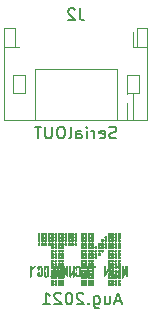
<source format=gbo>
G04 #@! TF.GenerationSoftware,KiCad,Pcbnew,(5.1.9)-1*
G04 #@! TF.CreationDate,2021-08-03T23:26:31+09:00*
G04 #@! TF.ProjectId,IMU_BNO055_20210802,494d555f-424e-44f3-9035-355f32303231,rev?*
G04 #@! TF.SameCoordinates,PX6dac2c0PY6dac2c0*
G04 #@! TF.FileFunction,Legend,Bot*
G04 #@! TF.FilePolarity,Positive*
%FSLAX46Y46*%
G04 Gerber Fmt 4.6, Leading zero omitted, Abs format (unit mm)*
G04 Created by KiCad (PCBNEW (5.1.9)-1) date 2021-08-03 23:26:31*
%MOMM*%
%LPD*%
G01*
G04 APERTURE LIST*
%ADD10C,0.200000*%
%ADD11C,0.010000*%
%ADD12C,0.120000*%
%ADD13C,0.150000*%
%ADD14C,2.200000*%
%ADD15C,1.250000*%
%ADD16R,1.250000X1.250000*%
%ADD17C,0.750000*%
%ADD18O,1.700000X1.700000*%
%ADD19R,1.700000X1.700000*%
%ADD20O,1.200000X1.750000*%
%ADD21C,0.800000*%
G04 APERTURE END LIST*
D10*
X20785714Y8833334D02*
X20309523Y8833334D01*
X20880952Y8547620D02*
X20547619Y9547620D01*
X20214285Y8547620D01*
X19452380Y9214286D02*
X19452380Y8547620D01*
X19880952Y9214286D02*
X19880952Y8690477D01*
X19833333Y8595239D01*
X19738095Y8547620D01*
X19595238Y8547620D01*
X19500000Y8595239D01*
X19452380Y8642858D01*
X18547619Y9214286D02*
X18547619Y8404762D01*
X18595238Y8309524D01*
X18642857Y8261905D01*
X18738095Y8214286D01*
X18880952Y8214286D01*
X18976190Y8261905D01*
X18547619Y8595239D02*
X18642857Y8547620D01*
X18833333Y8547620D01*
X18928571Y8595239D01*
X18976190Y8642858D01*
X19023809Y8738096D01*
X19023809Y9023810D01*
X18976190Y9119048D01*
X18928571Y9166667D01*
X18833333Y9214286D01*
X18642857Y9214286D01*
X18547619Y9166667D01*
X18071428Y8642858D02*
X18023809Y8595239D01*
X18071428Y8547620D01*
X18119047Y8595239D01*
X18071428Y8642858D01*
X18071428Y8547620D01*
X17642857Y9452381D02*
X17595238Y9500000D01*
X17500000Y9547620D01*
X17261904Y9547620D01*
X17166666Y9500000D01*
X17119047Y9452381D01*
X17071428Y9357143D01*
X17071428Y9261905D01*
X17119047Y9119048D01*
X17690476Y8547620D01*
X17071428Y8547620D01*
X16452380Y9547620D02*
X16357142Y9547620D01*
X16261904Y9500000D01*
X16214285Y9452381D01*
X16166666Y9357143D01*
X16119047Y9166667D01*
X16119047Y8928572D01*
X16166666Y8738096D01*
X16214285Y8642858D01*
X16261904Y8595239D01*
X16357142Y8547620D01*
X16452380Y8547620D01*
X16547619Y8595239D01*
X16595238Y8642858D01*
X16642857Y8738096D01*
X16690476Y8928572D01*
X16690476Y9166667D01*
X16642857Y9357143D01*
X16595238Y9452381D01*
X16547619Y9500000D01*
X16452380Y9547620D01*
X15738095Y9452381D02*
X15690476Y9500000D01*
X15595238Y9547620D01*
X15357142Y9547620D01*
X15261904Y9500000D01*
X15214285Y9452381D01*
X15166666Y9357143D01*
X15166666Y9261905D01*
X15214285Y9119048D01*
X15785714Y8547620D01*
X15166666Y8547620D01*
X14214285Y8547620D02*
X14785714Y8547620D01*
X14500000Y8547620D02*
X14500000Y9547620D01*
X14595238Y9404762D01*
X14690476Y9309524D01*
X14785714Y9261905D01*
D11*
G36*
X13780654Y14598236D02*
G01*
X13759932Y14567311D01*
X13757500Y14525417D01*
X13764056Y14469196D01*
X13794981Y14448474D01*
X13836875Y14446042D01*
X13893096Y14452598D01*
X13913818Y14483523D01*
X13916250Y14525417D01*
X13909694Y14581638D01*
X13878769Y14602360D01*
X13836875Y14604792D01*
X13780654Y14598236D01*
G37*
X13780654Y14598236D02*
X13759932Y14567311D01*
X13757500Y14525417D01*
X13764056Y14469196D01*
X13794981Y14448474D01*
X13836875Y14446042D01*
X13893096Y14452598D01*
X13913818Y14483523D01*
X13916250Y14525417D01*
X13909694Y14581638D01*
X13878769Y14602360D01*
X13836875Y14604792D01*
X13780654Y14598236D01*
G36*
X14071696Y14598236D02*
G01*
X14050974Y14567311D01*
X14048542Y14525417D01*
X14055098Y14469196D01*
X14086023Y14448474D01*
X14127917Y14446042D01*
X14184138Y14452598D01*
X14204860Y14483523D01*
X14207292Y14525417D01*
X14200736Y14581638D01*
X14169811Y14602360D01*
X14127917Y14604792D01*
X14071696Y14598236D01*
G37*
X14071696Y14598236D02*
X14050974Y14567311D01*
X14048542Y14525417D01*
X14055098Y14469196D01*
X14086023Y14448474D01*
X14127917Y14446042D01*
X14184138Y14452598D01*
X14204860Y14483523D01*
X14207292Y14525417D01*
X14200736Y14581638D01*
X14169811Y14602360D01*
X14127917Y14604792D01*
X14071696Y14598236D01*
G36*
X14343512Y14600367D02*
G01*
X14317993Y14577924D01*
X14313125Y14525417D01*
X14318287Y14472088D01*
X14344472Y14450215D01*
X14405729Y14446042D01*
X14467947Y14450467D01*
X14493465Y14472911D01*
X14498333Y14525417D01*
X14493171Y14578746D01*
X14466987Y14600620D01*
X14405729Y14604792D01*
X14343512Y14600367D01*
G37*
X14343512Y14600367D02*
X14317993Y14577924D01*
X14313125Y14525417D01*
X14318287Y14472088D01*
X14344472Y14450215D01*
X14405729Y14446042D01*
X14467947Y14450467D01*
X14493465Y14472911D01*
X14498333Y14525417D01*
X14493171Y14578746D01*
X14466987Y14600620D01*
X14405729Y14604792D01*
X14343512Y14600367D01*
G36*
X14634554Y14600367D02*
G01*
X14609035Y14577924D01*
X14604167Y14525417D01*
X14609329Y14472088D01*
X14635514Y14450215D01*
X14696771Y14446042D01*
X14758988Y14450467D01*
X14784507Y14472911D01*
X14789375Y14525417D01*
X14784213Y14578746D01*
X14758028Y14600620D01*
X14696771Y14604792D01*
X14634554Y14600367D01*
G37*
X14634554Y14600367D02*
X14609035Y14577924D01*
X14604167Y14525417D01*
X14609329Y14472088D01*
X14635514Y14450215D01*
X14696771Y14446042D01*
X14758988Y14450467D01*
X14784507Y14472911D01*
X14789375Y14525417D01*
X14784213Y14578746D01*
X14758028Y14600620D01*
X14696771Y14604792D01*
X14634554Y14600367D01*
G36*
X14918362Y14598236D02*
G01*
X14897640Y14567311D01*
X14895208Y14525417D01*
X14901765Y14469196D01*
X14932690Y14448474D01*
X14974583Y14446042D01*
X15030805Y14452598D01*
X15051527Y14483523D01*
X15053958Y14525417D01*
X15047402Y14581638D01*
X15016477Y14602360D01*
X14974583Y14604792D01*
X14918362Y14598236D01*
G37*
X14918362Y14598236D02*
X14897640Y14567311D01*
X14895208Y14525417D01*
X14901765Y14469196D01*
X14932690Y14448474D01*
X14974583Y14446042D01*
X15030805Y14452598D01*
X15051527Y14483523D01*
X15053958Y14525417D01*
X15047402Y14581638D01*
X15016477Y14602360D01*
X14974583Y14604792D01*
X14918362Y14598236D01*
G36*
X15209404Y14598236D02*
G01*
X15188682Y14567311D01*
X15186250Y14525417D01*
X15192806Y14469196D01*
X15223731Y14448474D01*
X15265625Y14446042D01*
X15321846Y14452598D01*
X15342568Y14483523D01*
X15345000Y14525417D01*
X15338444Y14581638D01*
X15307519Y14602360D01*
X15265625Y14604792D01*
X15209404Y14598236D01*
G37*
X15209404Y14598236D02*
X15188682Y14567311D01*
X15186250Y14525417D01*
X15192806Y14469196D01*
X15223731Y14448474D01*
X15265625Y14446042D01*
X15321846Y14452598D01*
X15342568Y14483523D01*
X15345000Y14525417D01*
X15338444Y14581638D01*
X15307519Y14602360D01*
X15265625Y14604792D01*
X15209404Y14598236D01*
G36*
X15481220Y14600367D02*
G01*
X15455702Y14577924D01*
X15450833Y14525417D01*
X15455996Y14472088D01*
X15482180Y14450215D01*
X15543438Y14446042D01*
X15605655Y14450467D01*
X15631174Y14472911D01*
X15636042Y14525417D01*
X15630880Y14578746D01*
X15604695Y14600620D01*
X15543438Y14604792D01*
X15481220Y14600367D01*
G37*
X15481220Y14600367D02*
X15455702Y14577924D01*
X15450833Y14525417D01*
X15455996Y14472088D01*
X15482180Y14450215D01*
X15543438Y14446042D01*
X15605655Y14450467D01*
X15631174Y14472911D01*
X15636042Y14525417D01*
X15630880Y14578746D01*
X15604695Y14600620D01*
X15543438Y14604792D01*
X15481220Y14600367D01*
G36*
X15772262Y14600367D02*
G01*
X15746743Y14577924D01*
X15741875Y14525417D01*
X15747037Y14472088D01*
X15773222Y14450215D01*
X15834479Y14446042D01*
X15896697Y14450467D01*
X15922215Y14472911D01*
X15927083Y14525417D01*
X15921921Y14578746D01*
X15895737Y14600620D01*
X15834479Y14604792D01*
X15772262Y14600367D01*
G37*
X15772262Y14600367D02*
X15746743Y14577924D01*
X15741875Y14525417D01*
X15747037Y14472088D01*
X15773222Y14450215D01*
X15834479Y14446042D01*
X15896697Y14450467D01*
X15922215Y14472911D01*
X15927083Y14525417D01*
X15921921Y14578746D01*
X15895737Y14600620D01*
X15834479Y14604792D01*
X15772262Y14600367D01*
G36*
X16056071Y14598236D02*
G01*
X16035349Y14567311D01*
X16032917Y14525417D01*
X16039473Y14469196D01*
X16070398Y14448474D01*
X16112292Y14446042D01*
X16168513Y14452598D01*
X16189235Y14483523D01*
X16191667Y14525417D01*
X16185111Y14581638D01*
X16154186Y14602360D01*
X16112292Y14604792D01*
X16056071Y14598236D01*
G37*
X16056071Y14598236D02*
X16035349Y14567311D01*
X16032917Y14525417D01*
X16039473Y14469196D01*
X16070398Y14448474D01*
X16112292Y14446042D01*
X16168513Y14452598D01*
X16189235Y14483523D01*
X16191667Y14525417D01*
X16185111Y14581638D01*
X16154186Y14602360D01*
X16112292Y14604792D01*
X16056071Y14598236D01*
G36*
X16347112Y14598236D02*
G01*
X16326390Y14567311D01*
X16323958Y14525417D01*
X16330515Y14469196D01*
X16361440Y14448474D01*
X16403333Y14446042D01*
X16459555Y14452598D01*
X16480277Y14483523D01*
X16482708Y14525417D01*
X16476152Y14581638D01*
X16445227Y14602360D01*
X16403333Y14604792D01*
X16347112Y14598236D01*
G37*
X16347112Y14598236D02*
X16326390Y14567311D01*
X16323958Y14525417D01*
X16330515Y14469196D01*
X16361440Y14448474D01*
X16403333Y14446042D01*
X16459555Y14452598D01*
X16480277Y14483523D01*
X16482708Y14525417D01*
X16476152Y14581638D01*
X16445227Y14602360D01*
X16403333Y14604792D01*
X16347112Y14598236D01*
G36*
X16618929Y14600367D02*
G01*
X16593410Y14577924D01*
X16588542Y14525417D01*
X16593704Y14472088D01*
X16619889Y14450215D01*
X16681146Y14446042D01*
X16743363Y14450467D01*
X16768882Y14472911D01*
X16773750Y14525417D01*
X16768588Y14578746D01*
X16742403Y14600620D01*
X16681146Y14604792D01*
X16618929Y14600367D01*
G37*
X16618929Y14600367D02*
X16593410Y14577924D01*
X16588542Y14525417D01*
X16593704Y14472088D01*
X16619889Y14450215D01*
X16681146Y14446042D01*
X16743363Y14450467D01*
X16768882Y14472911D01*
X16773750Y14525417D01*
X16768588Y14578746D01*
X16742403Y14600620D01*
X16681146Y14604792D01*
X16618929Y14600367D01*
G36*
X16902737Y14598236D02*
G01*
X16882015Y14567311D01*
X16879583Y14525417D01*
X16886140Y14469196D01*
X16917065Y14448474D01*
X16958958Y14446042D01*
X17015180Y14452598D01*
X17035902Y14483523D01*
X17038333Y14525417D01*
X17031777Y14581638D01*
X17000852Y14602360D01*
X16958958Y14604792D01*
X16902737Y14598236D01*
G37*
X16902737Y14598236D02*
X16882015Y14567311D01*
X16879583Y14525417D01*
X16886140Y14469196D01*
X16917065Y14448474D01*
X16958958Y14446042D01*
X17015180Y14452598D01*
X17035902Y14483523D01*
X17038333Y14525417D01*
X17031777Y14581638D01*
X17000852Y14602360D01*
X16958958Y14604792D01*
X16902737Y14598236D01*
G36*
X17458362Y14598236D02*
G01*
X17437640Y14567311D01*
X17435208Y14525417D01*
X17441765Y14469196D01*
X17472690Y14448474D01*
X17514583Y14446042D01*
X17570805Y14452598D01*
X17591527Y14483523D01*
X17593958Y14525417D01*
X17587402Y14581638D01*
X17556477Y14602360D01*
X17514583Y14604792D01*
X17458362Y14598236D01*
G37*
X17458362Y14598236D02*
X17437640Y14567311D01*
X17435208Y14525417D01*
X17441765Y14469196D01*
X17472690Y14448474D01*
X17514583Y14446042D01*
X17570805Y14452598D01*
X17591527Y14483523D01*
X17593958Y14525417D01*
X17587402Y14581638D01*
X17556477Y14602360D01*
X17514583Y14604792D01*
X17458362Y14598236D01*
G36*
X17730179Y14600367D02*
G01*
X17704660Y14577924D01*
X17699792Y14525417D01*
X17704954Y14472088D01*
X17731139Y14450215D01*
X17792396Y14446042D01*
X17854613Y14450467D01*
X17880132Y14472911D01*
X17885000Y14525417D01*
X17879838Y14578746D01*
X17853653Y14600620D01*
X17792396Y14604792D01*
X17730179Y14600367D01*
G37*
X17730179Y14600367D02*
X17704660Y14577924D01*
X17699792Y14525417D01*
X17704954Y14472088D01*
X17731139Y14450215D01*
X17792396Y14446042D01*
X17854613Y14450467D01*
X17880132Y14472911D01*
X17885000Y14525417D01*
X17879838Y14578746D01*
X17853653Y14600620D01*
X17792396Y14604792D01*
X17730179Y14600367D01*
G36*
X18021220Y14600367D02*
G01*
X17995702Y14577924D01*
X17990833Y14525417D01*
X17995996Y14472088D01*
X18022180Y14450215D01*
X18083438Y14446042D01*
X18145655Y14450467D01*
X18171174Y14472911D01*
X18176042Y14525417D01*
X18170880Y14578746D01*
X18144695Y14600620D01*
X18083438Y14604792D01*
X18021220Y14600367D01*
G37*
X18021220Y14600367D02*
X17995702Y14577924D01*
X17990833Y14525417D01*
X17995996Y14472088D01*
X18022180Y14450215D01*
X18083438Y14446042D01*
X18145655Y14450467D01*
X18171174Y14472911D01*
X18176042Y14525417D01*
X18170880Y14578746D01*
X18144695Y14600620D01*
X18083438Y14604792D01*
X18021220Y14600367D01*
G36*
X18305029Y14598236D02*
G01*
X18284307Y14567311D01*
X18281875Y14525417D01*
X18288431Y14469196D01*
X18319356Y14448474D01*
X18361250Y14446042D01*
X18417471Y14452598D01*
X18438193Y14483523D01*
X18440625Y14525417D01*
X18434069Y14581638D01*
X18403144Y14602360D01*
X18361250Y14604792D01*
X18305029Y14598236D01*
G37*
X18305029Y14598236D02*
X18284307Y14567311D01*
X18281875Y14525417D01*
X18288431Y14469196D01*
X18319356Y14448474D01*
X18361250Y14446042D01*
X18417471Y14452598D01*
X18438193Y14483523D01*
X18440625Y14525417D01*
X18434069Y14581638D01*
X18403144Y14602360D01*
X18361250Y14604792D01*
X18305029Y14598236D01*
G36*
X19733779Y14598236D02*
G01*
X19713057Y14567311D01*
X19710625Y14525417D01*
X19717181Y14469196D01*
X19748106Y14448474D01*
X19790000Y14446042D01*
X19846221Y14452598D01*
X19866943Y14483523D01*
X19869375Y14525417D01*
X19862819Y14581638D01*
X19831894Y14602360D01*
X19790000Y14604792D01*
X19733779Y14598236D01*
G37*
X19733779Y14598236D02*
X19713057Y14567311D01*
X19710625Y14525417D01*
X19717181Y14469196D01*
X19748106Y14448474D01*
X19790000Y14446042D01*
X19846221Y14452598D01*
X19866943Y14483523D01*
X19869375Y14525417D01*
X19862819Y14581638D01*
X19831894Y14602360D01*
X19790000Y14604792D01*
X19733779Y14598236D01*
G36*
X20005595Y14600367D02*
G01*
X19980077Y14577924D01*
X19975208Y14525417D01*
X19980371Y14472088D01*
X20006555Y14450215D01*
X20067813Y14446042D01*
X20130030Y14450467D01*
X20155549Y14472911D01*
X20160417Y14525417D01*
X20155255Y14578746D01*
X20129070Y14600620D01*
X20067813Y14604792D01*
X20005595Y14600367D01*
G37*
X20005595Y14600367D02*
X19980077Y14577924D01*
X19975208Y14525417D01*
X19980371Y14472088D01*
X20006555Y14450215D01*
X20067813Y14446042D01*
X20130030Y14450467D01*
X20155549Y14472911D01*
X20160417Y14525417D01*
X20155255Y14578746D01*
X20129070Y14600620D01*
X20067813Y14604792D01*
X20005595Y14600367D01*
G36*
X20289404Y14598236D02*
G01*
X20268682Y14567311D01*
X20266250Y14525417D01*
X20272806Y14469196D01*
X20303731Y14448474D01*
X20345625Y14446042D01*
X20401846Y14452598D01*
X20422568Y14483523D01*
X20425000Y14525417D01*
X20418444Y14581638D01*
X20387519Y14602360D01*
X20345625Y14604792D01*
X20289404Y14598236D01*
G37*
X20289404Y14598236D02*
X20268682Y14567311D01*
X20266250Y14525417D01*
X20272806Y14469196D01*
X20303731Y14448474D01*
X20345625Y14446042D01*
X20401846Y14452598D01*
X20422568Y14483523D01*
X20425000Y14525417D01*
X20418444Y14581638D01*
X20387519Y14602360D01*
X20345625Y14604792D01*
X20289404Y14598236D01*
G36*
X20580446Y14598236D02*
G01*
X20559724Y14567311D01*
X20557292Y14525417D01*
X20563848Y14469196D01*
X20594773Y14448474D01*
X20636667Y14446042D01*
X20692888Y14452598D01*
X20713610Y14483523D01*
X20716042Y14525417D01*
X20709486Y14581638D01*
X20678561Y14602360D01*
X20636667Y14604792D01*
X20580446Y14598236D01*
G37*
X20580446Y14598236D02*
X20559724Y14567311D01*
X20557292Y14525417D01*
X20563848Y14469196D01*
X20594773Y14448474D01*
X20636667Y14446042D01*
X20692888Y14452598D01*
X20713610Y14483523D01*
X20716042Y14525417D01*
X20709486Y14581638D01*
X20678561Y14602360D01*
X20636667Y14604792D01*
X20580446Y14598236D01*
G36*
X13780654Y14307194D02*
G01*
X13759932Y14276269D01*
X13757500Y14234375D01*
X13764056Y14178154D01*
X13794981Y14157432D01*
X13836875Y14155000D01*
X13893096Y14161557D01*
X13913818Y14192482D01*
X13916250Y14234375D01*
X13909694Y14290597D01*
X13878769Y14311319D01*
X13836875Y14313750D01*
X13780654Y14307194D01*
G37*
X13780654Y14307194D02*
X13759932Y14276269D01*
X13757500Y14234375D01*
X13764056Y14178154D01*
X13794981Y14157432D01*
X13836875Y14155000D01*
X13893096Y14161557D01*
X13913818Y14192482D01*
X13916250Y14234375D01*
X13909694Y14290597D01*
X13878769Y14311319D01*
X13836875Y14313750D01*
X13780654Y14307194D01*
G36*
X14071696Y14307194D02*
G01*
X14050974Y14276269D01*
X14048542Y14234375D01*
X14055098Y14178154D01*
X14086023Y14157432D01*
X14127917Y14155000D01*
X14184138Y14161557D01*
X14204860Y14192482D01*
X14207292Y14234375D01*
X14200736Y14290597D01*
X14169811Y14311319D01*
X14127917Y14313750D01*
X14071696Y14307194D01*
G37*
X14071696Y14307194D02*
X14050974Y14276269D01*
X14048542Y14234375D01*
X14055098Y14178154D01*
X14086023Y14157432D01*
X14127917Y14155000D01*
X14184138Y14161557D01*
X14204860Y14192482D01*
X14207292Y14234375D01*
X14200736Y14290597D01*
X14169811Y14311319D01*
X14127917Y14313750D01*
X14071696Y14307194D01*
G36*
X14343512Y14309326D02*
G01*
X14317993Y14286882D01*
X14313125Y14234375D01*
X14318287Y14181046D01*
X14344472Y14159173D01*
X14405729Y14155000D01*
X14467947Y14159425D01*
X14493465Y14181869D01*
X14498333Y14234375D01*
X14493171Y14287705D01*
X14466987Y14309578D01*
X14405729Y14313750D01*
X14343512Y14309326D01*
G37*
X14343512Y14309326D02*
X14317993Y14286882D01*
X14313125Y14234375D01*
X14318287Y14181046D01*
X14344472Y14159173D01*
X14405729Y14155000D01*
X14467947Y14159425D01*
X14493465Y14181869D01*
X14498333Y14234375D01*
X14493171Y14287705D01*
X14466987Y14309578D01*
X14405729Y14313750D01*
X14343512Y14309326D01*
G36*
X14634554Y14309326D02*
G01*
X14609035Y14286882D01*
X14604167Y14234375D01*
X14609329Y14181046D01*
X14635514Y14159173D01*
X14696771Y14155000D01*
X14758988Y14159425D01*
X14784507Y14181869D01*
X14789375Y14234375D01*
X14784213Y14287705D01*
X14758028Y14309578D01*
X14696771Y14313750D01*
X14634554Y14309326D01*
G37*
X14634554Y14309326D02*
X14609035Y14286882D01*
X14604167Y14234375D01*
X14609329Y14181046D01*
X14635514Y14159173D01*
X14696771Y14155000D01*
X14758988Y14159425D01*
X14784507Y14181869D01*
X14789375Y14234375D01*
X14784213Y14287705D01*
X14758028Y14309578D01*
X14696771Y14313750D01*
X14634554Y14309326D01*
G36*
X14918362Y14307194D02*
G01*
X14897640Y14276269D01*
X14895208Y14234375D01*
X14901765Y14178154D01*
X14932690Y14157432D01*
X14974583Y14155000D01*
X15030805Y14161557D01*
X15051527Y14192482D01*
X15053958Y14234375D01*
X15047402Y14290597D01*
X15016477Y14311319D01*
X14974583Y14313750D01*
X14918362Y14307194D01*
G37*
X14918362Y14307194D02*
X14897640Y14276269D01*
X14895208Y14234375D01*
X14901765Y14178154D01*
X14932690Y14157432D01*
X14974583Y14155000D01*
X15030805Y14161557D01*
X15051527Y14192482D01*
X15053958Y14234375D01*
X15047402Y14290597D01*
X15016477Y14311319D01*
X14974583Y14313750D01*
X14918362Y14307194D01*
G36*
X15209404Y14307194D02*
G01*
X15188682Y14276269D01*
X15186250Y14234375D01*
X15192806Y14178154D01*
X15223731Y14157432D01*
X15265625Y14155000D01*
X15321846Y14161557D01*
X15342568Y14192482D01*
X15345000Y14234375D01*
X15338444Y14290597D01*
X15307519Y14311319D01*
X15265625Y14313750D01*
X15209404Y14307194D01*
G37*
X15209404Y14307194D02*
X15188682Y14276269D01*
X15186250Y14234375D01*
X15192806Y14178154D01*
X15223731Y14157432D01*
X15265625Y14155000D01*
X15321846Y14161557D01*
X15342568Y14192482D01*
X15345000Y14234375D01*
X15338444Y14290597D01*
X15307519Y14311319D01*
X15265625Y14313750D01*
X15209404Y14307194D01*
G36*
X15481220Y14309326D02*
G01*
X15455702Y14286882D01*
X15450833Y14234375D01*
X15455996Y14181046D01*
X15482180Y14159173D01*
X15543438Y14155000D01*
X15605655Y14159425D01*
X15631174Y14181869D01*
X15636042Y14234375D01*
X15630880Y14287705D01*
X15604695Y14309578D01*
X15543438Y14313750D01*
X15481220Y14309326D01*
G37*
X15481220Y14309326D02*
X15455702Y14286882D01*
X15450833Y14234375D01*
X15455996Y14181046D01*
X15482180Y14159173D01*
X15543438Y14155000D01*
X15605655Y14159425D01*
X15631174Y14181869D01*
X15636042Y14234375D01*
X15630880Y14287705D01*
X15604695Y14309578D01*
X15543438Y14313750D01*
X15481220Y14309326D01*
G36*
X15772262Y14309326D02*
G01*
X15746743Y14286882D01*
X15741875Y14234375D01*
X15747037Y14181046D01*
X15773222Y14159173D01*
X15834479Y14155000D01*
X15896697Y14159425D01*
X15922215Y14181869D01*
X15927083Y14234375D01*
X15921921Y14287705D01*
X15895737Y14309578D01*
X15834479Y14313750D01*
X15772262Y14309326D01*
G37*
X15772262Y14309326D02*
X15746743Y14286882D01*
X15741875Y14234375D01*
X15747037Y14181046D01*
X15773222Y14159173D01*
X15834479Y14155000D01*
X15896697Y14159425D01*
X15922215Y14181869D01*
X15927083Y14234375D01*
X15921921Y14287705D01*
X15895737Y14309578D01*
X15834479Y14313750D01*
X15772262Y14309326D01*
G36*
X16056071Y14307194D02*
G01*
X16035349Y14276269D01*
X16032917Y14234375D01*
X16039473Y14178154D01*
X16070398Y14157432D01*
X16112292Y14155000D01*
X16168513Y14161557D01*
X16189235Y14192482D01*
X16191667Y14234375D01*
X16185111Y14290597D01*
X16154186Y14311319D01*
X16112292Y14313750D01*
X16056071Y14307194D01*
G37*
X16056071Y14307194D02*
X16035349Y14276269D01*
X16032917Y14234375D01*
X16039473Y14178154D01*
X16070398Y14157432D01*
X16112292Y14155000D01*
X16168513Y14161557D01*
X16189235Y14192482D01*
X16191667Y14234375D01*
X16185111Y14290597D01*
X16154186Y14311319D01*
X16112292Y14313750D01*
X16056071Y14307194D01*
G36*
X16347112Y14307194D02*
G01*
X16326390Y14276269D01*
X16323958Y14234375D01*
X16330515Y14178154D01*
X16361440Y14157432D01*
X16403333Y14155000D01*
X16459555Y14161557D01*
X16480277Y14192482D01*
X16482708Y14234375D01*
X16476152Y14290597D01*
X16445227Y14311319D01*
X16403333Y14313750D01*
X16347112Y14307194D01*
G37*
X16347112Y14307194D02*
X16326390Y14276269D01*
X16323958Y14234375D01*
X16330515Y14178154D01*
X16361440Y14157432D01*
X16403333Y14155000D01*
X16459555Y14161557D01*
X16480277Y14192482D01*
X16482708Y14234375D01*
X16476152Y14290597D01*
X16445227Y14311319D01*
X16403333Y14313750D01*
X16347112Y14307194D01*
G36*
X16618929Y14309326D02*
G01*
X16593410Y14286882D01*
X16588542Y14234375D01*
X16593704Y14181046D01*
X16619889Y14159173D01*
X16681146Y14155000D01*
X16743363Y14159425D01*
X16768882Y14181869D01*
X16773750Y14234375D01*
X16768588Y14287705D01*
X16742403Y14309578D01*
X16681146Y14313750D01*
X16618929Y14309326D01*
G37*
X16618929Y14309326D02*
X16593410Y14286882D01*
X16588542Y14234375D01*
X16593704Y14181046D01*
X16619889Y14159173D01*
X16681146Y14155000D01*
X16743363Y14159425D01*
X16768882Y14181869D01*
X16773750Y14234375D01*
X16768588Y14287705D01*
X16742403Y14309578D01*
X16681146Y14313750D01*
X16618929Y14309326D01*
G36*
X16902737Y14307194D02*
G01*
X16882015Y14276269D01*
X16879583Y14234375D01*
X16886140Y14178154D01*
X16917065Y14157432D01*
X16958958Y14155000D01*
X17015180Y14161557D01*
X17035902Y14192482D01*
X17038333Y14234375D01*
X17031777Y14290597D01*
X17000852Y14311319D01*
X16958958Y14313750D01*
X16902737Y14307194D01*
G37*
X16902737Y14307194D02*
X16882015Y14276269D01*
X16879583Y14234375D01*
X16886140Y14178154D01*
X16917065Y14157432D01*
X16958958Y14155000D01*
X17015180Y14161557D01*
X17035902Y14192482D01*
X17038333Y14234375D01*
X17031777Y14290597D01*
X17000852Y14311319D01*
X16958958Y14313750D01*
X16902737Y14307194D01*
G36*
X17458362Y14307194D02*
G01*
X17437640Y14276269D01*
X17435208Y14234375D01*
X17441765Y14178154D01*
X17472690Y14157432D01*
X17514583Y14155000D01*
X17570805Y14161557D01*
X17591527Y14192482D01*
X17593958Y14234375D01*
X17587402Y14290597D01*
X17556477Y14311319D01*
X17514583Y14313750D01*
X17458362Y14307194D01*
G37*
X17458362Y14307194D02*
X17437640Y14276269D01*
X17435208Y14234375D01*
X17441765Y14178154D01*
X17472690Y14157432D01*
X17514583Y14155000D01*
X17570805Y14161557D01*
X17591527Y14192482D01*
X17593958Y14234375D01*
X17587402Y14290597D01*
X17556477Y14311319D01*
X17514583Y14313750D01*
X17458362Y14307194D01*
G36*
X17730179Y14309326D02*
G01*
X17704660Y14286882D01*
X17699792Y14234375D01*
X17704954Y14181046D01*
X17731139Y14159173D01*
X17792396Y14155000D01*
X17854613Y14159425D01*
X17880132Y14181869D01*
X17885000Y14234375D01*
X17879838Y14287705D01*
X17853653Y14309578D01*
X17792396Y14313750D01*
X17730179Y14309326D01*
G37*
X17730179Y14309326D02*
X17704660Y14286882D01*
X17699792Y14234375D01*
X17704954Y14181046D01*
X17731139Y14159173D01*
X17792396Y14155000D01*
X17854613Y14159425D01*
X17880132Y14181869D01*
X17885000Y14234375D01*
X17879838Y14287705D01*
X17853653Y14309578D01*
X17792396Y14313750D01*
X17730179Y14309326D01*
G36*
X18021220Y14309326D02*
G01*
X17995702Y14286882D01*
X17990833Y14234375D01*
X17995996Y14181046D01*
X18022180Y14159173D01*
X18083438Y14155000D01*
X18145655Y14159425D01*
X18171174Y14181869D01*
X18176042Y14234375D01*
X18170880Y14287705D01*
X18144695Y14309578D01*
X18083438Y14313750D01*
X18021220Y14309326D01*
G37*
X18021220Y14309326D02*
X17995702Y14286882D01*
X17990833Y14234375D01*
X17995996Y14181046D01*
X18022180Y14159173D01*
X18083438Y14155000D01*
X18145655Y14159425D01*
X18171174Y14181869D01*
X18176042Y14234375D01*
X18170880Y14287705D01*
X18144695Y14309578D01*
X18083438Y14313750D01*
X18021220Y14309326D01*
G36*
X18305029Y14307194D02*
G01*
X18284307Y14276269D01*
X18281875Y14234375D01*
X18288431Y14178154D01*
X18319356Y14157432D01*
X18361250Y14155000D01*
X18417471Y14161557D01*
X18438193Y14192482D01*
X18440625Y14234375D01*
X18434069Y14290597D01*
X18403144Y14311319D01*
X18361250Y14313750D01*
X18305029Y14307194D01*
G37*
X18305029Y14307194D02*
X18284307Y14276269D01*
X18281875Y14234375D01*
X18288431Y14178154D01*
X18319356Y14157432D01*
X18361250Y14155000D01*
X18417471Y14161557D01*
X18438193Y14192482D01*
X18440625Y14234375D01*
X18434069Y14290597D01*
X18403144Y14311319D01*
X18361250Y14313750D01*
X18305029Y14307194D01*
G36*
X19442737Y14307194D02*
G01*
X19422015Y14276269D01*
X19419583Y14234375D01*
X19426140Y14178154D01*
X19457065Y14157432D01*
X19498958Y14155000D01*
X19555180Y14161557D01*
X19575902Y14192482D01*
X19578333Y14234375D01*
X19571777Y14290597D01*
X19540852Y14311319D01*
X19498958Y14313750D01*
X19442737Y14307194D01*
G37*
X19442737Y14307194D02*
X19422015Y14276269D01*
X19419583Y14234375D01*
X19426140Y14178154D01*
X19457065Y14157432D01*
X19498958Y14155000D01*
X19555180Y14161557D01*
X19575902Y14192482D01*
X19578333Y14234375D01*
X19571777Y14290597D01*
X19540852Y14311319D01*
X19498958Y14313750D01*
X19442737Y14307194D01*
G36*
X19733779Y14307194D02*
G01*
X19713057Y14276269D01*
X19710625Y14234375D01*
X19717181Y14178154D01*
X19748106Y14157432D01*
X19790000Y14155000D01*
X19846221Y14161557D01*
X19866943Y14192482D01*
X19869375Y14234375D01*
X19862819Y14290597D01*
X19831894Y14311319D01*
X19790000Y14313750D01*
X19733779Y14307194D01*
G37*
X19733779Y14307194D02*
X19713057Y14276269D01*
X19710625Y14234375D01*
X19717181Y14178154D01*
X19748106Y14157432D01*
X19790000Y14155000D01*
X19846221Y14161557D01*
X19866943Y14192482D01*
X19869375Y14234375D01*
X19862819Y14290597D01*
X19831894Y14311319D01*
X19790000Y14313750D01*
X19733779Y14307194D01*
G36*
X20005595Y14309326D02*
G01*
X19980077Y14286882D01*
X19975208Y14234375D01*
X19980371Y14181046D01*
X20006555Y14159173D01*
X20067813Y14155000D01*
X20130030Y14159425D01*
X20155549Y14181869D01*
X20160417Y14234375D01*
X20155255Y14287705D01*
X20129070Y14309578D01*
X20067813Y14313750D01*
X20005595Y14309326D01*
G37*
X20005595Y14309326D02*
X19980077Y14286882D01*
X19975208Y14234375D01*
X19980371Y14181046D01*
X20006555Y14159173D01*
X20067813Y14155000D01*
X20130030Y14159425D01*
X20155549Y14181869D01*
X20160417Y14234375D01*
X20155255Y14287705D01*
X20129070Y14309578D01*
X20067813Y14313750D01*
X20005595Y14309326D01*
G36*
X20289404Y14307194D02*
G01*
X20268682Y14276269D01*
X20266250Y14234375D01*
X20272806Y14178154D01*
X20303731Y14157432D01*
X20345625Y14155000D01*
X20401846Y14161557D01*
X20422568Y14192482D01*
X20425000Y14234375D01*
X20418444Y14290597D01*
X20387519Y14311319D01*
X20345625Y14313750D01*
X20289404Y14307194D01*
G37*
X20289404Y14307194D02*
X20268682Y14276269D01*
X20266250Y14234375D01*
X20272806Y14178154D01*
X20303731Y14157432D01*
X20345625Y14155000D01*
X20401846Y14161557D01*
X20422568Y14192482D01*
X20425000Y14234375D01*
X20418444Y14290597D01*
X20387519Y14311319D01*
X20345625Y14313750D01*
X20289404Y14307194D01*
G36*
X20580446Y14307194D02*
G01*
X20559724Y14276269D01*
X20557292Y14234375D01*
X20563848Y14178154D01*
X20594773Y14157432D01*
X20636667Y14155000D01*
X20692888Y14161557D01*
X20713610Y14192482D01*
X20716042Y14234375D01*
X20709486Y14290597D01*
X20678561Y14311319D01*
X20636667Y14313750D01*
X20580446Y14307194D01*
G37*
X20580446Y14307194D02*
X20559724Y14276269D01*
X20557292Y14234375D01*
X20563848Y14178154D01*
X20594773Y14157432D01*
X20636667Y14155000D01*
X20692888Y14161557D01*
X20713610Y14192482D01*
X20716042Y14234375D01*
X20709486Y14290597D01*
X20678561Y14311319D01*
X20636667Y14313750D01*
X20580446Y14307194D01*
G36*
X13783546Y14044005D02*
G01*
X13761673Y14017820D01*
X13757500Y13956563D01*
X13761925Y13894346D01*
X13784369Y13868827D01*
X13836875Y13863959D01*
X13890204Y13869121D01*
X13912078Y13895306D01*
X13916250Y13956563D01*
X13911825Y14018780D01*
X13889382Y14044299D01*
X13836875Y14049167D01*
X13783546Y14044005D01*
G37*
X13783546Y14044005D02*
X13761673Y14017820D01*
X13757500Y13956563D01*
X13761925Y13894346D01*
X13784369Y13868827D01*
X13836875Y13863959D01*
X13890204Y13869121D01*
X13912078Y13895306D01*
X13916250Y13956563D01*
X13911825Y14018780D01*
X13889382Y14044299D01*
X13836875Y14049167D01*
X13783546Y14044005D01*
G36*
X14074588Y14044005D02*
G01*
X14052714Y14017820D01*
X14048542Y13956563D01*
X14052967Y13894346D01*
X14075410Y13868827D01*
X14127917Y13863959D01*
X14181246Y13869121D01*
X14203119Y13895306D01*
X14207292Y13956563D01*
X14202867Y14018780D01*
X14180423Y14044299D01*
X14127917Y14049167D01*
X14074588Y14044005D01*
G37*
X14074588Y14044005D02*
X14052714Y14017820D01*
X14048542Y13956563D01*
X14052967Y13894346D01*
X14075410Y13868827D01*
X14127917Y13863959D01*
X14181246Y13869121D01*
X14203119Y13895306D01*
X14207292Y13956563D01*
X14202867Y14018780D01*
X14180423Y14044299D01*
X14127917Y14049167D01*
X14074588Y14044005D01*
G36*
X14343663Y14045071D02*
G01*
X14318209Y14021963D01*
X14313137Y13963612D01*
X14313125Y13956563D01*
X14317221Y13894497D01*
X14340329Y13869043D01*
X14398681Y13863970D01*
X14405729Y13863959D01*
X14467796Y13868055D01*
X14493249Y13891163D01*
X14498322Y13949514D01*
X14498333Y13956563D01*
X14494238Y14018629D01*
X14471130Y14044083D01*
X14412778Y14049156D01*
X14405729Y14049167D01*
X14343663Y14045071D01*
G37*
X14343663Y14045071D02*
X14318209Y14021963D01*
X14313137Y13963612D01*
X14313125Y13956563D01*
X14317221Y13894497D01*
X14340329Y13869043D01*
X14398681Y13863970D01*
X14405729Y13863959D01*
X14467796Y13868055D01*
X14493249Y13891163D01*
X14498322Y13949514D01*
X14498333Y13956563D01*
X14494238Y14018629D01*
X14471130Y14044083D01*
X14412778Y14049156D01*
X14405729Y14049167D01*
X14343663Y14045071D01*
G36*
X14609171Y14025987D02*
G01*
X14604195Y13969867D01*
X14604167Y13958239D01*
X14608028Y13895443D01*
X14630355Y13869397D01*
X14687261Y13863987D01*
X14698447Y13863959D01*
X14760828Y13867463D01*
X14784950Y13887719D01*
X14785429Y13939341D01*
X14784437Y13949948D01*
X14771609Y14010562D01*
X14737115Y14036670D01*
X14690156Y14044229D01*
X14632953Y14045902D01*
X14609171Y14025987D01*
G37*
X14609171Y14025987D02*
X14604195Y13969867D01*
X14604167Y13958239D01*
X14608028Y13895443D01*
X14630355Y13869397D01*
X14687261Y13863987D01*
X14698447Y13863959D01*
X14760828Y13867463D01*
X14784950Y13887719D01*
X14785429Y13939341D01*
X14784437Y13949948D01*
X14771609Y14010562D01*
X14737115Y14036670D01*
X14690156Y14044229D01*
X14632953Y14045902D01*
X14609171Y14025987D01*
G36*
X14921254Y14044005D02*
G01*
X14899381Y14017820D01*
X14895208Y13956563D01*
X14899633Y13894346D01*
X14922077Y13868827D01*
X14974583Y13863959D01*
X15027913Y13869121D01*
X15049786Y13895306D01*
X15053958Y13956563D01*
X15049534Y14018780D01*
X15027090Y14044299D01*
X14974583Y14049167D01*
X14921254Y14044005D01*
G37*
X14921254Y14044005D02*
X14899381Y14017820D01*
X14895208Y13956563D01*
X14899633Y13894346D01*
X14922077Y13868827D01*
X14974583Y13863959D01*
X15027913Y13869121D01*
X15049786Y13895306D01*
X15053958Y13956563D01*
X15049534Y14018780D01*
X15027090Y14044299D01*
X14974583Y14049167D01*
X14921254Y14044005D01*
G36*
X15212296Y14044005D02*
G01*
X15190423Y14017820D01*
X15186250Y13956563D01*
X15190675Y13894346D01*
X15213119Y13868827D01*
X15265625Y13863959D01*
X15318954Y13869121D01*
X15340828Y13895306D01*
X15345000Y13956563D01*
X15340575Y14018780D01*
X15318132Y14044299D01*
X15265625Y14049167D01*
X15212296Y14044005D01*
G37*
X15212296Y14044005D02*
X15190423Y14017820D01*
X15186250Y13956563D01*
X15190675Y13894346D01*
X15213119Y13868827D01*
X15265625Y13863959D01*
X15318954Y13869121D01*
X15340828Y13895306D01*
X15345000Y13956563D01*
X15340575Y14018780D01*
X15318132Y14044299D01*
X15265625Y14049167D01*
X15212296Y14044005D01*
G36*
X15481371Y14045071D02*
G01*
X15455918Y14021963D01*
X15450845Y13963612D01*
X15450833Y13956563D01*
X15454929Y13894497D01*
X15478037Y13869043D01*
X15536389Y13863970D01*
X15543438Y13863959D01*
X15605504Y13868055D01*
X15630958Y13891163D01*
X15636030Y13949514D01*
X15636042Y13956563D01*
X15631946Y14018629D01*
X15608838Y14044083D01*
X15550486Y14049156D01*
X15543438Y14049167D01*
X15481371Y14045071D01*
G37*
X15481371Y14045071D02*
X15455918Y14021963D01*
X15450845Y13963612D01*
X15450833Y13956563D01*
X15454929Y13894497D01*
X15478037Y13869043D01*
X15536389Y13863970D01*
X15543438Y13863959D01*
X15605504Y13868055D01*
X15630958Y13891163D01*
X15636030Y13949514D01*
X15636042Y13956563D01*
X15631946Y14018629D01*
X15608838Y14044083D01*
X15550486Y14049156D01*
X15543438Y14049167D01*
X15481371Y14045071D01*
G36*
X15746879Y14025987D02*
G01*
X15741903Y13969867D01*
X15741875Y13958239D01*
X15745737Y13895443D01*
X15768063Y13869397D01*
X15824969Y13863987D01*
X15836156Y13863959D01*
X15898537Y13867463D01*
X15922659Y13887719D01*
X15923137Y13939341D01*
X15922145Y13949948D01*
X15909317Y14010562D01*
X15874823Y14036670D01*
X15827865Y14044229D01*
X15770661Y14045902D01*
X15746879Y14025987D01*
G37*
X15746879Y14025987D02*
X15741903Y13969867D01*
X15741875Y13958239D01*
X15745737Y13895443D01*
X15768063Y13869397D01*
X15824969Y13863987D01*
X15836156Y13863959D01*
X15898537Y13867463D01*
X15922659Y13887719D01*
X15923137Y13939341D01*
X15922145Y13949948D01*
X15909317Y14010562D01*
X15874823Y14036670D01*
X15827865Y14044229D01*
X15770661Y14045902D01*
X15746879Y14025987D01*
G36*
X16058963Y14044005D02*
G01*
X16037089Y14017820D01*
X16032917Y13956563D01*
X16037342Y13894346D01*
X16059785Y13868827D01*
X16112292Y13863959D01*
X16165621Y13869121D01*
X16187494Y13895306D01*
X16191667Y13956563D01*
X16187242Y14018780D01*
X16164798Y14044299D01*
X16112292Y14049167D01*
X16058963Y14044005D01*
G37*
X16058963Y14044005D02*
X16037089Y14017820D01*
X16032917Y13956563D01*
X16037342Y13894346D01*
X16059785Y13868827D01*
X16112292Y13863959D01*
X16165621Y13869121D01*
X16187494Y13895306D01*
X16191667Y13956563D01*
X16187242Y14018780D01*
X16164798Y14044299D01*
X16112292Y14049167D01*
X16058963Y14044005D01*
G36*
X16350004Y14044005D02*
G01*
X16328131Y14017820D01*
X16323958Y13956563D01*
X16328383Y13894346D01*
X16350827Y13868827D01*
X16403333Y13863959D01*
X16456663Y13869121D01*
X16478536Y13895306D01*
X16482708Y13956563D01*
X16478284Y14018780D01*
X16455840Y14044299D01*
X16403333Y14049167D01*
X16350004Y14044005D01*
G37*
X16350004Y14044005D02*
X16328131Y14017820D01*
X16323958Y13956563D01*
X16328383Y13894346D01*
X16350827Y13868827D01*
X16403333Y13863959D01*
X16456663Y13869121D01*
X16478536Y13895306D01*
X16482708Y13956563D01*
X16478284Y14018780D01*
X16455840Y14044299D01*
X16403333Y14049167D01*
X16350004Y14044005D01*
G36*
X16619080Y14045071D02*
G01*
X16593626Y14021963D01*
X16588553Y13963612D01*
X16588542Y13956563D01*
X16592638Y13894497D01*
X16615746Y13869043D01*
X16674097Y13863970D01*
X16681146Y13863959D01*
X16743212Y13868055D01*
X16768666Y13891163D01*
X16773739Y13949514D01*
X16773750Y13956563D01*
X16769654Y14018629D01*
X16746546Y14044083D01*
X16688195Y14049156D01*
X16681146Y14049167D01*
X16619080Y14045071D01*
G37*
X16619080Y14045071D02*
X16593626Y14021963D01*
X16588553Y13963612D01*
X16588542Y13956563D01*
X16592638Y13894497D01*
X16615746Y13869043D01*
X16674097Y13863970D01*
X16681146Y13863959D01*
X16743212Y13868055D01*
X16768666Y13891163D01*
X16773739Y13949514D01*
X16773750Y13956563D01*
X16769654Y14018629D01*
X16746546Y14044083D01*
X16688195Y14049156D01*
X16681146Y14049167D01*
X16619080Y14045071D01*
G36*
X16905629Y14044005D02*
G01*
X16883756Y14017820D01*
X16879583Y13956563D01*
X16884008Y13894346D01*
X16906452Y13868827D01*
X16958958Y13863959D01*
X17012288Y13869121D01*
X17034161Y13895306D01*
X17038333Y13956563D01*
X17033909Y14018780D01*
X17011465Y14044299D01*
X16958958Y14049167D01*
X16905629Y14044005D01*
G37*
X16905629Y14044005D02*
X16883756Y14017820D01*
X16879583Y13956563D01*
X16884008Y13894346D01*
X16906452Y13868827D01*
X16958958Y13863959D01*
X17012288Y13869121D01*
X17034161Y13895306D01*
X17038333Y13956563D01*
X17033909Y14018780D01*
X17011465Y14044299D01*
X16958958Y14049167D01*
X16905629Y14044005D01*
G36*
X17461254Y14044005D02*
G01*
X17439381Y14017820D01*
X17435208Y13956563D01*
X17439633Y13894346D01*
X17462077Y13868827D01*
X17514583Y13863959D01*
X17567913Y13869121D01*
X17589786Y13895306D01*
X17593958Y13956563D01*
X17589534Y14018780D01*
X17567090Y14044299D01*
X17514583Y14049167D01*
X17461254Y14044005D01*
G37*
X17461254Y14044005D02*
X17439381Y14017820D01*
X17435208Y13956563D01*
X17439633Y13894346D01*
X17462077Y13868827D01*
X17514583Y13863959D01*
X17567913Y13869121D01*
X17589786Y13895306D01*
X17593958Y13956563D01*
X17589534Y14018780D01*
X17567090Y14044299D01*
X17514583Y14049167D01*
X17461254Y14044005D01*
G36*
X17730330Y14045071D02*
G01*
X17704876Y14021963D01*
X17699803Y13963612D01*
X17699792Y13956563D01*
X17703888Y13894497D01*
X17726996Y13869043D01*
X17785347Y13863970D01*
X17792396Y13863959D01*
X17854462Y13868055D01*
X17879916Y13891163D01*
X17884989Y13949514D01*
X17885000Y13956563D01*
X17880904Y14018629D01*
X17857796Y14044083D01*
X17799445Y14049156D01*
X17792396Y14049167D01*
X17730330Y14045071D01*
G37*
X17730330Y14045071D02*
X17704876Y14021963D01*
X17699803Y13963612D01*
X17699792Y13956563D01*
X17703888Y13894497D01*
X17726996Y13869043D01*
X17785347Y13863970D01*
X17792396Y13863959D01*
X17854462Y13868055D01*
X17879916Y13891163D01*
X17884989Y13949514D01*
X17885000Y13956563D01*
X17880904Y14018629D01*
X17857796Y14044083D01*
X17799445Y14049156D01*
X17792396Y14049167D01*
X17730330Y14045071D01*
G36*
X17995838Y14025987D02*
G01*
X17990861Y13969867D01*
X17990833Y13958239D01*
X17994695Y13895443D01*
X18017022Y13869397D01*
X18073928Y13863987D01*
X18085114Y13863959D01*
X18147495Y13867463D01*
X18171617Y13887719D01*
X18172096Y13939341D01*
X18171104Y13949948D01*
X18158276Y14010562D01*
X18123781Y14036670D01*
X18076823Y14044229D01*
X18019620Y14045902D01*
X17995838Y14025987D01*
G37*
X17995838Y14025987D02*
X17990861Y13969867D01*
X17990833Y13958239D01*
X17994695Y13895443D01*
X18017022Y13869397D01*
X18073928Y13863987D01*
X18085114Y13863959D01*
X18147495Y13867463D01*
X18171617Y13887719D01*
X18172096Y13939341D01*
X18171104Y13949948D01*
X18158276Y14010562D01*
X18123781Y14036670D01*
X18076823Y14044229D01*
X18019620Y14045902D01*
X17995838Y14025987D01*
G36*
X18307921Y14044005D02*
G01*
X18286048Y14017820D01*
X18281875Y13956563D01*
X18286300Y13894346D01*
X18308744Y13868827D01*
X18361250Y13863959D01*
X18414579Y13869121D01*
X18436453Y13895306D01*
X18440625Y13956563D01*
X18436200Y14018780D01*
X18413757Y14044299D01*
X18361250Y14049167D01*
X18307921Y14044005D01*
G37*
X18307921Y14044005D02*
X18286048Y14017820D01*
X18281875Y13956563D01*
X18286300Y13894346D01*
X18308744Y13868827D01*
X18361250Y13863959D01*
X18414579Y13869121D01*
X18436453Y13895306D01*
X18440625Y13956563D01*
X18436200Y14018780D01*
X18413757Y14044299D01*
X18361250Y14049167D01*
X18307921Y14044005D01*
G36*
X19133546Y14025987D02*
G01*
X19128570Y13969867D01*
X19128542Y13958239D01*
X19132403Y13895443D01*
X19154730Y13869397D01*
X19211636Y13863987D01*
X19222822Y13863959D01*
X19285203Y13867463D01*
X19309325Y13887719D01*
X19309804Y13939341D01*
X19308812Y13949948D01*
X19295984Y14010562D01*
X19261490Y14036670D01*
X19214531Y14044229D01*
X19157328Y14045902D01*
X19133546Y14025987D01*
G37*
X19133546Y14025987D02*
X19128570Y13969867D01*
X19128542Y13958239D01*
X19132403Y13895443D01*
X19154730Y13869397D01*
X19211636Y13863987D01*
X19222822Y13863959D01*
X19285203Y13867463D01*
X19309325Y13887719D01*
X19309804Y13939341D01*
X19308812Y13949948D01*
X19295984Y14010562D01*
X19261490Y14036670D01*
X19214531Y14044229D01*
X19157328Y14045902D01*
X19133546Y14025987D01*
G36*
X19445629Y14044005D02*
G01*
X19423756Y14017820D01*
X19419583Y13956563D01*
X19424008Y13894346D01*
X19446452Y13868827D01*
X19498958Y13863959D01*
X19552288Y13869121D01*
X19574161Y13895306D01*
X19578333Y13956563D01*
X19573909Y14018780D01*
X19551465Y14044299D01*
X19498958Y14049167D01*
X19445629Y14044005D01*
G37*
X19445629Y14044005D02*
X19423756Y14017820D01*
X19419583Y13956563D01*
X19424008Y13894346D01*
X19446452Y13868827D01*
X19498958Y13863959D01*
X19552288Y13869121D01*
X19574161Y13895306D01*
X19578333Y13956563D01*
X19573909Y14018780D01*
X19551465Y14044299D01*
X19498958Y14049167D01*
X19445629Y14044005D01*
G36*
X19736671Y14044005D02*
G01*
X19714798Y14017820D01*
X19710625Y13956563D01*
X19715050Y13894346D01*
X19737494Y13868827D01*
X19790000Y13863959D01*
X19843329Y13869121D01*
X19865203Y13895306D01*
X19869375Y13956563D01*
X19864950Y14018780D01*
X19842507Y14044299D01*
X19790000Y14049167D01*
X19736671Y14044005D01*
G37*
X19736671Y14044005D02*
X19714798Y14017820D01*
X19710625Y13956563D01*
X19715050Y13894346D01*
X19737494Y13868827D01*
X19790000Y13863959D01*
X19843329Y13869121D01*
X19865203Y13895306D01*
X19869375Y13956563D01*
X19864950Y14018780D01*
X19842507Y14044299D01*
X19790000Y14049167D01*
X19736671Y14044005D01*
G36*
X20005746Y14045071D02*
G01*
X19980293Y14021963D01*
X19975220Y13963612D01*
X19975208Y13956563D01*
X19979304Y13894497D01*
X20002412Y13869043D01*
X20060764Y13863970D01*
X20067813Y13863959D01*
X20129879Y13868055D01*
X20155333Y13891163D01*
X20160405Y13949514D01*
X20160417Y13956563D01*
X20156321Y14018629D01*
X20133213Y14044083D01*
X20074861Y14049156D01*
X20067813Y14049167D01*
X20005746Y14045071D01*
G37*
X20005746Y14045071D02*
X19980293Y14021963D01*
X19975220Y13963612D01*
X19975208Y13956563D01*
X19979304Y13894497D01*
X20002412Y13869043D01*
X20060764Y13863970D01*
X20067813Y13863959D01*
X20129879Y13868055D01*
X20155333Y13891163D01*
X20160405Y13949514D01*
X20160417Y13956563D01*
X20156321Y14018629D01*
X20133213Y14044083D01*
X20074861Y14049156D01*
X20067813Y14049167D01*
X20005746Y14045071D01*
G36*
X20292296Y14044005D02*
G01*
X20270423Y14017820D01*
X20266250Y13956563D01*
X20270675Y13894346D01*
X20293119Y13868827D01*
X20345625Y13863959D01*
X20398954Y13869121D01*
X20420828Y13895306D01*
X20425000Y13956563D01*
X20420575Y14018780D01*
X20398132Y14044299D01*
X20345625Y14049167D01*
X20292296Y14044005D01*
G37*
X20292296Y14044005D02*
X20270423Y14017820D01*
X20266250Y13956563D01*
X20270675Y13894346D01*
X20293119Y13868827D01*
X20345625Y13863959D01*
X20398954Y13869121D01*
X20420828Y13895306D01*
X20425000Y13956563D01*
X20420575Y14018780D01*
X20398132Y14044299D01*
X20345625Y14049167D01*
X20292296Y14044005D01*
G36*
X20583338Y14044005D02*
G01*
X20561464Y14017820D01*
X20557292Y13956563D01*
X20561717Y13894346D01*
X20584160Y13868827D01*
X20636667Y13863959D01*
X20689996Y13869121D01*
X20711869Y13895306D01*
X20716042Y13956563D01*
X20711617Y14018780D01*
X20689173Y14044299D01*
X20636667Y14049167D01*
X20583338Y14044005D01*
G37*
X20583338Y14044005D02*
X20561464Y14017820D01*
X20557292Y13956563D01*
X20561717Y13894346D01*
X20584160Y13868827D01*
X20636667Y13863959D01*
X20689996Y13869121D01*
X20711869Y13895306D01*
X20716042Y13956563D01*
X20711617Y14018780D01*
X20689173Y14044299D01*
X20636667Y14049167D01*
X20583338Y14044005D01*
G36*
X13783546Y13752963D02*
G01*
X13761673Y13726779D01*
X13757500Y13665521D01*
X13761925Y13603304D01*
X13784369Y13577785D01*
X13836875Y13572917D01*
X13890204Y13578079D01*
X13912078Y13604264D01*
X13916250Y13665521D01*
X13911825Y13727739D01*
X13889382Y13753257D01*
X13836875Y13758125D01*
X13783546Y13752963D01*
G37*
X13783546Y13752963D02*
X13761673Y13726779D01*
X13757500Y13665521D01*
X13761925Y13603304D01*
X13784369Y13577785D01*
X13836875Y13572917D01*
X13890204Y13578079D01*
X13912078Y13604264D01*
X13916250Y13665521D01*
X13911825Y13727739D01*
X13889382Y13753257D01*
X13836875Y13758125D01*
X13783546Y13752963D01*
G36*
X14074588Y13752963D02*
G01*
X14052714Y13726779D01*
X14048542Y13665521D01*
X14052967Y13603304D01*
X14075410Y13577785D01*
X14127917Y13572917D01*
X14181246Y13578079D01*
X14203119Y13604264D01*
X14207292Y13665521D01*
X14202867Y13727739D01*
X14180423Y13753257D01*
X14127917Y13758125D01*
X14074588Y13752963D01*
G37*
X14074588Y13752963D02*
X14052714Y13726779D01*
X14048542Y13665521D01*
X14052967Y13603304D01*
X14075410Y13577785D01*
X14127917Y13572917D01*
X14181246Y13578079D01*
X14203119Y13604264D01*
X14207292Y13665521D01*
X14202867Y13727739D01*
X14180423Y13753257D01*
X14127917Y13758125D01*
X14074588Y13752963D01*
G36*
X14343663Y13754030D02*
G01*
X14318209Y13730922D01*
X14313137Y13672570D01*
X14313125Y13665521D01*
X14317221Y13603455D01*
X14340329Y13578001D01*
X14398681Y13572929D01*
X14405729Y13572917D01*
X14467796Y13577013D01*
X14493249Y13600121D01*
X14498322Y13658473D01*
X14498333Y13665521D01*
X14494238Y13727588D01*
X14471130Y13753041D01*
X14412778Y13758114D01*
X14405729Y13758125D01*
X14343663Y13754030D01*
G37*
X14343663Y13754030D02*
X14318209Y13730922D01*
X14313137Y13672570D01*
X14313125Y13665521D01*
X14317221Y13603455D01*
X14340329Y13578001D01*
X14398681Y13572929D01*
X14405729Y13572917D01*
X14467796Y13577013D01*
X14493249Y13600121D01*
X14498322Y13658473D01*
X14498333Y13665521D01*
X14494238Y13727588D01*
X14471130Y13753041D01*
X14412778Y13758114D01*
X14405729Y13758125D01*
X14343663Y13754030D01*
G36*
X14634705Y13754030D02*
G01*
X14609251Y13730922D01*
X14604178Y13672570D01*
X14604167Y13665521D01*
X14608736Y13603211D01*
X14631043Y13577659D01*
X14679132Y13572917D01*
X14739728Y13578584D01*
X14771736Y13590556D01*
X14784661Y13627563D01*
X14789375Y13683160D01*
X14783731Y13733602D01*
X14756176Y13754287D01*
X14696771Y13758125D01*
X14634705Y13754030D01*
G37*
X14634705Y13754030D02*
X14609251Y13730922D01*
X14604178Y13672570D01*
X14604167Y13665521D01*
X14608736Y13603211D01*
X14631043Y13577659D01*
X14679132Y13572917D01*
X14739728Y13578584D01*
X14771736Y13590556D01*
X14784661Y13627563D01*
X14789375Y13683160D01*
X14783731Y13733602D01*
X14756176Y13754287D01*
X14696771Y13758125D01*
X14634705Y13754030D01*
G36*
X14921254Y13752963D02*
G01*
X14899381Y13726779D01*
X14895208Y13665521D01*
X14899633Y13603304D01*
X14922077Y13577785D01*
X14974583Y13572917D01*
X15027913Y13578079D01*
X15049786Y13604264D01*
X15053958Y13665521D01*
X15049534Y13727739D01*
X15027090Y13753257D01*
X14974583Y13758125D01*
X14921254Y13752963D01*
G37*
X14921254Y13752963D02*
X14899381Y13726779D01*
X14895208Y13665521D01*
X14899633Y13603304D01*
X14922077Y13577785D01*
X14974583Y13572917D01*
X15027913Y13578079D01*
X15049786Y13604264D01*
X15053958Y13665521D01*
X15049534Y13727739D01*
X15027090Y13753257D01*
X14974583Y13758125D01*
X14921254Y13752963D01*
G36*
X15212296Y13752963D02*
G01*
X15190423Y13726779D01*
X15186250Y13665521D01*
X15190675Y13603304D01*
X15213119Y13577785D01*
X15265625Y13572917D01*
X15318954Y13578079D01*
X15340828Y13604264D01*
X15345000Y13665521D01*
X15340575Y13727739D01*
X15318132Y13753257D01*
X15265625Y13758125D01*
X15212296Y13752963D01*
G37*
X15212296Y13752963D02*
X15190423Y13726779D01*
X15186250Y13665521D01*
X15190675Y13603304D01*
X15213119Y13577785D01*
X15265625Y13572917D01*
X15318954Y13578079D01*
X15340828Y13604264D01*
X15345000Y13665521D01*
X15340575Y13727739D01*
X15318132Y13753257D01*
X15265625Y13758125D01*
X15212296Y13752963D01*
G36*
X15481371Y13754030D02*
G01*
X15455918Y13730922D01*
X15450845Y13672570D01*
X15450833Y13665521D01*
X15454929Y13603455D01*
X15478037Y13578001D01*
X15536389Y13572929D01*
X15543438Y13572917D01*
X15605504Y13577013D01*
X15630958Y13600121D01*
X15636030Y13658473D01*
X15636042Y13665521D01*
X15631946Y13727588D01*
X15608838Y13753041D01*
X15550486Y13758114D01*
X15543438Y13758125D01*
X15481371Y13754030D01*
G37*
X15481371Y13754030D02*
X15455918Y13730922D01*
X15450845Y13672570D01*
X15450833Y13665521D01*
X15454929Y13603455D01*
X15478037Y13578001D01*
X15536389Y13572929D01*
X15543438Y13572917D01*
X15605504Y13577013D01*
X15630958Y13600121D01*
X15636030Y13658473D01*
X15636042Y13665521D01*
X15631946Y13727588D01*
X15608838Y13753041D01*
X15550486Y13758114D01*
X15543438Y13758125D01*
X15481371Y13754030D01*
G36*
X15772413Y13754030D02*
G01*
X15746959Y13730922D01*
X15741887Y13672570D01*
X15741875Y13665521D01*
X15746444Y13603211D01*
X15768751Y13577659D01*
X15816840Y13572917D01*
X15877437Y13578584D01*
X15909445Y13590556D01*
X15922369Y13627563D01*
X15927083Y13683160D01*
X15921440Y13733602D01*
X15893884Y13754287D01*
X15834479Y13758125D01*
X15772413Y13754030D01*
G37*
X15772413Y13754030D02*
X15746959Y13730922D01*
X15741887Y13672570D01*
X15741875Y13665521D01*
X15746444Y13603211D01*
X15768751Y13577659D01*
X15816840Y13572917D01*
X15877437Y13578584D01*
X15909445Y13590556D01*
X15922369Y13627563D01*
X15927083Y13683160D01*
X15921440Y13733602D01*
X15893884Y13754287D01*
X15834479Y13758125D01*
X15772413Y13754030D01*
G36*
X16058963Y13752963D02*
G01*
X16037089Y13726779D01*
X16032917Y13665521D01*
X16037342Y13603304D01*
X16059785Y13577785D01*
X16112292Y13572917D01*
X16165621Y13578079D01*
X16187494Y13604264D01*
X16191667Y13665521D01*
X16187242Y13727739D01*
X16164798Y13753257D01*
X16112292Y13758125D01*
X16058963Y13752963D01*
G37*
X16058963Y13752963D02*
X16037089Y13726779D01*
X16032917Y13665521D01*
X16037342Y13603304D01*
X16059785Y13577785D01*
X16112292Y13572917D01*
X16165621Y13578079D01*
X16187494Y13604264D01*
X16191667Y13665521D01*
X16187242Y13727739D01*
X16164798Y13753257D01*
X16112292Y13758125D01*
X16058963Y13752963D01*
G36*
X16350004Y13752963D02*
G01*
X16328131Y13726779D01*
X16323958Y13665521D01*
X16328383Y13603304D01*
X16350827Y13577785D01*
X16403333Y13572917D01*
X16456663Y13578079D01*
X16478536Y13604264D01*
X16482708Y13665521D01*
X16478284Y13727739D01*
X16455840Y13753257D01*
X16403333Y13758125D01*
X16350004Y13752963D01*
G37*
X16350004Y13752963D02*
X16328131Y13726779D01*
X16323958Y13665521D01*
X16328383Y13603304D01*
X16350827Y13577785D01*
X16403333Y13572917D01*
X16456663Y13578079D01*
X16478536Y13604264D01*
X16482708Y13665521D01*
X16478284Y13727739D01*
X16455840Y13753257D01*
X16403333Y13758125D01*
X16350004Y13752963D01*
G36*
X16619080Y13754030D02*
G01*
X16593626Y13730922D01*
X16588553Y13672570D01*
X16588542Y13665521D01*
X16592638Y13603455D01*
X16615746Y13578001D01*
X16674097Y13572929D01*
X16681146Y13572917D01*
X16743212Y13577013D01*
X16768666Y13600121D01*
X16773739Y13658473D01*
X16773750Y13665521D01*
X16769654Y13727588D01*
X16746546Y13753041D01*
X16688195Y13758114D01*
X16681146Y13758125D01*
X16619080Y13754030D01*
G37*
X16619080Y13754030D02*
X16593626Y13730922D01*
X16588553Y13672570D01*
X16588542Y13665521D01*
X16592638Y13603455D01*
X16615746Y13578001D01*
X16674097Y13572929D01*
X16681146Y13572917D01*
X16743212Y13577013D01*
X16768666Y13600121D01*
X16773739Y13658473D01*
X16773750Y13665521D01*
X16769654Y13727588D01*
X16746546Y13753041D01*
X16688195Y13758114D01*
X16681146Y13758125D01*
X16619080Y13754030D01*
G36*
X16905629Y13752963D02*
G01*
X16883756Y13726779D01*
X16879583Y13665521D01*
X16884008Y13603304D01*
X16906452Y13577785D01*
X16958958Y13572917D01*
X17012288Y13578079D01*
X17034161Y13604264D01*
X17038333Y13665521D01*
X17033909Y13727739D01*
X17011465Y13753257D01*
X16958958Y13758125D01*
X16905629Y13752963D01*
G37*
X16905629Y13752963D02*
X16883756Y13726779D01*
X16879583Y13665521D01*
X16884008Y13603304D01*
X16906452Y13577785D01*
X16958958Y13572917D01*
X17012288Y13578079D01*
X17034161Y13604264D01*
X17038333Y13665521D01*
X17033909Y13727739D01*
X17011465Y13753257D01*
X16958958Y13758125D01*
X16905629Y13752963D01*
G36*
X17461254Y13752963D02*
G01*
X17439381Y13726779D01*
X17435208Y13665521D01*
X17439633Y13603304D01*
X17462077Y13577785D01*
X17514583Y13572917D01*
X17567913Y13578079D01*
X17589786Y13604264D01*
X17593958Y13665521D01*
X17589534Y13727739D01*
X17567090Y13753257D01*
X17514583Y13758125D01*
X17461254Y13752963D01*
G37*
X17461254Y13752963D02*
X17439381Y13726779D01*
X17435208Y13665521D01*
X17439633Y13603304D01*
X17462077Y13577785D01*
X17514583Y13572917D01*
X17567913Y13578079D01*
X17589786Y13604264D01*
X17593958Y13665521D01*
X17589534Y13727739D01*
X17567090Y13753257D01*
X17514583Y13758125D01*
X17461254Y13752963D01*
G36*
X17730330Y13754030D02*
G01*
X17704876Y13730922D01*
X17699803Y13672570D01*
X17699792Y13665521D01*
X17703888Y13603455D01*
X17726996Y13578001D01*
X17785347Y13572929D01*
X17792396Y13572917D01*
X17854462Y13577013D01*
X17879916Y13600121D01*
X17884989Y13658473D01*
X17885000Y13665521D01*
X17880904Y13727588D01*
X17857796Y13753041D01*
X17799445Y13758114D01*
X17792396Y13758125D01*
X17730330Y13754030D01*
G37*
X17730330Y13754030D02*
X17704876Y13730922D01*
X17699803Y13672570D01*
X17699792Y13665521D01*
X17703888Y13603455D01*
X17726996Y13578001D01*
X17785347Y13572929D01*
X17792396Y13572917D01*
X17854462Y13577013D01*
X17879916Y13600121D01*
X17884989Y13658473D01*
X17885000Y13665521D01*
X17880904Y13727588D01*
X17857796Y13753041D01*
X17799445Y13758114D01*
X17792396Y13758125D01*
X17730330Y13754030D01*
G36*
X18021371Y13754030D02*
G01*
X17995918Y13730922D01*
X17990845Y13672570D01*
X17990833Y13665521D01*
X17994929Y13603455D01*
X18018037Y13578001D01*
X18076389Y13572929D01*
X18083438Y13572917D01*
X18145504Y13577013D01*
X18170958Y13600121D01*
X18176030Y13658473D01*
X18176042Y13665521D01*
X18171946Y13727588D01*
X18148838Y13753041D01*
X18090486Y13758114D01*
X18083438Y13758125D01*
X18021371Y13754030D01*
G37*
X18021371Y13754030D02*
X17995918Y13730922D01*
X17990845Y13672570D01*
X17990833Y13665521D01*
X17994929Y13603455D01*
X18018037Y13578001D01*
X18076389Y13572929D01*
X18083438Y13572917D01*
X18145504Y13577013D01*
X18170958Y13600121D01*
X18176030Y13658473D01*
X18176042Y13665521D01*
X18171946Y13727588D01*
X18148838Y13753041D01*
X18090486Y13758114D01*
X18083438Y13758125D01*
X18021371Y13754030D01*
G36*
X18307921Y13752963D02*
G01*
X18286048Y13726779D01*
X18281875Y13665521D01*
X18286300Y13603304D01*
X18308744Y13577785D01*
X18361250Y13572917D01*
X18414579Y13578079D01*
X18436453Y13604264D01*
X18440625Y13665521D01*
X18436200Y13727739D01*
X18413757Y13753257D01*
X18361250Y13758125D01*
X18307921Y13752963D01*
G37*
X18307921Y13752963D02*
X18286048Y13726779D01*
X18281875Y13665521D01*
X18286300Y13603304D01*
X18308744Y13577785D01*
X18361250Y13572917D01*
X18414579Y13578079D01*
X18436453Y13604264D01*
X18440625Y13665521D01*
X18436200Y13727739D01*
X18413757Y13753257D01*
X18361250Y13758125D01*
X18307921Y13752963D01*
G36*
X18868038Y13754030D02*
G01*
X18842584Y13730922D01*
X18837512Y13672570D01*
X18837500Y13665521D01*
X18841596Y13603455D01*
X18864704Y13578001D01*
X18923056Y13572929D01*
X18930104Y13572917D01*
X18992171Y13577013D01*
X19017624Y13600121D01*
X19022697Y13658473D01*
X19022708Y13665521D01*
X19018613Y13727588D01*
X18995505Y13753041D01*
X18937153Y13758114D01*
X18930104Y13758125D01*
X18868038Y13754030D01*
G37*
X18868038Y13754030D02*
X18842584Y13730922D01*
X18837512Y13672570D01*
X18837500Y13665521D01*
X18841596Y13603455D01*
X18864704Y13578001D01*
X18923056Y13572929D01*
X18930104Y13572917D01*
X18992171Y13577013D01*
X19017624Y13600121D01*
X19022697Y13658473D01*
X19022708Y13665521D01*
X19018613Y13727588D01*
X18995505Y13753041D01*
X18937153Y13758114D01*
X18930104Y13758125D01*
X18868038Y13754030D01*
G36*
X19159080Y13754030D02*
G01*
X19133626Y13730922D01*
X19128553Y13672570D01*
X19128542Y13665521D01*
X19133111Y13603211D01*
X19155418Y13577659D01*
X19203507Y13572917D01*
X19264103Y13578584D01*
X19296111Y13590556D01*
X19309036Y13627563D01*
X19313750Y13683160D01*
X19308106Y13733602D01*
X19280551Y13754287D01*
X19221146Y13758125D01*
X19159080Y13754030D01*
G37*
X19159080Y13754030D02*
X19133626Y13730922D01*
X19128553Y13672570D01*
X19128542Y13665521D01*
X19133111Y13603211D01*
X19155418Y13577659D01*
X19203507Y13572917D01*
X19264103Y13578584D01*
X19296111Y13590556D01*
X19309036Y13627563D01*
X19313750Y13683160D01*
X19308106Y13733602D01*
X19280551Y13754287D01*
X19221146Y13758125D01*
X19159080Y13754030D01*
G36*
X19445629Y13752963D02*
G01*
X19423756Y13726779D01*
X19419583Y13665521D01*
X19424008Y13603304D01*
X19446452Y13577785D01*
X19498958Y13572917D01*
X19552288Y13578079D01*
X19574161Y13604264D01*
X19578333Y13665521D01*
X19573909Y13727739D01*
X19551465Y13753257D01*
X19498958Y13758125D01*
X19445629Y13752963D01*
G37*
X19445629Y13752963D02*
X19423756Y13726779D01*
X19419583Y13665521D01*
X19424008Y13603304D01*
X19446452Y13577785D01*
X19498958Y13572917D01*
X19552288Y13578079D01*
X19574161Y13604264D01*
X19578333Y13665521D01*
X19573909Y13727739D01*
X19551465Y13753257D01*
X19498958Y13758125D01*
X19445629Y13752963D01*
G36*
X19736671Y13752963D02*
G01*
X19714798Y13726779D01*
X19710625Y13665521D01*
X19715050Y13603304D01*
X19737494Y13577785D01*
X19790000Y13572917D01*
X19843329Y13578079D01*
X19865203Y13604264D01*
X19869375Y13665521D01*
X19864950Y13727739D01*
X19842507Y13753257D01*
X19790000Y13758125D01*
X19736671Y13752963D01*
G37*
X19736671Y13752963D02*
X19714798Y13726779D01*
X19710625Y13665521D01*
X19715050Y13603304D01*
X19737494Y13577785D01*
X19790000Y13572917D01*
X19843329Y13578079D01*
X19865203Y13604264D01*
X19869375Y13665521D01*
X19864950Y13727739D01*
X19842507Y13753257D01*
X19790000Y13758125D01*
X19736671Y13752963D01*
G36*
X20005746Y13754030D02*
G01*
X19980293Y13730922D01*
X19975220Y13672570D01*
X19975208Y13665521D01*
X19979304Y13603455D01*
X20002412Y13578001D01*
X20060764Y13572929D01*
X20067813Y13572917D01*
X20129879Y13577013D01*
X20155333Y13600121D01*
X20160405Y13658473D01*
X20160417Y13665521D01*
X20156321Y13727588D01*
X20133213Y13753041D01*
X20074861Y13758114D01*
X20067813Y13758125D01*
X20005746Y13754030D01*
G37*
X20005746Y13754030D02*
X19980293Y13730922D01*
X19975220Y13672570D01*
X19975208Y13665521D01*
X19979304Y13603455D01*
X20002412Y13578001D01*
X20060764Y13572929D01*
X20067813Y13572917D01*
X20129879Y13577013D01*
X20155333Y13600121D01*
X20160405Y13658473D01*
X20160417Y13665521D01*
X20156321Y13727588D01*
X20133213Y13753041D01*
X20074861Y13758114D01*
X20067813Y13758125D01*
X20005746Y13754030D01*
G36*
X20292296Y13752963D02*
G01*
X20270423Y13726779D01*
X20266250Y13665521D01*
X20270675Y13603304D01*
X20293119Y13577785D01*
X20345625Y13572917D01*
X20398954Y13578079D01*
X20420828Y13604264D01*
X20425000Y13665521D01*
X20420575Y13727739D01*
X20398132Y13753257D01*
X20345625Y13758125D01*
X20292296Y13752963D01*
G37*
X20292296Y13752963D02*
X20270423Y13726779D01*
X20266250Y13665521D01*
X20270675Y13603304D01*
X20293119Y13577785D01*
X20345625Y13572917D01*
X20398954Y13578079D01*
X20420828Y13604264D01*
X20425000Y13665521D01*
X20420575Y13727739D01*
X20398132Y13753257D01*
X20345625Y13758125D01*
X20292296Y13752963D01*
G36*
X20583338Y13752963D02*
G01*
X20561464Y13726779D01*
X20557292Y13665521D01*
X20561717Y13603304D01*
X20584160Y13577785D01*
X20636667Y13572917D01*
X20689996Y13578079D01*
X20711869Y13604264D01*
X20716042Y13665521D01*
X20711617Y13727739D01*
X20689173Y13753257D01*
X20636667Y13758125D01*
X20583338Y13752963D01*
G37*
X20583338Y13752963D02*
X20561464Y13726779D01*
X20557292Y13665521D01*
X20561717Y13603304D01*
X20584160Y13577785D01*
X20636667Y13572917D01*
X20689996Y13578079D01*
X20711869Y13604264D01*
X20716042Y13665521D01*
X20711617Y13727739D01*
X20689173Y13753257D01*
X20636667Y13758125D01*
X20583338Y13752963D01*
G36*
X14918362Y13460528D02*
G01*
X14897640Y13429603D01*
X14895208Y13387709D01*
X14901765Y13331488D01*
X14932690Y13310766D01*
X14974583Y13308334D01*
X15030805Y13314890D01*
X15051527Y13345815D01*
X15053958Y13387709D01*
X15047402Y13443930D01*
X15016477Y13464652D01*
X14974583Y13467084D01*
X14918362Y13460528D01*
G37*
X14918362Y13460528D02*
X14897640Y13429603D01*
X14895208Y13387709D01*
X14901765Y13331488D01*
X14932690Y13310766D01*
X14974583Y13308334D01*
X15030805Y13314890D01*
X15051527Y13345815D01*
X15053958Y13387709D01*
X15047402Y13443930D01*
X15016477Y13464652D01*
X14974583Y13467084D01*
X14918362Y13460528D01*
G36*
X15209404Y13460528D02*
G01*
X15188682Y13429603D01*
X15186250Y13387709D01*
X15192806Y13331488D01*
X15223731Y13310766D01*
X15265625Y13308334D01*
X15321846Y13314890D01*
X15342568Y13345815D01*
X15345000Y13387709D01*
X15338444Y13443930D01*
X15307519Y13464652D01*
X15265625Y13467084D01*
X15209404Y13460528D01*
G37*
X15209404Y13460528D02*
X15188682Y13429603D01*
X15186250Y13387709D01*
X15192806Y13331488D01*
X15223731Y13310766D01*
X15265625Y13308334D01*
X15321846Y13314890D01*
X15342568Y13345815D01*
X15345000Y13387709D01*
X15338444Y13443930D01*
X15307519Y13464652D01*
X15265625Y13467084D01*
X15209404Y13460528D01*
G36*
X15481220Y13462659D02*
G01*
X15455702Y13440215D01*
X15450833Y13387709D01*
X15455996Y13334380D01*
X15482180Y13312506D01*
X15543438Y13308334D01*
X15605655Y13312759D01*
X15631174Y13335202D01*
X15636042Y13387709D01*
X15630880Y13441038D01*
X15604695Y13462911D01*
X15543438Y13467084D01*
X15481220Y13462659D01*
G37*
X15481220Y13462659D02*
X15455702Y13440215D01*
X15450833Y13387709D01*
X15455996Y13334380D01*
X15482180Y13312506D01*
X15543438Y13308334D01*
X15605655Y13312759D01*
X15631174Y13335202D01*
X15636042Y13387709D01*
X15630880Y13441038D01*
X15604695Y13462911D01*
X15543438Y13467084D01*
X15481220Y13462659D01*
G36*
X15772262Y13462659D02*
G01*
X15746743Y13440215D01*
X15741875Y13387709D01*
X15747037Y13334380D01*
X15773222Y13312506D01*
X15834479Y13308334D01*
X15896697Y13312759D01*
X15922215Y13335202D01*
X15927083Y13387709D01*
X15921921Y13441038D01*
X15895737Y13462911D01*
X15834479Y13467084D01*
X15772262Y13462659D01*
G37*
X15772262Y13462659D02*
X15746743Y13440215D01*
X15741875Y13387709D01*
X15747037Y13334380D01*
X15773222Y13312506D01*
X15834479Y13308334D01*
X15896697Y13312759D01*
X15922215Y13335202D01*
X15927083Y13387709D01*
X15921921Y13441038D01*
X15895737Y13462911D01*
X15834479Y13467084D01*
X15772262Y13462659D01*
G36*
X17458362Y13460528D02*
G01*
X17437640Y13429603D01*
X17435208Y13387709D01*
X17441765Y13331488D01*
X17472690Y13310766D01*
X17514583Y13308334D01*
X17570805Y13314890D01*
X17591527Y13345815D01*
X17593958Y13387709D01*
X17587402Y13443930D01*
X17556477Y13464652D01*
X17514583Y13467084D01*
X17458362Y13460528D01*
G37*
X17458362Y13460528D02*
X17437640Y13429603D01*
X17435208Y13387709D01*
X17441765Y13331488D01*
X17472690Y13310766D01*
X17514583Y13308334D01*
X17570805Y13314890D01*
X17591527Y13345815D01*
X17593958Y13387709D01*
X17587402Y13443930D01*
X17556477Y13464652D01*
X17514583Y13467084D01*
X17458362Y13460528D01*
G36*
X17730179Y13462659D02*
G01*
X17704660Y13440215D01*
X17699792Y13387709D01*
X17704954Y13334380D01*
X17731139Y13312506D01*
X17792396Y13308334D01*
X17854613Y13312759D01*
X17880132Y13335202D01*
X17885000Y13387709D01*
X17879838Y13441038D01*
X17853653Y13462911D01*
X17792396Y13467084D01*
X17730179Y13462659D01*
G37*
X17730179Y13462659D02*
X17704660Y13440215D01*
X17699792Y13387709D01*
X17704954Y13334380D01*
X17731139Y13312506D01*
X17792396Y13308334D01*
X17854613Y13312759D01*
X17880132Y13335202D01*
X17885000Y13387709D01*
X17879838Y13441038D01*
X17853653Y13462911D01*
X17792396Y13467084D01*
X17730179Y13462659D01*
G36*
X18021220Y13462659D02*
G01*
X17995702Y13440215D01*
X17990833Y13387709D01*
X17995996Y13334380D01*
X18022180Y13312506D01*
X18083438Y13308334D01*
X18145655Y13312759D01*
X18171174Y13335202D01*
X18176042Y13387709D01*
X18170880Y13441038D01*
X18144695Y13462911D01*
X18083438Y13467084D01*
X18021220Y13462659D01*
G37*
X18021220Y13462659D02*
X17995702Y13440215D01*
X17990833Y13387709D01*
X17995996Y13334380D01*
X18022180Y13312506D01*
X18083438Y13308334D01*
X18145655Y13312759D01*
X18171174Y13335202D01*
X18176042Y13387709D01*
X18170880Y13441038D01*
X18144695Y13462911D01*
X18083438Y13467084D01*
X18021220Y13462659D01*
G36*
X18305029Y13460528D02*
G01*
X18284307Y13429603D01*
X18281875Y13387709D01*
X18288431Y13331488D01*
X18319356Y13310766D01*
X18361250Y13308334D01*
X18417471Y13314890D01*
X18438193Y13345815D01*
X18440625Y13387709D01*
X18434069Y13443930D01*
X18403144Y13464652D01*
X18361250Y13467084D01*
X18305029Y13460528D01*
G37*
X18305029Y13460528D02*
X18284307Y13429603D01*
X18281875Y13387709D01*
X18288431Y13331488D01*
X18319356Y13310766D01*
X18361250Y13308334D01*
X18417471Y13314890D01*
X18438193Y13345815D01*
X18440625Y13387709D01*
X18434069Y13443930D01*
X18403144Y13464652D01*
X18361250Y13467084D01*
X18305029Y13460528D01*
G36*
X18596071Y13460528D02*
G01*
X18575349Y13429603D01*
X18572917Y13387709D01*
X18579473Y13331488D01*
X18610398Y13310766D01*
X18652292Y13308334D01*
X18708513Y13314890D01*
X18729235Y13345815D01*
X18731667Y13387709D01*
X18725111Y13443930D01*
X18694186Y13464652D01*
X18652292Y13467084D01*
X18596071Y13460528D01*
G37*
X18596071Y13460528D02*
X18575349Y13429603D01*
X18572917Y13387709D01*
X18579473Y13331488D01*
X18610398Y13310766D01*
X18652292Y13308334D01*
X18708513Y13314890D01*
X18729235Y13345815D01*
X18731667Y13387709D01*
X18725111Y13443930D01*
X18694186Y13464652D01*
X18652292Y13467084D01*
X18596071Y13460528D01*
G36*
X18867887Y13462659D02*
G01*
X18842368Y13440215D01*
X18837500Y13387709D01*
X18842662Y13334380D01*
X18868847Y13312506D01*
X18930104Y13308334D01*
X18992322Y13312759D01*
X19017840Y13335202D01*
X19022708Y13387709D01*
X19017546Y13441038D01*
X18991362Y13462911D01*
X18930104Y13467084D01*
X18867887Y13462659D01*
G37*
X18867887Y13462659D02*
X18842368Y13440215D01*
X18837500Y13387709D01*
X18842662Y13334380D01*
X18868847Y13312506D01*
X18930104Y13308334D01*
X18992322Y13312759D01*
X19017840Y13335202D01*
X19022708Y13387709D01*
X19017546Y13441038D01*
X18991362Y13462911D01*
X18930104Y13467084D01*
X18867887Y13462659D01*
G36*
X19158929Y13462659D02*
G01*
X19133410Y13440215D01*
X19128542Y13387709D01*
X19133704Y13334380D01*
X19159889Y13312506D01*
X19221146Y13308334D01*
X19283363Y13312759D01*
X19308882Y13335202D01*
X19313750Y13387709D01*
X19308588Y13441038D01*
X19282403Y13462911D01*
X19221146Y13467084D01*
X19158929Y13462659D01*
G37*
X19158929Y13462659D02*
X19133410Y13440215D01*
X19128542Y13387709D01*
X19133704Y13334380D01*
X19159889Y13312506D01*
X19221146Y13308334D01*
X19283363Y13312759D01*
X19308882Y13335202D01*
X19313750Y13387709D01*
X19308588Y13441038D01*
X19282403Y13462911D01*
X19221146Y13467084D01*
X19158929Y13462659D01*
G36*
X19442737Y13460528D02*
G01*
X19422015Y13429603D01*
X19419583Y13387709D01*
X19426140Y13331488D01*
X19457065Y13310766D01*
X19498958Y13308334D01*
X19555180Y13314890D01*
X19575902Y13345815D01*
X19578333Y13387709D01*
X19571777Y13443930D01*
X19540852Y13464652D01*
X19498958Y13467084D01*
X19442737Y13460528D01*
G37*
X19442737Y13460528D02*
X19422015Y13429603D01*
X19419583Y13387709D01*
X19426140Y13331488D01*
X19457065Y13310766D01*
X19498958Y13308334D01*
X19555180Y13314890D01*
X19575902Y13345815D01*
X19578333Y13387709D01*
X19571777Y13443930D01*
X19540852Y13464652D01*
X19498958Y13467084D01*
X19442737Y13460528D01*
G36*
X19733779Y13460528D02*
G01*
X19713057Y13429603D01*
X19710625Y13387709D01*
X19717181Y13331488D01*
X19748106Y13310766D01*
X19790000Y13308334D01*
X19846221Y13314890D01*
X19866943Y13345815D01*
X19869375Y13387709D01*
X19862819Y13443930D01*
X19831894Y13464652D01*
X19790000Y13467084D01*
X19733779Y13460528D01*
G37*
X19733779Y13460528D02*
X19713057Y13429603D01*
X19710625Y13387709D01*
X19717181Y13331488D01*
X19748106Y13310766D01*
X19790000Y13308334D01*
X19846221Y13314890D01*
X19866943Y13345815D01*
X19869375Y13387709D01*
X19862819Y13443930D01*
X19831894Y13464652D01*
X19790000Y13467084D01*
X19733779Y13460528D01*
G36*
X20005595Y13462659D02*
G01*
X19980077Y13440215D01*
X19975208Y13387709D01*
X19980371Y13334380D01*
X20006555Y13312506D01*
X20067813Y13308334D01*
X20130030Y13312759D01*
X20155549Y13335202D01*
X20160417Y13387709D01*
X20155255Y13441038D01*
X20129070Y13462911D01*
X20067813Y13467084D01*
X20005595Y13462659D01*
G37*
X20005595Y13462659D02*
X19980077Y13440215D01*
X19975208Y13387709D01*
X19980371Y13334380D01*
X20006555Y13312506D01*
X20067813Y13308334D01*
X20130030Y13312759D01*
X20155549Y13335202D01*
X20160417Y13387709D01*
X20155255Y13441038D01*
X20129070Y13462911D01*
X20067813Y13467084D01*
X20005595Y13462659D01*
G36*
X20289404Y13460528D02*
G01*
X20268682Y13429603D01*
X20266250Y13387709D01*
X20272806Y13331488D01*
X20303731Y13310766D01*
X20345625Y13308334D01*
X20401846Y13314890D01*
X20422568Y13345815D01*
X20425000Y13387709D01*
X20418444Y13443930D01*
X20387519Y13464652D01*
X20345625Y13467084D01*
X20289404Y13460528D01*
G37*
X20289404Y13460528D02*
X20268682Y13429603D01*
X20266250Y13387709D01*
X20272806Y13331488D01*
X20303731Y13310766D01*
X20345625Y13308334D01*
X20401846Y13314890D01*
X20422568Y13345815D01*
X20425000Y13387709D01*
X20418444Y13443930D01*
X20387519Y13464652D01*
X20345625Y13467084D01*
X20289404Y13460528D01*
G36*
X20580446Y13460528D02*
G01*
X20559724Y13429603D01*
X20557292Y13387709D01*
X20563848Y13331488D01*
X20594773Y13310766D01*
X20636667Y13308334D01*
X20692888Y13314890D01*
X20713610Y13345815D01*
X20716042Y13387709D01*
X20709486Y13443930D01*
X20678561Y13464652D01*
X20636667Y13467084D01*
X20580446Y13460528D01*
G37*
X20580446Y13460528D02*
X20559724Y13429603D01*
X20557292Y13387709D01*
X20563848Y13331488D01*
X20594773Y13310766D01*
X20636667Y13308334D01*
X20692888Y13314890D01*
X20713610Y13345815D01*
X20716042Y13387709D01*
X20709486Y13443930D01*
X20678561Y13464652D01*
X20636667Y13467084D01*
X20580446Y13460528D01*
G36*
X14918362Y13169486D02*
G01*
X14897640Y13138561D01*
X14895208Y13096667D01*
X14901765Y13040446D01*
X14932690Y13019724D01*
X14974583Y13017292D01*
X15030805Y13023848D01*
X15051527Y13054773D01*
X15053958Y13096667D01*
X15047402Y13152888D01*
X15016477Y13173610D01*
X14974583Y13176042D01*
X14918362Y13169486D01*
G37*
X14918362Y13169486D02*
X14897640Y13138561D01*
X14895208Y13096667D01*
X14901765Y13040446D01*
X14932690Y13019724D01*
X14974583Y13017292D01*
X15030805Y13023848D01*
X15051527Y13054773D01*
X15053958Y13096667D01*
X15047402Y13152888D01*
X15016477Y13173610D01*
X14974583Y13176042D01*
X14918362Y13169486D01*
G36*
X15209404Y13169486D02*
G01*
X15188682Y13138561D01*
X15186250Y13096667D01*
X15192806Y13040446D01*
X15223731Y13019724D01*
X15265625Y13017292D01*
X15321846Y13023848D01*
X15342568Y13054773D01*
X15345000Y13096667D01*
X15338444Y13152888D01*
X15307519Y13173610D01*
X15265625Y13176042D01*
X15209404Y13169486D01*
G37*
X15209404Y13169486D02*
X15188682Y13138561D01*
X15186250Y13096667D01*
X15192806Y13040446D01*
X15223731Y13019724D01*
X15265625Y13017292D01*
X15321846Y13023848D01*
X15342568Y13054773D01*
X15345000Y13096667D01*
X15338444Y13152888D01*
X15307519Y13173610D01*
X15265625Y13176042D01*
X15209404Y13169486D01*
G36*
X15481220Y13171617D02*
G01*
X15455702Y13149174D01*
X15450833Y13096667D01*
X15455996Y13043338D01*
X15482180Y13021465D01*
X15543438Y13017292D01*
X15605655Y13021717D01*
X15631174Y13044161D01*
X15636042Y13096667D01*
X15630880Y13149996D01*
X15604695Y13171870D01*
X15543438Y13176042D01*
X15481220Y13171617D01*
G37*
X15481220Y13171617D02*
X15455702Y13149174D01*
X15450833Y13096667D01*
X15455996Y13043338D01*
X15482180Y13021465D01*
X15543438Y13017292D01*
X15605655Y13021717D01*
X15631174Y13044161D01*
X15636042Y13096667D01*
X15630880Y13149996D01*
X15604695Y13171870D01*
X15543438Y13176042D01*
X15481220Y13171617D01*
G36*
X15772262Y13171617D02*
G01*
X15746743Y13149174D01*
X15741875Y13096667D01*
X15747037Y13043338D01*
X15773222Y13021465D01*
X15834479Y13017292D01*
X15896697Y13021717D01*
X15922215Y13044161D01*
X15927083Y13096667D01*
X15921921Y13149996D01*
X15895737Y13171870D01*
X15834479Y13176042D01*
X15772262Y13171617D01*
G37*
X15772262Y13171617D02*
X15746743Y13149174D01*
X15741875Y13096667D01*
X15747037Y13043338D01*
X15773222Y13021465D01*
X15834479Y13017292D01*
X15896697Y13021717D01*
X15922215Y13044161D01*
X15927083Y13096667D01*
X15921921Y13149996D01*
X15895737Y13171870D01*
X15834479Y13176042D01*
X15772262Y13171617D01*
G36*
X17458362Y13169486D02*
G01*
X17437640Y13138561D01*
X17435208Y13096667D01*
X17441765Y13040446D01*
X17472690Y13019724D01*
X17514583Y13017292D01*
X17570805Y13023848D01*
X17591527Y13054773D01*
X17593958Y13096667D01*
X17587402Y13152888D01*
X17556477Y13173610D01*
X17514583Y13176042D01*
X17458362Y13169486D01*
G37*
X17458362Y13169486D02*
X17437640Y13138561D01*
X17435208Y13096667D01*
X17441765Y13040446D01*
X17472690Y13019724D01*
X17514583Y13017292D01*
X17570805Y13023848D01*
X17591527Y13054773D01*
X17593958Y13096667D01*
X17587402Y13152888D01*
X17556477Y13173610D01*
X17514583Y13176042D01*
X17458362Y13169486D01*
G36*
X17730179Y13171617D02*
G01*
X17704660Y13149174D01*
X17699792Y13096667D01*
X17704954Y13043338D01*
X17731139Y13021465D01*
X17792396Y13017292D01*
X17854613Y13021717D01*
X17880132Y13044161D01*
X17885000Y13096667D01*
X17879838Y13149996D01*
X17853653Y13171870D01*
X17792396Y13176042D01*
X17730179Y13171617D01*
G37*
X17730179Y13171617D02*
X17704660Y13149174D01*
X17699792Y13096667D01*
X17704954Y13043338D01*
X17731139Y13021465D01*
X17792396Y13017292D01*
X17854613Y13021717D01*
X17880132Y13044161D01*
X17885000Y13096667D01*
X17879838Y13149996D01*
X17853653Y13171870D01*
X17792396Y13176042D01*
X17730179Y13171617D01*
G36*
X18021220Y13171617D02*
G01*
X17995702Y13149174D01*
X17990833Y13096667D01*
X17995996Y13043338D01*
X18022180Y13021465D01*
X18083438Y13017292D01*
X18145655Y13021717D01*
X18171174Y13044161D01*
X18176042Y13096667D01*
X18170880Y13149996D01*
X18144695Y13171870D01*
X18083438Y13176042D01*
X18021220Y13171617D01*
G37*
X18021220Y13171617D02*
X17995702Y13149174D01*
X17990833Y13096667D01*
X17995996Y13043338D01*
X18022180Y13021465D01*
X18083438Y13017292D01*
X18145655Y13021717D01*
X18171174Y13044161D01*
X18176042Y13096667D01*
X18170880Y13149996D01*
X18144695Y13171870D01*
X18083438Y13176042D01*
X18021220Y13171617D01*
G36*
X18305029Y13169486D02*
G01*
X18284307Y13138561D01*
X18281875Y13096667D01*
X18288431Y13040446D01*
X18319356Y13019724D01*
X18361250Y13017292D01*
X18417471Y13023848D01*
X18438193Y13054773D01*
X18440625Y13096667D01*
X18434069Y13152888D01*
X18403144Y13173610D01*
X18361250Y13176042D01*
X18305029Y13169486D01*
G37*
X18305029Y13169486D02*
X18284307Y13138561D01*
X18281875Y13096667D01*
X18288431Y13040446D01*
X18319356Y13019724D01*
X18361250Y13017292D01*
X18417471Y13023848D01*
X18438193Y13054773D01*
X18440625Y13096667D01*
X18434069Y13152888D01*
X18403144Y13173610D01*
X18361250Y13176042D01*
X18305029Y13169486D01*
G36*
X18596071Y13169486D02*
G01*
X18575349Y13138561D01*
X18572917Y13096667D01*
X18579473Y13040446D01*
X18610398Y13019724D01*
X18652292Y13017292D01*
X18708513Y13023848D01*
X18729235Y13054773D01*
X18731667Y13096667D01*
X18725111Y13152888D01*
X18694186Y13173610D01*
X18652292Y13176042D01*
X18596071Y13169486D01*
G37*
X18596071Y13169486D02*
X18575349Y13138561D01*
X18572917Y13096667D01*
X18579473Y13040446D01*
X18610398Y13019724D01*
X18652292Y13017292D01*
X18708513Y13023848D01*
X18729235Y13054773D01*
X18731667Y13096667D01*
X18725111Y13152888D01*
X18694186Y13173610D01*
X18652292Y13176042D01*
X18596071Y13169486D01*
G36*
X18867887Y13171617D02*
G01*
X18842368Y13149174D01*
X18837500Y13096667D01*
X18842662Y13043338D01*
X18868847Y13021465D01*
X18930104Y13017292D01*
X18992322Y13021717D01*
X19017840Y13044161D01*
X19022708Y13096667D01*
X19017546Y13149996D01*
X18991362Y13171870D01*
X18930104Y13176042D01*
X18867887Y13171617D01*
G37*
X18867887Y13171617D02*
X18842368Y13149174D01*
X18837500Y13096667D01*
X18842662Y13043338D01*
X18868847Y13021465D01*
X18930104Y13017292D01*
X18992322Y13021717D01*
X19017840Y13044161D01*
X19022708Y13096667D01*
X19017546Y13149996D01*
X18991362Y13171870D01*
X18930104Y13176042D01*
X18867887Y13171617D01*
G36*
X19158929Y13171617D02*
G01*
X19133410Y13149174D01*
X19128542Y13096667D01*
X19133704Y13043338D01*
X19159889Y13021465D01*
X19221146Y13017292D01*
X19283363Y13021717D01*
X19308882Y13044161D01*
X19313750Y13096667D01*
X19308588Y13149996D01*
X19282403Y13171870D01*
X19221146Y13176042D01*
X19158929Y13171617D01*
G37*
X19158929Y13171617D02*
X19133410Y13149174D01*
X19128542Y13096667D01*
X19133704Y13043338D01*
X19159889Y13021465D01*
X19221146Y13017292D01*
X19283363Y13021717D01*
X19308882Y13044161D01*
X19313750Y13096667D01*
X19308588Y13149996D01*
X19282403Y13171870D01*
X19221146Y13176042D01*
X19158929Y13171617D01*
G36*
X19733779Y13169486D02*
G01*
X19713057Y13138561D01*
X19710625Y13096667D01*
X19717181Y13040446D01*
X19748106Y13019724D01*
X19790000Y13017292D01*
X19846221Y13023848D01*
X19866943Y13054773D01*
X19869375Y13096667D01*
X19862819Y13152888D01*
X19831894Y13173610D01*
X19790000Y13176042D01*
X19733779Y13169486D01*
G37*
X19733779Y13169486D02*
X19713057Y13138561D01*
X19710625Y13096667D01*
X19717181Y13040446D01*
X19748106Y13019724D01*
X19790000Y13017292D01*
X19846221Y13023848D01*
X19866943Y13054773D01*
X19869375Y13096667D01*
X19862819Y13152888D01*
X19831894Y13173610D01*
X19790000Y13176042D01*
X19733779Y13169486D01*
G36*
X20005595Y13171617D02*
G01*
X19980077Y13149174D01*
X19975208Y13096667D01*
X19980371Y13043338D01*
X20006555Y13021465D01*
X20067813Y13017292D01*
X20130030Y13021717D01*
X20155549Y13044161D01*
X20160417Y13096667D01*
X20155255Y13149996D01*
X20129070Y13171870D01*
X20067813Y13176042D01*
X20005595Y13171617D01*
G37*
X20005595Y13171617D02*
X19980077Y13149174D01*
X19975208Y13096667D01*
X19980371Y13043338D01*
X20006555Y13021465D01*
X20067813Y13017292D01*
X20130030Y13021717D01*
X20155549Y13044161D01*
X20160417Y13096667D01*
X20155255Y13149996D01*
X20129070Y13171870D01*
X20067813Y13176042D01*
X20005595Y13171617D01*
G36*
X20289404Y13169486D02*
G01*
X20268682Y13138561D01*
X20266250Y13096667D01*
X20272806Y13040446D01*
X20303731Y13019724D01*
X20345625Y13017292D01*
X20401846Y13023848D01*
X20422568Y13054773D01*
X20425000Y13096667D01*
X20418444Y13152888D01*
X20387519Y13173610D01*
X20345625Y13176042D01*
X20289404Y13169486D01*
G37*
X20289404Y13169486D02*
X20268682Y13138561D01*
X20266250Y13096667D01*
X20272806Y13040446D01*
X20303731Y13019724D01*
X20345625Y13017292D01*
X20401846Y13023848D01*
X20422568Y13054773D01*
X20425000Y13096667D01*
X20418444Y13152888D01*
X20387519Y13173610D01*
X20345625Y13176042D01*
X20289404Y13169486D01*
G36*
X20580446Y13169486D02*
G01*
X20559724Y13138561D01*
X20557292Y13096667D01*
X20563848Y13040446D01*
X20594773Y13019724D01*
X20636667Y13017292D01*
X20692888Y13023848D01*
X20713610Y13054773D01*
X20716042Y13096667D01*
X20709486Y13152888D01*
X20678561Y13173610D01*
X20636667Y13176042D01*
X20580446Y13169486D01*
G37*
X20580446Y13169486D02*
X20559724Y13138561D01*
X20557292Y13096667D01*
X20563848Y13040446D01*
X20594773Y13019724D01*
X20636667Y13017292D01*
X20692888Y13023848D01*
X20713610Y13054773D01*
X20716042Y13096667D01*
X20709486Y13152888D01*
X20678561Y13173610D01*
X20636667Y13176042D01*
X20580446Y13169486D01*
G36*
X14921254Y12906297D02*
G01*
X14899381Y12880112D01*
X14895208Y12818855D01*
X14899633Y12756637D01*
X14922077Y12731119D01*
X14974583Y12726250D01*
X15027913Y12731413D01*
X15049786Y12757597D01*
X15053958Y12818855D01*
X15049534Y12881072D01*
X15027090Y12906591D01*
X14974583Y12911459D01*
X14921254Y12906297D01*
G37*
X14921254Y12906297D02*
X14899381Y12880112D01*
X14895208Y12818855D01*
X14899633Y12756637D01*
X14922077Y12731119D01*
X14974583Y12726250D01*
X15027913Y12731413D01*
X15049786Y12757597D01*
X15053958Y12818855D01*
X15049534Y12881072D01*
X15027090Y12906591D01*
X14974583Y12911459D01*
X14921254Y12906297D01*
G36*
X15212296Y12906297D02*
G01*
X15190423Y12880112D01*
X15186250Y12818855D01*
X15190675Y12756637D01*
X15213119Y12731119D01*
X15265625Y12726250D01*
X15318954Y12731413D01*
X15340828Y12757597D01*
X15345000Y12818855D01*
X15340575Y12881072D01*
X15318132Y12906591D01*
X15265625Y12911459D01*
X15212296Y12906297D01*
G37*
X15212296Y12906297D02*
X15190423Y12880112D01*
X15186250Y12818855D01*
X15190675Y12756637D01*
X15213119Y12731119D01*
X15265625Y12726250D01*
X15318954Y12731413D01*
X15340828Y12757597D01*
X15345000Y12818855D01*
X15340575Y12881072D01*
X15318132Y12906591D01*
X15265625Y12911459D01*
X15212296Y12906297D01*
G36*
X15481371Y12907363D02*
G01*
X15455918Y12884255D01*
X15450845Y12825903D01*
X15450833Y12818855D01*
X15454929Y12756788D01*
X15478037Y12731335D01*
X15536389Y12726262D01*
X15543438Y12726250D01*
X15605504Y12730346D01*
X15630958Y12753454D01*
X15636030Y12811806D01*
X15636042Y12818855D01*
X15631946Y12880921D01*
X15608838Y12906375D01*
X15550486Y12911447D01*
X15543438Y12911459D01*
X15481371Y12907363D01*
G37*
X15481371Y12907363D02*
X15455918Y12884255D01*
X15450845Y12825903D01*
X15450833Y12818855D01*
X15454929Y12756788D01*
X15478037Y12731335D01*
X15536389Y12726262D01*
X15543438Y12726250D01*
X15605504Y12730346D01*
X15630958Y12753454D01*
X15636030Y12811806D01*
X15636042Y12818855D01*
X15631946Y12880921D01*
X15608838Y12906375D01*
X15550486Y12911447D01*
X15543438Y12911459D01*
X15481371Y12907363D01*
G36*
X15746879Y12888278D02*
G01*
X15741903Y12832159D01*
X15741875Y12820531D01*
X15745737Y12757734D01*
X15768063Y12731688D01*
X15824969Y12726278D01*
X15836156Y12726250D01*
X15898537Y12729755D01*
X15922659Y12750010D01*
X15923137Y12801632D01*
X15922145Y12812240D01*
X15909317Y12872854D01*
X15874823Y12898962D01*
X15827865Y12906521D01*
X15770661Y12908194D01*
X15746879Y12888278D01*
G37*
X15746879Y12888278D02*
X15741903Y12832159D01*
X15741875Y12820531D01*
X15745737Y12757734D01*
X15768063Y12731688D01*
X15824969Y12726278D01*
X15836156Y12726250D01*
X15898537Y12729755D01*
X15922659Y12750010D01*
X15923137Y12801632D01*
X15922145Y12812240D01*
X15909317Y12872854D01*
X15874823Y12898962D01*
X15827865Y12906521D01*
X15770661Y12908194D01*
X15746879Y12888278D01*
G36*
X17461254Y12906297D02*
G01*
X17439381Y12880112D01*
X17435208Y12818855D01*
X17439633Y12756637D01*
X17462077Y12731119D01*
X17514583Y12726250D01*
X17567913Y12731413D01*
X17589786Y12757597D01*
X17593958Y12818855D01*
X17589534Y12881072D01*
X17567090Y12906591D01*
X17514583Y12911459D01*
X17461254Y12906297D01*
G37*
X17461254Y12906297D02*
X17439381Y12880112D01*
X17435208Y12818855D01*
X17439633Y12756637D01*
X17462077Y12731119D01*
X17514583Y12726250D01*
X17567913Y12731413D01*
X17589786Y12757597D01*
X17593958Y12818855D01*
X17589534Y12881072D01*
X17567090Y12906591D01*
X17514583Y12911459D01*
X17461254Y12906297D01*
G36*
X17730330Y12907363D02*
G01*
X17704876Y12884255D01*
X17699803Y12825903D01*
X17699792Y12818855D01*
X17703888Y12756788D01*
X17726996Y12731335D01*
X17785347Y12726262D01*
X17792396Y12726250D01*
X17854462Y12730346D01*
X17879916Y12753454D01*
X17884989Y12811806D01*
X17885000Y12818855D01*
X17880904Y12880921D01*
X17857796Y12906375D01*
X17799445Y12911447D01*
X17792396Y12911459D01*
X17730330Y12907363D01*
G37*
X17730330Y12907363D02*
X17704876Y12884255D01*
X17699803Y12825903D01*
X17699792Y12818855D01*
X17703888Y12756788D01*
X17726996Y12731335D01*
X17785347Y12726262D01*
X17792396Y12726250D01*
X17854462Y12730346D01*
X17879916Y12753454D01*
X17884989Y12811806D01*
X17885000Y12818855D01*
X17880904Y12880921D01*
X17857796Y12906375D01*
X17799445Y12911447D01*
X17792396Y12911459D01*
X17730330Y12907363D01*
G36*
X18021371Y12907363D02*
G01*
X17995918Y12884255D01*
X17990845Y12825903D01*
X17990833Y12818855D01*
X17994929Y12756788D01*
X18018037Y12731335D01*
X18076389Y12726262D01*
X18083438Y12726250D01*
X18145504Y12730346D01*
X18170958Y12753454D01*
X18176030Y12811806D01*
X18176042Y12818855D01*
X18171946Y12880921D01*
X18148838Y12906375D01*
X18090486Y12911447D01*
X18083438Y12911459D01*
X18021371Y12907363D01*
G37*
X18021371Y12907363D02*
X17995918Y12884255D01*
X17990845Y12825903D01*
X17990833Y12818855D01*
X17994929Y12756788D01*
X18018037Y12731335D01*
X18076389Y12726262D01*
X18083438Y12726250D01*
X18145504Y12730346D01*
X18170958Y12753454D01*
X18176030Y12811806D01*
X18176042Y12818855D01*
X18171946Y12880921D01*
X18148838Y12906375D01*
X18090486Y12911447D01*
X18083438Y12911459D01*
X18021371Y12907363D01*
G36*
X18307921Y12906297D02*
G01*
X18286048Y12880112D01*
X18281875Y12818855D01*
X18286300Y12756637D01*
X18308744Y12731119D01*
X18361250Y12726250D01*
X18414579Y12731413D01*
X18436453Y12757597D01*
X18440625Y12818855D01*
X18436200Y12881072D01*
X18413757Y12906591D01*
X18361250Y12911459D01*
X18307921Y12906297D01*
G37*
X18307921Y12906297D02*
X18286048Y12880112D01*
X18281875Y12818855D01*
X18286300Y12756637D01*
X18308744Y12731119D01*
X18361250Y12726250D01*
X18414579Y12731413D01*
X18436453Y12757597D01*
X18440625Y12818855D01*
X18436200Y12881072D01*
X18413757Y12906591D01*
X18361250Y12911459D01*
X18307921Y12906297D01*
G36*
X18598963Y12906297D02*
G01*
X18577089Y12880112D01*
X18572917Y12818855D01*
X18577342Y12756637D01*
X18599785Y12731119D01*
X18652292Y12726250D01*
X18705621Y12731413D01*
X18727494Y12757597D01*
X18731667Y12818855D01*
X18727242Y12881072D01*
X18704798Y12906591D01*
X18652292Y12911459D01*
X18598963Y12906297D01*
G37*
X18598963Y12906297D02*
X18577089Y12880112D01*
X18572917Y12818855D01*
X18577342Y12756637D01*
X18599785Y12731119D01*
X18652292Y12726250D01*
X18705621Y12731413D01*
X18727494Y12757597D01*
X18731667Y12818855D01*
X18727242Y12881072D01*
X18704798Y12906591D01*
X18652292Y12911459D01*
X18598963Y12906297D01*
G36*
X18868038Y12907363D02*
G01*
X18842584Y12884255D01*
X18837512Y12825903D01*
X18837500Y12818855D01*
X18841596Y12756788D01*
X18864704Y12731335D01*
X18923056Y12726262D01*
X18930104Y12726250D01*
X18992171Y12730346D01*
X19017624Y12753454D01*
X19022697Y12811806D01*
X19022708Y12818855D01*
X19018613Y12880921D01*
X18995505Y12906375D01*
X18937153Y12911447D01*
X18930104Y12911459D01*
X18868038Y12907363D01*
G37*
X18868038Y12907363D02*
X18842584Y12884255D01*
X18837512Y12825903D01*
X18837500Y12818855D01*
X18841596Y12756788D01*
X18864704Y12731335D01*
X18923056Y12726262D01*
X18930104Y12726250D01*
X18992171Y12730346D01*
X19017624Y12753454D01*
X19022697Y12811806D01*
X19022708Y12818855D01*
X19018613Y12880921D01*
X18995505Y12906375D01*
X18937153Y12911447D01*
X18930104Y12911459D01*
X18868038Y12907363D01*
G36*
X19736671Y12906297D02*
G01*
X19714798Y12880112D01*
X19710625Y12818855D01*
X19715050Y12756637D01*
X19737494Y12731119D01*
X19790000Y12726250D01*
X19843329Y12731413D01*
X19865203Y12757597D01*
X19869375Y12818855D01*
X19864950Y12881072D01*
X19842507Y12906591D01*
X19790000Y12911459D01*
X19736671Y12906297D01*
G37*
X19736671Y12906297D02*
X19714798Y12880112D01*
X19710625Y12818855D01*
X19715050Y12756637D01*
X19737494Y12731119D01*
X19790000Y12726250D01*
X19843329Y12731413D01*
X19865203Y12757597D01*
X19869375Y12818855D01*
X19864950Y12881072D01*
X19842507Y12906591D01*
X19790000Y12911459D01*
X19736671Y12906297D01*
G36*
X20005746Y12907363D02*
G01*
X19980293Y12884255D01*
X19975220Y12825903D01*
X19975208Y12818855D01*
X19979304Y12756788D01*
X20002412Y12731335D01*
X20060764Y12726262D01*
X20067813Y12726250D01*
X20129879Y12730346D01*
X20155333Y12753454D01*
X20160405Y12811806D01*
X20160417Y12818855D01*
X20156321Y12880921D01*
X20133213Y12906375D01*
X20074861Y12911447D01*
X20067813Y12911459D01*
X20005746Y12907363D01*
G37*
X20005746Y12907363D02*
X19980293Y12884255D01*
X19975220Y12825903D01*
X19975208Y12818855D01*
X19979304Y12756788D01*
X20002412Y12731335D01*
X20060764Y12726262D01*
X20067813Y12726250D01*
X20129879Y12730346D01*
X20155333Y12753454D01*
X20160405Y12811806D01*
X20160417Y12818855D01*
X20156321Y12880921D01*
X20133213Y12906375D01*
X20074861Y12911447D01*
X20067813Y12911459D01*
X20005746Y12907363D01*
G36*
X20292296Y12906297D02*
G01*
X20270423Y12880112D01*
X20266250Y12818855D01*
X20270675Y12756637D01*
X20293119Y12731119D01*
X20345625Y12726250D01*
X20398954Y12731413D01*
X20420828Y12757597D01*
X20425000Y12818855D01*
X20420575Y12881072D01*
X20398132Y12906591D01*
X20345625Y12911459D01*
X20292296Y12906297D01*
G37*
X20292296Y12906297D02*
X20270423Y12880112D01*
X20266250Y12818855D01*
X20270675Y12756637D01*
X20293119Y12731119D01*
X20345625Y12726250D01*
X20398954Y12731413D01*
X20420828Y12757597D01*
X20425000Y12818855D01*
X20420575Y12881072D01*
X20398132Y12906591D01*
X20345625Y12911459D01*
X20292296Y12906297D01*
G36*
X20583338Y12906297D02*
G01*
X20561464Y12880112D01*
X20557292Y12818855D01*
X20561717Y12756637D01*
X20584160Y12731119D01*
X20636667Y12726250D01*
X20689996Y12731413D01*
X20711869Y12757597D01*
X20716042Y12818855D01*
X20711617Y12881072D01*
X20689173Y12906591D01*
X20636667Y12911459D01*
X20583338Y12906297D01*
G37*
X20583338Y12906297D02*
X20561464Y12880112D01*
X20557292Y12818855D01*
X20561717Y12756637D01*
X20584160Y12731119D01*
X20636667Y12726250D01*
X20689996Y12731413D01*
X20711869Y12757597D01*
X20716042Y12818855D01*
X20711617Y12881072D01*
X20689173Y12906591D01*
X20636667Y12911459D01*
X20583338Y12906297D01*
G36*
X14921254Y12615255D02*
G01*
X14899381Y12589070D01*
X14895208Y12527813D01*
X14899633Y12465596D01*
X14922077Y12440077D01*
X14974583Y12435209D01*
X15027913Y12440371D01*
X15049786Y12466556D01*
X15053958Y12527813D01*
X15049534Y12590030D01*
X15027090Y12615549D01*
X14974583Y12620417D01*
X14921254Y12615255D01*
G37*
X14921254Y12615255D02*
X14899381Y12589070D01*
X14895208Y12527813D01*
X14899633Y12465596D01*
X14922077Y12440077D01*
X14974583Y12435209D01*
X15027913Y12440371D01*
X15049786Y12466556D01*
X15053958Y12527813D01*
X15049534Y12590030D01*
X15027090Y12615549D01*
X14974583Y12620417D01*
X14921254Y12615255D01*
G36*
X15212296Y12615255D02*
G01*
X15190423Y12589070D01*
X15186250Y12527813D01*
X15190675Y12465596D01*
X15213119Y12440077D01*
X15265625Y12435209D01*
X15318954Y12440371D01*
X15340828Y12466556D01*
X15345000Y12527813D01*
X15340575Y12590030D01*
X15318132Y12615549D01*
X15265625Y12620417D01*
X15212296Y12615255D01*
G37*
X15212296Y12615255D02*
X15190423Y12589070D01*
X15186250Y12527813D01*
X15190675Y12465596D01*
X15213119Y12440077D01*
X15265625Y12435209D01*
X15318954Y12440371D01*
X15340828Y12466556D01*
X15345000Y12527813D01*
X15340575Y12590030D01*
X15318132Y12615549D01*
X15265625Y12620417D01*
X15212296Y12615255D01*
G36*
X15481371Y12616321D02*
G01*
X15455918Y12593213D01*
X15450845Y12534862D01*
X15450833Y12527813D01*
X15454929Y12465747D01*
X15478037Y12440293D01*
X15536389Y12435220D01*
X15543438Y12435209D01*
X15605504Y12439305D01*
X15630958Y12462413D01*
X15636030Y12520764D01*
X15636042Y12527813D01*
X15631946Y12589879D01*
X15608838Y12615333D01*
X15550486Y12620406D01*
X15543438Y12620417D01*
X15481371Y12616321D01*
G37*
X15481371Y12616321D02*
X15455918Y12593213D01*
X15450845Y12534862D01*
X15450833Y12527813D01*
X15454929Y12465747D01*
X15478037Y12440293D01*
X15536389Y12435220D01*
X15543438Y12435209D01*
X15605504Y12439305D01*
X15630958Y12462413D01*
X15636030Y12520764D01*
X15636042Y12527813D01*
X15631946Y12589879D01*
X15608838Y12615333D01*
X15550486Y12620406D01*
X15543438Y12620417D01*
X15481371Y12616321D01*
G36*
X15772413Y12616321D02*
G01*
X15746959Y12593213D01*
X15741887Y12534862D01*
X15741875Y12527813D01*
X15746444Y12465502D01*
X15768751Y12439950D01*
X15816840Y12435209D01*
X15877437Y12440875D01*
X15909445Y12452848D01*
X15922369Y12489855D01*
X15927083Y12545452D01*
X15921440Y12595894D01*
X15893884Y12616579D01*
X15834479Y12620417D01*
X15772413Y12616321D01*
G37*
X15772413Y12616321D02*
X15746959Y12593213D01*
X15741887Y12534862D01*
X15741875Y12527813D01*
X15746444Y12465502D01*
X15768751Y12439950D01*
X15816840Y12435209D01*
X15877437Y12440875D01*
X15909445Y12452848D01*
X15922369Y12489855D01*
X15927083Y12545452D01*
X15921440Y12595894D01*
X15893884Y12616579D01*
X15834479Y12620417D01*
X15772413Y12616321D01*
G36*
X17461254Y12615255D02*
G01*
X17439381Y12589070D01*
X17435208Y12527813D01*
X17439633Y12465596D01*
X17462077Y12440077D01*
X17514583Y12435209D01*
X17567913Y12440371D01*
X17589786Y12466556D01*
X17593958Y12527813D01*
X17589534Y12590030D01*
X17567090Y12615549D01*
X17514583Y12620417D01*
X17461254Y12615255D01*
G37*
X17461254Y12615255D02*
X17439381Y12589070D01*
X17435208Y12527813D01*
X17439633Y12465596D01*
X17462077Y12440077D01*
X17514583Y12435209D01*
X17567913Y12440371D01*
X17589786Y12466556D01*
X17593958Y12527813D01*
X17589534Y12590030D01*
X17567090Y12615549D01*
X17514583Y12620417D01*
X17461254Y12615255D01*
G36*
X17728339Y12616913D02*
G01*
X17704217Y12596657D01*
X17703738Y12545035D01*
X17704730Y12534428D01*
X17717558Y12473814D01*
X17752052Y12447706D01*
X17799011Y12440147D01*
X17856214Y12438474D01*
X17879996Y12458389D01*
X17884972Y12514509D01*
X17885000Y12526137D01*
X17881139Y12588933D01*
X17858812Y12614979D01*
X17801906Y12620389D01*
X17790720Y12620417D01*
X17728339Y12616913D01*
G37*
X17728339Y12616913D02*
X17704217Y12596657D01*
X17703738Y12545035D01*
X17704730Y12534428D01*
X17717558Y12473814D01*
X17752052Y12447706D01*
X17799011Y12440147D01*
X17856214Y12438474D01*
X17879996Y12458389D01*
X17884972Y12514509D01*
X17885000Y12526137D01*
X17881139Y12588933D01*
X17858812Y12614979D01*
X17801906Y12620389D01*
X17790720Y12620417D01*
X17728339Y12616913D01*
G36*
X18021371Y12616321D02*
G01*
X17995918Y12593213D01*
X17990845Y12534862D01*
X17990833Y12527813D01*
X17995402Y12465502D01*
X18017709Y12439950D01*
X18065799Y12435209D01*
X18126395Y12440875D01*
X18158403Y12452848D01*
X18171328Y12489855D01*
X18176042Y12545452D01*
X18170398Y12595894D01*
X18142842Y12616579D01*
X18083438Y12620417D01*
X18021371Y12616321D01*
G37*
X18021371Y12616321D02*
X17995918Y12593213D01*
X17990845Y12534862D01*
X17990833Y12527813D01*
X17995402Y12465502D01*
X18017709Y12439950D01*
X18065799Y12435209D01*
X18126395Y12440875D01*
X18158403Y12452848D01*
X18171328Y12489855D01*
X18176042Y12545452D01*
X18170398Y12595894D01*
X18142842Y12616579D01*
X18083438Y12620417D01*
X18021371Y12616321D01*
G36*
X18307921Y12615255D02*
G01*
X18286048Y12589070D01*
X18281875Y12527813D01*
X18286300Y12465596D01*
X18308744Y12440077D01*
X18361250Y12435209D01*
X18414579Y12440371D01*
X18436453Y12466556D01*
X18440625Y12527813D01*
X18436200Y12590030D01*
X18413757Y12615549D01*
X18361250Y12620417D01*
X18307921Y12615255D01*
G37*
X18307921Y12615255D02*
X18286048Y12589070D01*
X18281875Y12527813D01*
X18286300Y12465596D01*
X18308744Y12440077D01*
X18361250Y12435209D01*
X18414579Y12440371D01*
X18436453Y12466556D01*
X18440625Y12527813D01*
X18436200Y12590030D01*
X18413757Y12615549D01*
X18361250Y12620417D01*
X18307921Y12615255D01*
G36*
X18598963Y12615255D02*
G01*
X18577089Y12589070D01*
X18572917Y12527813D01*
X18577342Y12465596D01*
X18599785Y12440077D01*
X18652292Y12435209D01*
X18705621Y12440371D01*
X18727494Y12466556D01*
X18731667Y12527813D01*
X18727242Y12590030D01*
X18704798Y12615549D01*
X18652292Y12620417D01*
X18598963Y12615255D01*
G37*
X18598963Y12615255D02*
X18577089Y12589070D01*
X18572917Y12527813D01*
X18577342Y12465596D01*
X18599785Y12440077D01*
X18652292Y12435209D01*
X18705621Y12440371D01*
X18727494Y12466556D01*
X18731667Y12527813D01*
X18727242Y12590030D01*
X18704798Y12615549D01*
X18652292Y12620417D01*
X18598963Y12615255D01*
G36*
X19736671Y12615255D02*
G01*
X19714798Y12589070D01*
X19710625Y12527813D01*
X19715050Y12465596D01*
X19737494Y12440077D01*
X19790000Y12435209D01*
X19843329Y12440371D01*
X19865203Y12466556D01*
X19869375Y12527813D01*
X19864950Y12590030D01*
X19842507Y12615549D01*
X19790000Y12620417D01*
X19736671Y12615255D01*
G37*
X19736671Y12615255D02*
X19714798Y12589070D01*
X19710625Y12527813D01*
X19715050Y12465596D01*
X19737494Y12440077D01*
X19790000Y12435209D01*
X19843329Y12440371D01*
X19865203Y12466556D01*
X19869375Y12527813D01*
X19864950Y12590030D01*
X19842507Y12615549D01*
X19790000Y12620417D01*
X19736671Y12615255D01*
G36*
X20005746Y12616321D02*
G01*
X19980293Y12593213D01*
X19975220Y12534862D01*
X19975208Y12527813D01*
X19979304Y12465747D01*
X20002412Y12440293D01*
X20060764Y12435220D01*
X20067813Y12435209D01*
X20129879Y12439305D01*
X20155333Y12462413D01*
X20160405Y12520764D01*
X20160417Y12527813D01*
X20156321Y12589879D01*
X20133213Y12615333D01*
X20074861Y12620406D01*
X20067813Y12620417D01*
X20005746Y12616321D01*
G37*
X20005746Y12616321D02*
X19980293Y12593213D01*
X19975220Y12534862D01*
X19975208Y12527813D01*
X19979304Y12465747D01*
X20002412Y12440293D01*
X20060764Y12435220D01*
X20067813Y12435209D01*
X20129879Y12439305D01*
X20155333Y12462413D01*
X20160405Y12520764D01*
X20160417Y12527813D01*
X20156321Y12589879D01*
X20133213Y12615333D01*
X20074861Y12620406D01*
X20067813Y12620417D01*
X20005746Y12616321D01*
G36*
X20292296Y12615255D02*
G01*
X20270423Y12589070D01*
X20266250Y12527813D01*
X20270675Y12465596D01*
X20293119Y12440077D01*
X20345625Y12435209D01*
X20398954Y12440371D01*
X20420828Y12466556D01*
X20425000Y12527813D01*
X20420575Y12590030D01*
X20398132Y12615549D01*
X20345625Y12620417D01*
X20292296Y12615255D01*
G37*
X20292296Y12615255D02*
X20270423Y12589070D01*
X20266250Y12527813D01*
X20270675Y12465596D01*
X20293119Y12440077D01*
X20345625Y12435209D01*
X20398954Y12440371D01*
X20420828Y12466556D01*
X20425000Y12527813D01*
X20420575Y12590030D01*
X20398132Y12615549D01*
X20345625Y12620417D01*
X20292296Y12615255D01*
G36*
X20583338Y12615255D02*
G01*
X20561464Y12589070D01*
X20557292Y12527813D01*
X20561717Y12465596D01*
X20584160Y12440077D01*
X20636667Y12435209D01*
X20689996Y12440371D01*
X20711869Y12466556D01*
X20716042Y12527813D01*
X20711617Y12590030D01*
X20689173Y12615549D01*
X20636667Y12620417D01*
X20583338Y12615255D01*
G37*
X20583338Y12615255D02*
X20561464Y12589070D01*
X20557292Y12527813D01*
X20561717Y12465596D01*
X20584160Y12440077D01*
X20636667Y12435209D01*
X20689996Y12440371D01*
X20711869Y12466556D01*
X20716042Y12527813D01*
X20711617Y12590030D01*
X20689173Y12615549D01*
X20636667Y12620417D01*
X20583338Y12615255D01*
G36*
X14918362Y12322819D02*
G01*
X14897640Y12291894D01*
X14895208Y12250000D01*
X14901765Y12193779D01*
X14932690Y12173057D01*
X14974583Y12170625D01*
X15030805Y12177182D01*
X15051527Y12208107D01*
X15053958Y12250000D01*
X15047402Y12306222D01*
X15016477Y12326944D01*
X14974583Y12329375D01*
X14918362Y12322819D01*
G37*
X14918362Y12322819D02*
X14897640Y12291894D01*
X14895208Y12250000D01*
X14901765Y12193779D01*
X14932690Y12173057D01*
X14974583Y12170625D01*
X15030805Y12177182D01*
X15051527Y12208107D01*
X15053958Y12250000D01*
X15047402Y12306222D01*
X15016477Y12326944D01*
X14974583Y12329375D01*
X14918362Y12322819D01*
G36*
X15209404Y12322819D02*
G01*
X15188682Y12291894D01*
X15186250Y12250000D01*
X15192806Y12193779D01*
X15223731Y12173057D01*
X15265625Y12170625D01*
X15321846Y12177182D01*
X15342568Y12208107D01*
X15345000Y12250000D01*
X15338444Y12306222D01*
X15307519Y12326944D01*
X15265625Y12329375D01*
X15209404Y12322819D01*
G37*
X15209404Y12322819D02*
X15188682Y12291894D01*
X15186250Y12250000D01*
X15192806Y12193779D01*
X15223731Y12173057D01*
X15265625Y12170625D01*
X15321846Y12177182D01*
X15342568Y12208107D01*
X15345000Y12250000D01*
X15338444Y12306222D01*
X15307519Y12326944D01*
X15265625Y12329375D01*
X15209404Y12322819D01*
G36*
X15481220Y12324951D02*
G01*
X15455702Y12302507D01*
X15450833Y12250000D01*
X15455996Y12196671D01*
X15482180Y12174798D01*
X15543438Y12170625D01*
X15605655Y12175050D01*
X15631174Y12197494D01*
X15636042Y12250000D01*
X15630880Y12303330D01*
X15604695Y12325203D01*
X15543438Y12329375D01*
X15481220Y12324951D01*
G37*
X15481220Y12324951D02*
X15455702Y12302507D01*
X15450833Y12250000D01*
X15455996Y12196671D01*
X15482180Y12174798D01*
X15543438Y12170625D01*
X15605655Y12175050D01*
X15631174Y12197494D01*
X15636042Y12250000D01*
X15630880Y12303330D01*
X15604695Y12325203D01*
X15543438Y12329375D01*
X15481220Y12324951D01*
G36*
X15772262Y12324951D02*
G01*
X15746743Y12302507D01*
X15741875Y12250000D01*
X15747037Y12196671D01*
X15773222Y12174798D01*
X15834479Y12170625D01*
X15896697Y12175050D01*
X15922215Y12197494D01*
X15927083Y12250000D01*
X15921921Y12303330D01*
X15895737Y12325203D01*
X15834479Y12329375D01*
X15772262Y12324951D01*
G37*
X15772262Y12324951D02*
X15746743Y12302507D01*
X15741875Y12250000D01*
X15747037Y12196671D01*
X15773222Y12174798D01*
X15834479Y12170625D01*
X15896697Y12175050D01*
X15922215Y12197494D01*
X15927083Y12250000D01*
X15921921Y12303330D01*
X15895737Y12325203D01*
X15834479Y12329375D01*
X15772262Y12324951D01*
G36*
X17458362Y12322819D02*
G01*
X17437640Y12291894D01*
X17435208Y12250000D01*
X17441765Y12193779D01*
X17472690Y12173057D01*
X17514583Y12170625D01*
X17570805Y12177182D01*
X17591527Y12208107D01*
X17593958Y12250000D01*
X17587402Y12306222D01*
X17556477Y12326944D01*
X17514583Y12329375D01*
X17458362Y12322819D01*
G37*
X17458362Y12322819D02*
X17437640Y12291894D01*
X17435208Y12250000D01*
X17441765Y12193779D01*
X17472690Y12173057D01*
X17514583Y12170625D01*
X17570805Y12177182D01*
X17591527Y12208107D01*
X17593958Y12250000D01*
X17587402Y12306222D01*
X17556477Y12326944D01*
X17514583Y12329375D01*
X17458362Y12322819D01*
G36*
X18021220Y12324951D02*
G01*
X17995702Y12302507D01*
X17990833Y12250000D01*
X17995996Y12196671D01*
X18022180Y12174798D01*
X18083438Y12170625D01*
X18145655Y12175050D01*
X18171174Y12197494D01*
X18176042Y12250000D01*
X18170880Y12303330D01*
X18144695Y12325203D01*
X18083438Y12329375D01*
X18021220Y12324951D01*
G37*
X18021220Y12324951D02*
X17995702Y12302507D01*
X17990833Y12250000D01*
X17995996Y12196671D01*
X18022180Y12174798D01*
X18083438Y12170625D01*
X18145655Y12175050D01*
X18171174Y12197494D01*
X18176042Y12250000D01*
X18170880Y12303330D01*
X18144695Y12325203D01*
X18083438Y12329375D01*
X18021220Y12324951D01*
G36*
X18305029Y12322819D02*
G01*
X18284307Y12291894D01*
X18281875Y12250000D01*
X18288431Y12193779D01*
X18319356Y12173057D01*
X18361250Y12170625D01*
X18417471Y12177182D01*
X18438193Y12208107D01*
X18440625Y12250000D01*
X18434069Y12306222D01*
X18403144Y12326944D01*
X18361250Y12329375D01*
X18305029Y12322819D01*
G37*
X18305029Y12322819D02*
X18284307Y12291894D01*
X18281875Y12250000D01*
X18288431Y12193779D01*
X18319356Y12173057D01*
X18361250Y12170625D01*
X18417471Y12177182D01*
X18438193Y12208107D01*
X18440625Y12250000D01*
X18434069Y12306222D01*
X18403144Y12326944D01*
X18361250Y12329375D01*
X18305029Y12322819D01*
G36*
X19733779Y12322819D02*
G01*
X19713057Y12291894D01*
X19710625Y12250000D01*
X19717181Y12193779D01*
X19748106Y12173057D01*
X19790000Y12170625D01*
X19846221Y12177182D01*
X19866943Y12208107D01*
X19869375Y12250000D01*
X19862819Y12306222D01*
X19831894Y12326944D01*
X19790000Y12329375D01*
X19733779Y12322819D01*
G37*
X19733779Y12322819D02*
X19713057Y12291894D01*
X19710625Y12250000D01*
X19717181Y12193779D01*
X19748106Y12173057D01*
X19790000Y12170625D01*
X19846221Y12177182D01*
X19866943Y12208107D01*
X19869375Y12250000D01*
X19862819Y12306222D01*
X19831894Y12326944D01*
X19790000Y12329375D01*
X19733779Y12322819D01*
G36*
X20005595Y12324951D02*
G01*
X19980077Y12302507D01*
X19975208Y12250000D01*
X19980371Y12196671D01*
X20006555Y12174798D01*
X20067813Y12170625D01*
X20130030Y12175050D01*
X20155549Y12197494D01*
X20160417Y12250000D01*
X20155255Y12303330D01*
X20129070Y12325203D01*
X20067813Y12329375D01*
X20005595Y12324951D01*
G37*
X20005595Y12324951D02*
X19980077Y12302507D01*
X19975208Y12250000D01*
X19980371Y12196671D01*
X20006555Y12174798D01*
X20067813Y12170625D01*
X20130030Y12175050D01*
X20155549Y12197494D01*
X20160417Y12250000D01*
X20155255Y12303330D01*
X20129070Y12325203D01*
X20067813Y12329375D01*
X20005595Y12324951D01*
G36*
X20289404Y12322819D02*
G01*
X20268682Y12291894D01*
X20266250Y12250000D01*
X20272806Y12193779D01*
X20303731Y12173057D01*
X20345625Y12170625D01*
X20401846Y12177182D01*
X20422568Y12208107D01*
X20425000Y12250000D01*
X20418444Y12306222D01*
X20387519Y12326944D01*
X20345625Y12329375D01*
X20289404Y12322819D01*
G37*
X20289404Y12322819D02*
X20268682Y12291894D01*
X20266250Y12250000D01*
X20272806Y12193779D01*
X20303731Y12173057D01*
X20345625Y12170625D01*
X20401846Y12177182D01*
X20422568Y12208107D01*
X20425000Y12250000D01*
X20418444Y12306222D01*
X20387519Y12326944D01*
X20345625Y12329375D01*
X20289404Y12322819D01*
G36*
X20580446Y12322819D02*
G01*
X20559724Y12291894D01*
X20557292Y12250000D01*
X20563848Y12193779D01*
X20594773Y12173057D01*
X20636667Y12170625D01*
X20692888Y12177182D01*
X20713610Y12208107D01*
X20716042Y12250000D01*
X20709486Y12306222D01*
X20678561Y12326944D01*
X20636667Y12329375D01*
X20580446Y12322819D01*
G37*
X20580446Y12322819D02*
X20559724Y12291894D01*
X20557292Y12250000D01*
X20563848Y12193779D01*
X20594773Y12173057D01*
X20636667Y12170625D01*
X20692888Y12177182D01*
X20713610Y12208107D01*
X20716042Y12250000D01*
X20709486Y12306222D01*
X20678561Y12326944D01*
X20636667Y12329375D01*
X20580446Y12322819D01*
G36*
X17730118Y12324855D02*
G01*
X17704578Y12302511D01*
X17699792Y12253004D01*
X17708369Y12196970D01*
X17745053Y12171743D01*
X17779317Y12164960D01*
X17839453Y12160560D01*
X17871922Y12166366D01*
X17881456Y12199687D01*
X17885000Y12254410D01*
X17879356Y12304852D01*
X17851801Y12325537D01*
X17792396Y12329375D01*
X17730118Y12324855D01*
G37*
X17730118Y12324855D02*
X17704578Y12302511D01*
X17699792Y12253004D01*
X17708369Y12196970D01*
X17745053Y12171743D01*
X17779317Y12164960D01*
X17839453Y12160560D01*
X17871922Y12166366D01*
X17881456Y12199687D01*
X17885000Y12254410D01*
X17879356Y12304852D01*
X17851801Y12325537D01*
X17792396Y12329375D01*
X17730118Y12324855D01*
G36*
X14918362Y12031778D02*
G01*
X14897640Y12000853D01*
X14895208Y11958959D01*
X14901765Y11902738D01*
X14932690Y11882016D01*
X14974583Y11879584D01*
X15030805Y11886140D01*
X15051527Y11917065D01*
X15053958Y11958959D01*
X15047402Y12015180D01*
X15016477Y12035902D01*
X14974583Y12038334D01*
X14918362Y12031778D01*
G37*
X14918362Y12031778D02*
X14897640Y12000853D01*
X14895208Y11958959D01*
X14901765Y11902738D01*
X14932690Y11882016D01*
X14974583Y11879584D01*
X15030805Y11886140D01*
X15051527Y11917065D01*
X15053958Y11958959D01*
X15047402Y12015180D01*
X15016477Y12035902D01*
X14974583Y12038334D01*
X14918362Y12031778D01*
G36*
X15209404Y12031778D02*
G01*
X15188682Y12000853D01*
X15186250Y11958959D01*
X15192806Y11902738D01*
X15223731Y11882016D01*
X15265625Y11879584D01*
X15321846Y11886140D01*
X15342568Y11917065D01*
X15345000Y11958959D01*
X15338444Y12015180D01*
X15307519Y12035902D01*
X15265625Y12038334D01*
X15209404Y12031778D01*
G37*
X15209404Y12031778D02*
X15188682Y12000853D01*
X15186250Y11958959D01*
X15192806Y11902738D01*
X15223731Y11882016D01*
X15265625Y11879584D01*
X15321846Y11886140D01*
X15342568Y11917065D01*
X15345000Y11958959D01*
X15338444Y12015180D01*
X15307519Y12035902D01*
X15265625Y12038334D01*
X15209404Y12031778D01*
G36*
X15481220Y12033909D02*
G01*
X15455702Y12011465D01*
X15450833Y11958959D01*
X15455996Y11905630D01*
X15482180Y11883756D01*
X15543438Y11879584D01*
X15605655Y11884009D01*
X15631174Y11906452D01*
X15636042Y11958959D01*
X15630880Y12012288D01*
X15604695Y12034161D01*
X15543438Y12038334D01*
X15481220Y12033909D01*
G37*
X15481220Y12033909D02*
X15455702Y12011465D01*
X15450833Y11958959D01*
X15455996Y11905630D01*
X15482180Y11883756D01*
X15543438Y11879584D01*
X15605655Y11884009D01*
X15631174Y11906452D01*
X15636042Y11958959D01*
X15630880Y12012288D01*
X15604695Y12034161D01*
X15543438Y12038334D01*
X15481220Y12033909D01*
G36*
X15772262Y12033909D02*
G01*
X15746743Y12011465D01*
X15741875Y11958959D01*
X15747037Y11905630D01*
X15773222Y11883756D01*
X15834479Y11879584D01*
X15896697Y11884009D01*
X15922215Y11906452D01*
X15927083Y11958959D01*
X15921921Y12012288D01*
X15895737Y12034161D01*
X15834479Y12038334D01*
X15772262Y12033909D01*
G37*
X15772262Y12033909D02*
X15746743Y12011465D01*
X15741875Y11958959D01*
X15747037Y11905630D01*
X15773222Y11883756D01*
X15834479Y11879584D01*
X15896697Y11884009D01*
X15922215Y11906452D01*
X15927083Y11958959D01*
X15921921Y12012288D01*
X15895737Y12034161D01*
X15834479Y12038334D01*
X15772262Y12033909D01*
G36*
X17458362Y12031778D02*
G01*
X17437640Y12000853D01*
X17435208Y11958959D01*
X17441765Y11902738D01*
X17472690Y11882016D01*
X17514583Y11879584D01*
X17570805Y11886140D01*
X17591527Y11917065D01*
X17593958Y11958959D01*
X17587402Y12015180D01*
X17556477Y12035902D01*
X17514583Y12038334D01*
X17458362Y12031778D01*
G37*
X17458362Y12031778D02*
X17437640Y12000853D01*
X17435208Y11958959D01*
X17441765Y11902738D01*
X17472690Y11882016D01*
X17514583Y11879584D01*
X17570805Y11886140D01*
X17591527Y11917065D01*
X17593958Y11958959D01*
X17587402Y12015180D01*
X17556477Y12035902D01*
X17514583Y12038334D01*
X17458362Y12031778D01*
G36*
X17730179Y12033909D02*
G01*
X17704660Y12011465D01*
X17699792Y11958959D01*
X17704954Y11905630D01*
X17731139Y11883756D01*
X17792396Y11879584D01*
X17854613Y11884009D01*
X17880132Y11906452D01*
X17885000Y11958959D01*
X17879838Y12012288D01*
X17853653Y12034161D01*
X17792396Y12038334D01*
X17730179Y12033909D01*
G37*
X17730179Y12033909D02*
X17704660Y12011465D01*
X17699792Y11958959D01*
X17704954Y11905630D01*
X17731139Y11883756D01*
X17792396Y11879584D01*
X17854613Y11884009D01*
X17880132Y11906452D01*
X17885000Y11958959D01*
X17879838Y12012288D01*
X17853653Y12034161D01*
X17792396Y12038334D01*
X17730179Y12033909D01*
G36*
X18021220Y12033909D02*
G01*
X17995702Y12011465D01*
X17990833Y11958959D01*
X17995996Y11905630D01*
X18022180Y11883756D01*
X18083438Y11879584D01*
X18145655Y11884009D01*
X18171174Y11906452D01*
X18176042Y11958959D01*
X18170880Y12012288D01*
X18144695Y12034161D01*
X18083438Y12038334D01*
X18021220Y12033909D01*
G37*
X18021220Y12033909D02*
X17995702Y12011465D01*
X17990833Y11958959D01*
X17995996Y11905630D01*
X18022180Y11883756D01*
X18083438Y11879584D01*
X18145655Y11884009D01*
X18171174Y11906452D01*
X18176042Y11958959D01*
X18170880Y12012288D01*
X18144695Y12034161D01*
X18083438Y12038334D01*
X18021220Y12033909D01*
G36*
X18305029Y12031778D02*
G01*
X18284307Y12000853D01*
X18281875Y11958959D01*
X18288431Y11902738D01*
X18319356Y11882016D01*
X18361250Y11879584D01*
X18417471Y11886140D01*
X18438193Y11917065D01*
X18440625Y11958959D01*
X18434069Y12015180D01*
X18403144Y12035902D01*
X18361250Y12038334D01*
X18305029Y12031778D01*
G37*
X18305029Y12031778D02*
X18284307Y12000853D01*
X18281875Y11958959D01*
X18288431Y11902738D01*
X18319356Y11882016D01*
X18361250Y11879584D01*
X18417471Y11886140D01*
X18438193Y11917065D01*
X18440625Y11958959D01*
X18434069Y12015180D01*
X18403144Y12035902D01*
X18361250Y12038334D01*
X18305029Y12031778D01*
G36*
X19733779Y12031778D02*
G01*
X19713057Y12000853D01*
X19710625Y11958959D01*
X19717181Y11902738D01*
X19748106Y11882016D01*
X19790000Y11879584D01*
X19846221Y11886140D01*
X19866943Y11917065D01*
X19869375Y11958959D01*
X19862819Y12015180D01*
X19831894Y12035902D01*
X19790000Y12038334D01*
X19733779Y12031778D01*
G37*
X19733779Y12031778D02*
X19713057Y12000853D01*
X19710625Y11958959D01*
X19717181Y11902738D01*
X19748106Y11882016D01*
X19790000Y11879584D01*
X19846221Y11886140D01*
X19866943Y11917065D01*
X19869375Y11958959D01*
X19862819Y12015180D01*
X19831894Y12035902D01*
X19790000Y12038334D01*
X19733779Y12031778D01*
G36*
X20005595Y12033909D02*
G01*
X19980077Y12011465D01*
X19975208Y11958959D01*
X19980371Y11905630D01*
X20006555Y11883756D01*
X20067813Y11879584D01*
X20130030Y11884009D01*
X20155549Y11906452D01*
X20160417Y11958959D01*
X20155255Y12012288D01*
X20129070Y12034161D01*
X20067813Y12038334D01*
X20005595Y12033909D01*
G37*
X20005595Y12033909D02*
X19980077Y12011465D01*
X19975208Y11958959D01*
X19980371Y11905630D01*
X20006555Y11883756D01*
X20067813Y11879584D01*
X20130030Y11884009D01*
X20155549Y11906452D01*
X20160417Y11958959D01*
X20155255Y12012288D01*
X20129070Y12034161D01*
X20067813Y12038334D01*
X20005595Y12033909D01*
G36*
X20289404Y12031778D02*
G01*
X20268682Y12000853D01*
X20266250Y11958959D01*
X20272806Y11902738D01*
X20303731Y11882016D01*
X20345625Y11879584D01*
X20401846Y11886140D01*
X20422568Y11917065D01*
X20425000Y11958959D01*
X20418444Y12015180D01*
X20387519Y12035902D01*
X20345625Y12038334D01*
X20289404Y12031778D01*
G37*
X20289404Y12031778D02*
X20268682Y12000853D01*
X20266250Y11958959D01*
X20272806Y11902738D01*
X20303731Y11882016D01*
X20345625Y11879584D01*
X20401846Y11886140D01*
X20422568Y11917065D01*
X20425000Y11958959D01*
X20418444Y12015180D01*
X20387519Y12035902D01*
X20345625Y12038334D01*
X20289404Y12031778D01*
G36*
X20580446Y12031778D02*
G01*
X20559724Y12000853D01*
X20557292Y11958959D01*
X20563848Y11902738D01*
X20594773Y11882016D01*
X20636667Y11879584D01*
X20692888Y11886140D01*
X20713610Y11917065D01*
X20716042Y11958959D01*
X20709486Y12015180D01*
X20678561Y12035902D01*
X20636667Y12038334D01*
X20580446Y12031778D01*
G37*
X20580446Y12031778D02*
X20559724Y12000853D01*
X20557292Y11958959D01*
X20563848Y11902738D01*
X20594773Y11882016D01*
X20636667Y11879584D01*
X20692888Y11886140D01*
X20713610Y11917065D01*
X20716042Y11958959D01*
X20709486Y12015180D01*
X20678561Y12035902D01*
X20636667Y12038334D01*
X20580446Y12031778D01*
G36*
X14921254Y11768588D02*
G01*
X14899381Y11742404D01*
X14895208Y11681146D01*
X14899633Y11618929D01*
X14922077Y11593410D01*
X14974583Y11588542D01*
X15027913Y11593704D01*
X15049786Y11619889D01*
X15053958Y11681146D01*
X15049534Y11743364D01*
X15027090Y11768882D01*
X14974583Y11773750D01*
X14921254Y11768588D01*
G37*
X14921254Y11768588D02*
X14899381Y11742404D01*
X14895208Y11681146D01*
X14899633Y11618929D01*
X14922077Y11593410D01*
X14974583Y11588542D01*
X15027913Y11593704D01*
X15049786Y11619889D01*
X15053958Y11681146D01*
X15049534Y11743364D01*
X15027090Y11768882D01*
X14974583Y11773750D01*
X14921254Y11768588D01*
G36*
X17461254Y11768588D02*
G01*
X17439381Y11742404D01*
X17435208Y11681146D01*
X17439633Y11618929D01*
X17462077Y11593410D01*
X17514583Y11588542D01*
X17567913Y11593704D01*
X17589786Y11619889D01*
X17593958Y11681146D01*
X17589534Y11743364D01*
X17567090Y11768882D01*
X17514583Y11773750D01*
X17461254Y11768588D01*
G37*
X17461254Y11768588D02*
X17439381Y11742404D01*
X17435208Y11681146D01*
X17439633Y11618929D01*
X17462077Y11593410D01*
X17514583Y11588542D01*
X17567913Y11593704D01*
X17589786Y11619889D01*
X17593958Y11681146D01*
X17589534Y11743364D01*
X17567090Y11768882D01*
X17514583Y11773750D01*
X17461254Y11768588D01*
G36*
X13120347Y11794794D02*
G01*
X13104867Y11771049D01*
X13097807Y11717725D01*
X13096047Y11623573D01*
X13096042Y11615000D01*
X13096931Y11523703D01*
X13099271Y11457553D01*
X13102570Y11429937D01*
X13102840Y11429792D01*
X13125044Y11445107D01*
X13180202Y11486695D01*
X13259748Y11548020D01*
X13345516Y11615000D01*
X13446625Y11695978D01*
X13508923Y11750458D01*
X13536532Y11782880D01*
X13533573Y11797679D01*
X13517312Y11799952D01*
X13461628Y11783764D01*
X13386558Y11742392D01*
X13334167Y11704815D01*
X13215104Y11609934D01*
X13206893Y11705071D01*
X13194226Y11771381D01*
X13166560Y11797893D01*
X13147361Y11800209D01*
X13120347Y11794794D01*
G37*
X13120347Y11794794D02*
X13104867Y11771049D01*
X13097807Y11717725D01*
X13096047Y11623573D01*
X13096042Y11615000D01*
X13096931Y11523703D01*
X13099271Y11457553D01*
X13102570Y11429937D01*
X13102840Y11429792D01*
X13125044Y11445107D01*
X13180202Y11486695D01*
X13259748Y11548020D01*
X13345516Y11615000D01*
X13446625Y11695978D01*
X13508923Y11750458D01*
X13536532Y11782880D01*
X13533573Y11797679D01*
X13517312Y11799952D01*
X13461628Y11783764D01*
X13386558Y11742392D01*
X13334167Y11704815D01*
X13215104Y11609934D01*
X13206893Y11705071D01*
X13194226Y11771381D01*
X13166560Y11797893D01*
X13147361Y11800209D01*
X13120347Y11794794D01*
G36*
X14918362Y11476153D02*
G01*
X14897640Y11445228D01*
X14895208Y11403334D01*
X14901765Y11347113D01*
X14932690Y11326391D01*
X14974583Y11323959D01*
X15030805Y11330515D01*
X15051527Y11361440D01*
X15053958Y11403334D01*
X15047402Y11459555D01*
X15016477Y11480277D01*
X14974583Y11482709D01*
X14918362Y11476153D01*
G37*
X14918362Y11476153D02*
X14897640Y11445228D01*
X14895208Y11403334D01*
X14901765Y11347113D01*
X14932690Y11326391D01*
X14974583Y11323959D01*
X15030805Y11330515D01*
X15051527Y11361440D01*
X15053958Y11403334D01*
X15047402Y11459555D01*
X15016477Y11480277D01*
X14974583Y11482709D01*
X14918362Y11476153D01*
G36*
X17458362Y11476153D02*
G01*
X17437640Y11445228D01*
X17435208Y11403334D01*
X17441765Y11347113D01*
X17472690Y11326391D01*
X17514583Y11323959D01*
X17570805Y11330515D01*
X17591527Y11361440D01*
X17593958Y11403334D01*
X17587402Y11459555D01*
X17556477Y11480277D01*
X17514583Y11482709D01*
X17458362Y11476153D01*
G37*
X17458362Y11476153D02*
X17437640Y11445228D01*
X17435208Y11403334D01*
X17441765Y11347113D01*
X17472690Y11326391D01*
X17514583Y11323959D01*
X17570805Y11330515D01*
X17591527Y11361440D01*
X17593958Y11403334D01*
X17587402Y11459555D01*
X17556477Y11480277D01*
X17514583Y11482709D01*
X17458362Y11476153D01*
G36*
X14918362Y11185111D02*
G01*
X14897640Y11154186D01*
X14895208Y11112292D01*
X14901765Y11056071D01*
X14932690Y11035349D01*
X14974583Y11032917D01*
X15030805Y11039473D01*
X15051527Y11070398D01*
X15053958Y11112292D01*
X15047402Y11168513D01*
X15016477Y11189235D01*
X14974583Y11191667D01*
X14918362Y11185111D01*
G37*
X14918362Y11185111D02*
X14897640Y11154186D01*
X14895208Y11112292D01*
X14901765Y11056071D01*
X14932690Y11035349D01*
X14974583Y11032917D01*
X15030805Y11039473D01*
X15051527Y11070398D01*
X15053958Y11112292D01*
X15047402Y11168513D01*
X15016477Y11189235D01*
X14974583Y11191667D01*
X14918362Y11185111D01*
G36*
X17458362Y11185111D02*
G01*
X17437640Y11154186D01*
X17435208Y11112292D01*
X17441765Y11056071D01*
X17472690Y11035349D01*
X17514583Y11032917D01*
X17570805Y11039473D01*
X17591527Y11070398D01*
X17593958Y11112292D01*
X17587402Y11168513D01*
X17556477Y11189235D01*
X17514583Y11191667D01*
X17458362Y11185111D01*
G37*
X17458362Y11185111D02*
X17437640Y11154186D01*
X17435208Y11112292D01*
X17441765Y11056071D01*
X17472690Y11035349D01*
X17514583Y11032917D01*
X17570805Y11039473D01*
X17591527Y11070398D01*
X17593958Y11112292D01*
X17587402Y11168513D01*
X17556477Y11189235D01*
X17514583Y11191667D01*
X17458362Y11185111D01*
G36*
X17730179Y11187242D02*
G01*
X17704660Y11164799D01*
X17699792Y11112292D01*
X17704954Y11058963D01*
X17731139Y11037090D01*
X17792396Y11032917D01*
X17854613Y11037342D01*
X17880132Y11059786D01*
X17885000Y11112292D01*
X17879838Y11165621D01*
X17853653Y11187495D01*
X17792396Y11191667D01*
X17730179Y11187242D01*
G37*
X17730179Y11187242D02*
X17704660Y11164799D01*
X17699792Y11112292D01*
X17704954Y11058963D01*
X17731139Y11037090D01*
X17792396Y11032917D01*
X17854613Y11037342D01*
X17880132Y11059786D01*
X17885000Y11112292D01*
X17879838Y11165621D01*
X17853653Y11187495D01*
X17792396Y11191667D01*
X17730179Y11187242D01*
G36*
X19733779Y11185111D02*
G01*
X19713057Y11154186D01*
X19710625Y11112292D01*
X19717181Y11056071D01*
X19748106Y11035349D01*
X19790000Y11032917D01*
X19846221Y11039473D01*
X19866943Y11070398D01*
X19869375Y11112292D01*
X19862819Y11168513D01*
X19831894Y11189235D01*
X19790000Y11191667D01*
X19733779Y11185111D01*
G37*
X19733779Y11185111D02*
X19713057Y11154186D01*
X19710625Y11112292D01*
X19717181Y11056071D01*
X19748106Y11035349D01*
X19790000Y11032917D01*
X19846221Y11039473D01*
X19866943Y11070398D01*
X19869375Y11112292D01*
X19862819Y11168513D01*
X19831894Y11189235D01*
X19790000Y11191667D01*
X19733779Y11185111D01*
G36*
X20289404Y11185111D02*
G01*
X20268682Y11154186D01*
X20266250Y11112292D01*
X20272806Y11056071D01*
X20303731Y11035349D01*
X20345625Y11032917D01*
X20401846Y11039473D01*
X20422568Y11070398D01*
X20425000Y11112292D01*
X20418444Y11168513D01*
X20387519Y11189235D01*
X20345625Y11191667D01*
X20289404Y11185111D01*
G37*
X20289404Y11185111D02*
X20268682Y11154186D01*
X20266250Y11112292D01*
X20272806Y11056071D01*
X20303731Y11035349D01*
X20345625Y11032917D01*
X20401846Y11039473D01*
X20422568Y11070398D01*
X20425000Y11112292D01*
X20418444Y11168513D01*
X20387519Y11189235D01*
X20345625Y11191667D01*
X20289404Y11185111D01*
G36*
X19402882Y11764459D02*
G01*
X19397203Y11722025D01*
X19394311Y11646476D01*
X19393265Y11531068D01*
X19393125Y11380976D01*
X19393707Y11237306D01*
X19395315Y11114208D01*
X19397745Y11020495D01*
X19400790Y10964980D01*
X19403074Y10953542D01*
X19420201Y10974586D01*
X19457974Y11031080D01*
X19509864Y11113072D01*
X19541921Y11165209D01*
X19614962Y11280563D01*
X19666216Y11350347D01*
X19697371Y11376416D01*
X19710117Y11360624D01*
X19710625Y11350417D01*
X19733777Y11332483D01*
X19790245Y11324051D01*
X19797525Y11323959D01*
X19869586Y11311363D01*
X19919225Y11264008D01*
X19929816Y11247116D01*
X19962051Y11174260D01*
X19975415Y11108210D01*
X19995089Y11053822D01*
X20041247Y11013978D01*
X20095168Y10999801D01*
X20132055Y11015138D01*
X20157115Y11072585D01*
X20154254Y11150321D01*
X20128006Y11217824D01*
X20108828Y11266167D01*
X20128006Y11302132D01*
X20150231Y11345432D01*
X20159525Y11404173D01*
X20155184Y11456982D01*
X20136505Y11482483D01*
X20133958Y11482709D01*
X20112462Y11504869D01*
X20107500Y11535625D01*
X20118580Y11578619D01*
X20133958Y11588542D01*
X20151447Y11611801D01*
X20160188Y11668993D01*
X20160417Y11681146D01*
X20156321Y11743213D01*
X20133213Y11768666D01*
X20074861Y11773739D01*
X20067813Y11773750D01*
X20005746Y11769655D01*
X19980293Y11746547D01*
X19975220Y11688195D01*
X19975208Y11681146D01*
X19981854Y11619938D01*
X19998195Y11589342D01*
X20001667Y11588542D01*
X20023164Y11566382D01*
X20028125Y11535625D01*
X20017045Y11492632D01*
X20001667Y11482709D01*
X19982363Y11459872D01*
X19974890Y11409948D01*
X19973003Y11368881D01*
X19963284Y11364369D01*
X19938882Y11400138D01*
X19914030Y11443031D01*
X19891693Y11495938D01*
X19790000Y11495938D01*
X19776771Y11482709D01*
X19763542Y11495938D01*
X19776771Y11509167D01*
X19790000Y11495938D01*
X19891693Y11495938D01*
X19870253Y11546718D01*
X19863455Y11652659D01*
X19864211Y11661313D01*
X19868778Y11731665D01*
X19858292Y11764095D01*
X19823425Y11773283D01*
X19792779Y11773750D01*
X19735466Y11767892D01*
X19713676Y11739132D01*
X19710625Y11690982D01*
X19697951Y11629488D01*
X19665539Y11544257D01*
X19621807Y11452467D01*
X19575173Y11371293D01*
X19534055Y11317914D01*
X19523795Y11309727D01*
X19511421Y11326173D01*
X19502815Y11387147D01*
X19499042Y11484333D01*
X19498958Y11503505D01*
X19496826Y11614177D01*
X19488586Y11685450D01*
X19471479Y11730737D01*
X19446042Y11760521D01*
X19426361Y11776962D01*
X19412287Y11780523D01*
X19402882Y11764459D01*
G37*
X19402882Y11764459D02*
X19397203Y11722025D01*
X19394311Y11646476D01*
X19393265Y11531068D01*
X19393125Y11380976D01*
X19393707Y11237306D01*
X19395315Y11114208D01*
X19397745Y11020495D01*
X19400790Y10964980D01*
X19403074Y10953542D01*
X19420201Y10974586D01*
X19457974Y11031080D01*
X19509864Y11113072D01*
X19541921Y11165209D01*
X19614962Y11280563D01*
X19666216Y11350347D01*
X19697371Y11376416D01*
X19710117Y11360624D01*
X19710625Y11350417D01*
X19733777Y11332483D01*
X19790245Y11324051D01*
X19797525Y11323959D01*
X19869586Y11311363D01*
X19919225Y11264008D01*
X19929816Y11247116D01*
X19962051Y11174260D01*
X19975415Y11108210D01*
X19995089Y11053822D01*
X20041247Y11013978D01*
X20095168Y10999801D01*
X20132055Y11015138D01*
X20157115Y11072585D01*
X20154254Y11150321D01*
X20128006Y11217824D01*
X20108828Y11266167D01*
X20128006Y11302132D01*
X20150231Y11345432D01*
X20159525Y11404173D01*
X20155184Y11456982D01*
X20136505Y11482483D01*
X20133958Y11482709D01*
X20112462Y11504869D01*
X20107500Y11535625D01*
X20118580Y11578619D01*
X20133958Y11588542D01*
X20151447Y11611801D01*
X20160188Y11668993D01*
X20160417Y11681146D01*
X20156321Y11743213D01*
X20133213Y11768666D01*
X20074861Y11773739D01*
X20067813Y11773750D01*
X20005746Y11769655D01*
X19980293Y11746547D01*
X19975220Y11688195D01*
X19975208Y11681146D01*
X19981854Y11619938D01*
X19998195Y11589342D01*
X20001667Y11588542D01*
X20023164Y11566382D01*
X20028125Y11535625D01*
X20017045Y11492632D01*
X20001667Y11482709D01*
X19982363Y11459872D01*
X19974890Y11409948D01*
X19973003Y11368881D01*
X19963284Y11364369D01*
X19938882Y11400138D01*
X19914030Y11443031D01*
X19891693Y11495938D01*
X19790000Y11495938D01*
X19776771Y11482709D01*
X19763542Y11495938D01*
X19776771Y11509167D01*
X19790000Y11495938D01*
X19891693Y11495938D01*
X19870253Y11546718D01*
X19863455Y11652659D01*
X19864211Y11661313D01*
X19868778Y11731665D01*
X19858292Y11764095D01*
X19823425Y11773283D01*
X19792779Y11773750D01*
X19735466Y11767892D01*
X19713676Y11739132D01*
X19710625Y11690982D01*
X19697951Y11629488D01*
X19665539Y11544257D01*
X19621807Y11452467D01*
X19575173Y11371293D01*
X19534055Y11317914D01*
X19523795Y11309727D01*
X19511421Y11326173D01*
X19502815Y11387147D01*
X19499042Y11484333D01*
X19498958Y11503505D01*
X19496826Y11614177D01*
X19488586Y11685450D01*
X19471479Y11730737D01*
X19446042Y11760521D01*
X19426361Y11776962D01*
X19412287Y11780523D01*
X19402882Y11764459D01*
G36*
X13138882Y11358362D02*
G01*
X13111886Y11299851D01*
X13098321Y11196882D01*
X13096042Y11107001D01*
X13097201Y11003126D01*
X13102520Y10941380D01*
X13114761Y10910992D01*
X13136684Y10901193D01*
X13148958Y10900625D01*
X13174100Y10904604D01*
X13189722Y10923255D01*
X13198064Y10966650D01*
X13201363Y11044861D01*
X13201875Y11138750D01*
X13199699Y11243614D01*
X13193869Y11324916D01*
X13185434Y11370853D01*
X13180709Y11376875D01*
X13138882Y11358362D01*
G37*
X13138882Y11358362D02*
X13111886Y11299851D01*
X13098321Y11196882D01*
X13096042Y11107001D01*
X13097201Y11003126D01*
X13102520Y10941380D01*
X13114761Y10910992D01*
X13136684Y10901193D01*
X13148958Y10900625D01*
X13174100Y10904604D01*
X13189722Y10923255D01*
X13198064Y10966650D01*
X13201363Y11044861D01*
X13201875Y11138750D01*
X13199699Y11243614D01*
X13193869Y11324916D01*
X13185434Y11370853D01*
X13180709Y11376875D01*
X13138882Y11358362D01*
G36*
X13857770Y11796561D02*
G01*
X13788238Y11782753D01*
X13762792Y11768459D01*
X13735344Y11709216D01*
X13732009Y11627448D01*
X13750955Y11546751D01*
X13783958Y11495938D01*
X13814749Y11470615D01*
X13830438Y11472899D01*
X13836116Y11511467D01*
X13836875Y11586118D01*
X13836875Y11724187D01*
X13922865Y11715896D01*
X14008854Y11707605D01*
X14016237Y11357032D01*
X14023619Y11006459D01*
X13930247Y11006459D01*
X13867831Y11010494D01*
X13842097Y11033104D01*
X13836889Y11090043D01*
X13836875Y11097502D01*
X13844321Y11163727D01*
X13862490Y11204035D01*
X13864917Y11205875D01*
X13871006Y11232518D01*
X13845073Y11259512D01*
X13788995Y11293420D01*
X13754177Y11288795D01*
X13736302Y11241121D01*
X13731051Y11145879D01*
X13731042Y11140251D01*
X13734242Y11046863D01*
X13747014Y10990120D01*
X13774114Y10953972D01*
X13789846Y10941813D01*
X13874767Y10908504D01*
X13974257Y10904650D01*
X14055156Y10929203D01*
X14073326Y10945271D01*
X14086077Y10974362D01*
X14094337Y11024829D01*
X14099032Y11105024D01*
X14101089Y11223302D01*
X14101458Y11346440D01*
X14099505Y11524904D01*
X14093515Y11653169D01*
X14083295Y11733816D01*
X14069709Y11768459D01*
X14020872Y11789413D01*
X13942770Y11798781D01*
X13857770Y11796561D01*
G37*
X13857770Y11796561D02*
X13788238Y11782753D01*
X13762792Y11768459D01*
X13735344Y11709216D01*
X13732009Y11627448D01*
X13750955Y11546751D01*
X13783958Y11495938D01*
X13814749Y11470615D01*
X13830438Y11472899D01*
X13836116Y11511467D01*
X13836875Y11586118D01*
X13836875Y11724187D01*
X13922865Y11715896D01*
X14008854Y11707605D01*
X14016237Y11357032D01*
X14023619Y11006459D01*
X13930247Y11006459D01*
X13867831Y11010494D01*
X13842097Y11033104D01*
X13836889Y11090043D01*
X13836875Y11097502D01*
X13844321Y11163727D01*
X13862490Y11204035D01*
X13864917Y11205875D01*
X13871006Y11232518D01*
X13845073Y11259512D01*
X13788995Y11293420D01*
X13754177Y11288795D01*
X13736302Y11241121D01*
X13731051Y11145879D01*
X13731042Y11140251D01*
X13734242Y11046863D01*
X13747014Y10990120D01*
X13774114Y10953972D01*
X13789846Y10941813D01*
X13874767Y10908504D01*
X13974257Y10904650D01*
X14055156Y10929203D01*
X14073326Y10945271D01*
X14086077Y10974362D01*
X14094337Y11024829D01*
X14099032Y11105024D01*
X14101089Y11223302D01*
X14101458Y11346440D01*
X14099505Y11524904D01*
X14093515Y11653169D01*
X14083295Y11733816D01*
X14069709Y11768459D01*
X14020872Y11789413D01*
X13942770Y11798781D01*
X13857770Y11796561D01*
G36*
X14386361Y11797208D02*
G01*
X14333906Y11783290D01*
X14298396Y11751078D01*
X14276553Y11693198D01*
X14265101Y11602274D01*
X14260765Y11470931D01*
X14260208Y11352628D01*
X14261791Y11187916D01*
X14268755Y11068774D01*
X14284425Y10987895D01*
X14312124Y10937974D01*
X14355177Y10911703D01*
X14416907Y10901776D01*
X14465844Y10900625D01*
X14549510Y10909678D01*
X14601818Y10941852D01*
X14615896Y10959429D01*
X14634334Y10998571D01*
X14646669Y11059765D01*
X14653855Y11152072D01*
X14656051Y11249350D01*
X14547337Y11249350D01*
X14546913Y11138195D01*
X14544401Y11056363D01*
X14539984Y11015340D01*
X14539707Y11014541D01*
X14504953Y10987137D01*
X14446407Y10981742D01*
X14388583Y10998762D01*
X14371333Y11011750D01*
X14358725Y11050037D01*
X14349132Y11128002D01*
X14342721Y11232483D01*
X14339661Y11350320D01*
X14340119Y11468349D01*
X14344261Y11573411D01*
X14352257Y11652342D01*
X14362703Y11689880D01*
X14403961Y11713324D01*
X14461517Y11716338D01*
X14538021Y11707605D01*
X14545491Y11378343D01*
X14547337Y11249350D01*
X14656051Y11249350D01*
X14656847Y11284554D01*
X14657083Y11350417D01*
X14655011Y11515304D01*
X14646678Y11634574D01*
X14628910Y11715440D01*
X14598530Y11765112D01*
X14552364Y11790800D01*
X14487238Y11799716D01*
X14459036Y11800209D01*
X14386361Y11797208D01*
G37*
X14386361Y11797208D02*
X14333906Y11783290D01*
X14298396Y11751078D01*
X14276553Y11693198D01*
X14265101Y11602274D01*
X14260765Y11470931D01*
X14260208Y11352628D01*
X14261791Y11187916D01*
X14268755Y11068774D01*
X14284425Y10987895D01*
X14312124Y10937974D01*
X14355177Y10911703D01*
X14416907Y10901776D01*
X14465844Y10900625D01*
X14549510Y10909678D01*
X14601818Y10941852D01*
X14615896Y10959429D01*
X14634334Y10998571D01*
X14646669Y11059765D01*
X14653855Y11152072D01*
X14656051Y11249350D01*
X14547337Y11249350D01*
X14546913Y11138195D01*
X14544401Y11056363D01*
X14539984Y11015340D01*
X14539707Y11014541D01*
X14504953Y10987137D01*
X14446407Y10981742D01*
X14388583Y10998762D01*
X14371333Y11011750D01*
X14358725Y11050037D01*
X14349132Y11128002D01*
X14342721Y11232483D01*
X14339661Y11350320D01*
X14340119Y11468349D01*
X14344261Y11573411D01*
X14352257Y11652342D01*
X14362703Y11689880D01*
X14403961Y11713324D01*
X14461517Y11716338D01*
X14538021Y11707605D01*
X14545491Y11378343D01*
X14547337Y11249350D01*
X14656051Y11249350D01*
X14656847Y11284554D01*
X14657083Y11350417D01*
X14655011Y11515304D01*
X14646678Y11634574D01*
X14628910Y11715440D01*
X14598530Y11765112D01*
X14552364Y11790800D01*
X14487238Y11799716D01*
X14459036Y11800209D01*
X14386361Y11797208D01*
G36*
X16454204Y11792843D02*
G01*
X16443744Y11766167D01*
X16436667Y11713311D01*
X16432379Y11627403D01*
X16430287Y11501576D01*
X16429792Y11350417D01*
X16430463Y11182725D01*
X16432856Y11061168D01*
X16437545Y10978974D01*
X16445101Y10929375D01*
X16456096Y10905601D01*
X16467803Y10900625D01*
X16498569Y10924996D01*
X16514105Y10986615D01*
X16525012Y11043809D01*
X16554137Y11070143D01*
X16618531Y11080558D01*
X16621615Y11080816D01*
X16686435Y11083285D01*
X16714250Y11066991D01*
X16720716Y11018364D01*
X16720833Y10994827D01*
X16726536Y10930334D01*
X16748905Y10903977D01*
X16773750Y10900625D01*
X16793030Y10902983D01*
X16806954Y10914982D01*
X16816392Y10944014D01*
X16822212Y10997467D01*
X16825285Y11082733D01*
X16826479Y11207200D01*
X16826667Y11350417D01*
X16826374Y11514345D01*
X16824927Y11632740D01*
X16821470Y11712988D01*
X16815148Y11762471D01*
X16805107Y11788574D01*
X16790492Y11798679D01*
X16774590Y11800209D01*
X16752299Y11796576D01*
X16737079Y11779792D01*
X16727237Y11741030D01*
X16721085Y11671462D01*
X16716931Y11562262D01*
X16715059Y11489323D01*
X16707604Y11178438D01*
X16522396Y11178438D01*
X16514942Y11489323D01*
X16510510Y11625668D01*
X16504175Y11716979D01*
X16494765Y11771131D01*
X16481107Y11796002D01*
X16468640Y11800209D01*
X16454204Y11792843D01*
G37*
X16454204Y11792843D02*
X16443744Y11766167D01*
X16436667Y11713311D01*
X16432379Y11627403D01*
X16430287Y11501576D01*
X16429792Y11350417D01*
X16430463Y11182725D01*
X16432856Y11061168D01*
X16437545Y10978974D01*
X16445101Y10929375D01*
X16456096Y10905601D01*
X16467803Y10900625D01*
X16498569Y10924996D01*
X16514105Y10986615D01*
X16525012Y11043809D01*
X16554137Y11070143D01*
X16618531Y11080558D01*
X16621615Y11080816D01*
X16686435Y11083285D01*
X16714250Y11066991D01*
X16720716Y11018364D01*
X16720833Y10994827D01*
X16726536Y10930334D01*
X16748905Y10903977D01*
X16773750Y10900625D01*
X16793030Y10902983D01*
X16806954Y10914982D01*
X16816392Y10944014D01*
X16822212Y10997467D01*
X16825285Y11082733D01*
X16826479Y11207200D01*
X16826667Y11350417D01*
X16826374Y11514345D01*
X16824927Y11632740D01*
X16821470Y11712988D01*
X16815148Y11762471D01*
X16805107Y11788574D01*
X16790492Y11798679D01*
X16774590Y11800209D01*
X16752299Y11796576D01*
X16737079Y11779792D01*
X16727237Y11741030D01*
X16721085Y11671462D01*
X16716931Y11562262D01*
X16715059Y11489323D01*
X16707604Y11178438D01*
X16522396Y11178438D01*
X16514942Y11489323D01*
X16510510Y11625668D01*
X16504175Y11716979D01*
X16494765Y11771131D01*
X16481107Y11796002D01*
X16468640Y11800209D01*
X16454204Y11792843D01*
G36*
X17067701Y11796155D02*
G01*
X17015849Y11781069D01*
X16987184Y11750568D01*
X16986348Y11749032D01*
X16962690Y11671215D01*
X16963099Y11588051D01*
X16986390Y11522683D01*
X16998646Y11509167D01*
X17026196Y11493828D01*
X17036960Y11517111D01*
X17038333Y11556680D01*
X17045739Y11648712D01*
X17073022Y11699507D01*
X17127785Y11719302D01*
X17160227Y11720834D01*
X17250000Y11720834D01*
X17250000Y11003265D01*
X17150781Y11011476D01*
X17087808Y11020101D01*
X17057857Y11042748D01*
X17046339Y11095521D01*
X17043539Y11129846D01*
X17029090Y11208168D01*
X17002708Y11251753D01*
X16997237Y11254693D01*
X16974657Y11252866D01*
X16962861Y11218865D01*
X16959023Y11143200D01*
X16958958Y11126191D01*
X16963048Y11036355D01*
X16978953Y10981953D01*
X17012126Y10945886D01*
X17017762Y10941813D01*
X17107344Y10907410D01*
X17211848Y10908633D01*
X17250000Y10918987D01*
X17291405Y10940342D01*
X17320600Y10975545D01*
X17339604Y11032962D01*
X17350440Y11120960D01*
X17355127Y11247906D01*
X17355833Y11357214D01*
X17353772Y11490367D01*
X17348145Y11607635D01*
X17339787Y11697071D01*
X17329533Y11746730D01*
X17328444Y11749032D01*
X17300377Y11780212D01*
X17249684Y11795808D01*
X17161711Y11800204D01*
X17157396Y11800209D01*
X17067701Y11796155D01*
G37*
X17067701Y11796155D02*
X17015849Y11781069D01*
X16987184Y11750568D01*
X16986348Y11749032D01*
X16962690Y11671215D01*
X16963099Y11588051D01*
X16986390Y11522683D01*
X16998646Y11509167D01*
X17026196Y11493828D01*
X17036960Y11517111D01*
X17038333Y11556680D01*
X17045739Y11648712D01*
X17073022Y11699507D01*
X17127785Y11719302D01*
X17160227Y11720834D01*
X17250000Y11720834D01*
X17250000Y11003265D01*
X17150781Y11011476D01*
X17087808Y11020101D01*
X17057857Y11042748D01*
X17046339Y11095521D01*
X17043539Y11129846D01*
X17029090Y11208168D01*
X17002708Y11251753D01*
X16997237Y11254693D01*
X16974657Y11252866D01*
X16962861Y11218865D01*
X16959023Y11143200D01*
X16958958Y11126191D01*
X16963048Y11036355D01*
X16978953Y10981953D01*
X17012126Y10945886D01*
X17017762Y10941813D01*
X17107344Y10907410D01*
X17211848Y10908633D01*
X17250000Y10918987D01*
X17291405Y10940342D01*
X17320600Y10975545D01*
X17339604Y11032962D01*
X17350440Y11120960D01*
X17355127Y11247906D01*
X17355833Y11357214D01*
X17353772Y11490367D01*
X17348145Y11607635D01*
X17339787Y11697071D01*
X17329533Y11746730D01*
X17328444Y11749032D01*
X17300377Y11780212D01*
X17249684Y11795808D01*
X17161711Y11800204D01*
X17157396Y11800209D01*
X17067701Y11796155D01*
G36*
X21206460Y11795215D02*
G01*
X21182088Y11774117D01*
X21158292Y11727740D01*
X21130114Y11646908D01*
X21100112Y11547969D01*
X21066380Y11439659D01*
X21035679Y11351629D01*
X21012259Y11295536D01*
X21003124Y11281824D01*
X20993755Y11300355D01*
X20986296Y11361392D01*
X20981675Y11454536D01*
X20980625Y11534064D01*
X20979326Y11657860D01*
X20974563Y11737468D01*
X20965044Y11781572D01*
X20949471Y11798857D01*
X20940938Y11800209D01*
X20926934Y11793641D01*
X20916585Y11769533D01*
X20909370Y11721274D01*
X20904766Y11642255D01*
X20902253Y11525867D01*
X20901307Y11365500D01*
X20901250Y11297500D01*
X20901749Y11140957D01*
X20903138Y11004299D01*
X20905255Y10895653D01*
X20907940Y10823145D01*
X20911030Y10794902D01*
X20911240Y10794792D01*
X20934110Y10812294D01*
X20953366Y10833515D01*
X20974632Y10873942D01*
X21006573Y10952389D01*
X21044308Y11056295D01*
X21071860Y11138387D01*
X21109000Y11249676D01*
X21141596Y11341552D01*
X21165518Y11402705D01*
X21175254Y11421574D01*
X21182731Y11404943D01*
X21188539Y11346141D01*
X21191841Y11255908D01*
X21192292Y11202441D01*
X21193644Y11087175D01*
X21199222Y11013163D01*
X21211313Y10968780D01*
X21232201Y10942400D01*
X21245208Y10933224D01*
X21264460Y10922834D01*
X21278365Y10923978D01*
X21287793Y10943505D01*
X21293614Y10988266D01*
X21296697Y11065111D01*
X21297911Y11180889D01*
X21298125Y11342452D01*
X21298125Y11800209D01*
X21236363Y11800209D01*
X21206460Y11795215D01*
G37*
X21206460Y11795215D02*
X21182088Y11774117D01*
X21158292Y11727740D01*
X21130114Y11646908D01*
X21100112Y11547969D01*
X21066380Y11439659D01*
X21035679Y11351629D01*
X21012259Y11295536D01*
X21003124Y11281824D01*
X20993755Y11300355D01*
X20986296Y11361392D01*
X20981675Y11454536D01*
X20980625Y11534064D01*
X20979326Y11657860D01*
X20974563Y11737468D01*
X20965044Y11781572D01*
X20949471Y11798857D01*
X20940938Y11800209D01*
X20926934Y11793641D01*
X20916585Y11769533D01*
X20909370Y11721274D01*
X20904766Y11642255D01*
X20902253Y11525867D01*
X20901307Y11365500D01*
X20901250Y11297500D01*
X20901749Y11140957D01*
X20903138Y11004299D01*
X20905255Y10895653D01*
X20907940Y10823145D01*
X20911030Y10794902D01*
X20911240Y10794792D01*
X20934110Y10812294D01*
X20953366Y10833515D01*
X20974632Y10873942D01*
X21006573Y10952389D01*
X21044308Y11056295D01*
X21071860Y11138387D01*
X21109000Y11249676D01*
X21141596Y11341552D01*
X21165518Y11402705D01*
X21175254Y11421574D01*
X21182731Y11404943D01*
X21188539Y11346141D01*
X21191841Y11255908D01*
X21192292Y11202441D01*
X21193644Y11087175D01*
X21199222Y11013163D01*
X21211313Y10968780D01*
X21232201Y10942400D01*
X21245208Y10933224D01*
X21264460Y10922834D01*
X21278365Y10923978D01*
X21287793Y10943505D01*
X21293614Y10988266D01*
X21296697Y11065111D01*
X21297911Y11180889D01*
X21298125Y11342452D01*
X21298125Y11800209D01*
X21236363Y11800209D01*
X21206460Y11795215D01*
G36*
X15100967Y11399885D02*
G01*
X15093646Y10993230D01*
X14950340Y10980000D01*
X14870335Y10970939D01*
X14835021Y10960437D01*
X14836238Y10944421D01*
X14851121Y10930459D01*
X14883839Y10878272D01*
X14895208Y10818011D01*
X14902390Y10763589D01*
X14935145Y10743890D01*
X14972826Y10741875D01*
X15030113Y10750423D01*
X15054117Y10786371D01*
X15058816Y10814636D01*
X15078085Y10871384D01*
X15120104Y10887396D01*
X15163391Y10869878D01*
X15181393Y10814636D01*
X15196584Y10761855D01*
X15237075Y10743232D01*
X15267383Y10741875D01*
X15319559Y10747220D01*
X15340958Y10773924D01*
X15345000Y10834480D01*
X15340058Y10897104D01*
X15317819Y10922741D01*
X15278854Y10927084D01*
X15226985Y10939486D01*
X15212708Y10980000D01*
X15228211Y11021496D01*
X15278854Y11032917D01*
X15326521Y11041739D01*
X15343626Y11078900D01*
X15345000Y11110452D01*
X15335055Y11169596D01*
X15297930Y11194169D01*
X15285469Y11196442D01*
X15235693Y11222726D01*
X15225938Y11257813D01*
X15247555Y11305129D01*
X15285469Y11319184D01*
X15329795Y11338433D01*
X15344614Y11388889D01*
X15345000Y11405174D01*
X15337474Y11461048D01*
X15305771Y11481098D01*
X15278854Y11482709D01*
X15226985Y11495111D01*
X15212708Y11535625D01*
X15228211Y11577121D01*
X15278854Y11588542D01*
X15323586Y11595461D01*
X15341898Y11626596D01*
X15345000Y11681146D01*
X15335356Y11751371D01*
X15308620Y11773750D01*
X15257703Y11778726D01*
X15190264Y11790146D01*
X15108288Y11806541D01*
X15100967Y11399885D01*
G37*
X15100967Y11399885D02*
X15093646Y10993230D01*
X14950340Y10980000D01*
X14870335Y10970939D01*
X14835021Y10960437D01*
X14836238Y10944421D01*
X14851121Y10930459D01*
X14883839Y10878272D01*
X14895208Y10818011D01*
X14902390Y10763589D01*
X14935145Y10743890D01*
X14972826Y10741875D01*
X15030113Y10750423D01*
X15054117Y10786371D01*
X15058816Y10814636D01*
X15078085Y10871384D01*
X15120104Y10887396D01*
X15163391Y10869878D01*
X15181393Y10814636D01*
X15196584Y10761855D01*
X15237075Y10743232D01*
X15267383Y10741875D01*
X15319559Y10747220D01*
X15340958Y10773924D01*
X15345000Y10834480D01*
X15340058Y10897104D01*
X15317819Y10922741D01*
X15278854Y10927084D01*
X15226985Y10939486D01*
X15212708Y10980000D01*
X15228211Y11021496D01*
X15278854Y11032917D01*
X15326521Y11041739D01*
X15343626Y11078900D01*
X15345000Y11110452D01*
X15335055Y11169596D01*
X15297930Y11194169D01*
X15285469Y11196442D01*
X15235693Y11222726D01*
X15225938Y11257813D01*
X15247555Y11305129D01*
X15285469Y11319184D01*
X15329795Y11338433D01*
X15344614Y11388889D01*
X15345000Y11405174D01*
X15337474Y11461048D01*
X15305771Y11481098D01*
X15278854Y11482709D01*
X15226985Y11495111D01*
X15212708Y11535625D01*
X15228211Y11577121D01*
X15278854Y11588542D01*
X15323586Y11595461D01*
X15341898Y11626596D01*
X15345000Y11681146D01*
X15335356Y11751371D01*
X15308620Y11773750D01*
X15257703Y11778726D01*
X15190264Y11790146D01*
X15108288Y11806541D01*
X15100967Y11399885D01*
G36*
X15515292Y11794410D02*
G01*
X15446450Y11777667D01*
X15413036Y11758631D01*
X15394518Y11713852D01*
X15380764Y11629417D01*
X15371803Y11517504D01*
X15367664Y11390295D01*
X15368375Y11259968D01*
X15373965Y11138703D01*
X15384462Y11038680D01*
X15399895Y10972080D01*
X15411146Y10953542D01*
X15438624Y10905704D01*
X15450799Y10834981D01*
X15450833Y10831240D01*
X15455150Y10771322D01*
X15478899Y10746747D01*
X15538280Y10741882D01*
X15543438Y10741875D01*
X15606216Y10746970D01*
X15631885Y10769268D01*
X15636042Y10805223D01*
X15653592Y10864210D01*
X15697272Y10932806D01*
X15712803Y10950744D01*
X15780293Y11007290D01*
X15841106Y11031701D01*
X15884715Y11022336D01*
X15900625Y10980000D01*
X15888152Y10941267D01*
X15841740Y10927630D01*
X15821250Y10927084D01*
X15767921Y10921922D01*
X15746048Y10895737D01*
X15741875Y10834480D01*
X15745971Y10772413D01*
X15769079Y10746960D01*
X15827431Y10741887D01*
X15834479Y10741875D01*
X15900517Y10749151D01*
X15925839Y10774358D01*
X15927083Y10786094D01*
X15943626Y10842341D01*
X15963198Y10872084D01*
X15988122Y10917020D01*
X16020338Y10996762D01*
X16053348Y11095029D01*
X16056988Y11107073D01*
X16098937Y11244551D01*
X15895309Y11244551D01*
X15863561Y11203317D01*
X15822081Y11191667D01*
X15780054Y11206757D01*
X15774466Y11231102D01*
X15658962Y11231102D01*
X15656580Y11120393D01*
X15652155Y11039780D01*
X15646091Y10999729D01*
X15644861Y10997639D01*
X15601727Y10981798D01*
X15542273Y10983121D01*
X15496439Y10999896D01*
X15490521Y11006459D01*
X15500860Y11025197D01*
X15552336Y11032904D01*
X15555105Y11032917D01*
X15612096Y11039210D01*
X15633401Y11068798D01*
X15636042Y11110616D01*
X15629114Y11165185D01*
X15597443Y11189138D01*
X15550052Y11196605D01*
X15487772Y11211128D01*
X15465043Y11244005D01*
X15464063Y11257813D01*
X15477903Y11297474D01*
X15527769Y11316269D01*
X15550052Y11319021D01*
X15609774Y11331117D01*
X15632909Y11361944D01*
X15636042Y11403334D01*
X15628844Y11456878D01*
X15596404Y11480448D01*
X15550269Y11487647D01*
X15479312Y11508464D01*
X15455725Y11542240D01*
X15460452Y11573996D01*
X15498931Y11587008D01*
X15539657Y11588542D01*
X15605546Y11595421D01*
X15636193Y11622382D01*
X15643828Y11648073D01*
X15648256Y11645831D01*
X15652437Y11598337D01*
X15655967Y11513258D01*
X15658444Y11398258D01*
X15658897Y11361441D01*
X15658962Y11231102D01*
X15774466Y11231102D01*
X15768333Y11257813D01*
X15781026Y11309988D01*
X15819689Y11323959D01*
X15870758Y11311195D01*
X15888179Y11296233D01*
X15895309Y11244551D01*
X16098937Y11244551D01*
X16100549Y11249832D01*
X16132419Y11343001D01*
X16154855Y11388038D01*
X16170112Y11386398D01*
X16180448Y11339537D01*
X16188118Y11248912D01*
X16191326Y11193774D01*
X16202473Y11054879D01*
X16217926Y10968087D01*
X16237629Y10933720D01*
X16237969Y10933601D01*
X16250705Y10941241D01*
X16259936Y10977629D01*
X16266101Y11048457D01*
X16269640Y11159419D01*
X16270993Y11316208D01*
X16271042Y11361441D01*
X16270683Y11523281D01*
X16269049Y11639650D01*
X16265302Y11717991D01*
X16258604Y11765750D01*
X16248117Y11790368D01*
X16233004Y11799292D01*
X16221665Y11800209D01*
X16195486Y11789909D01*
X16168735Y11753901D01*
X16137489Y11684521D01*
X16097822Y11574109D01*
X16082759Y11529011D01*
X15993229Y11257813D01*
X15985689Y11529011D01*
X15985404Y11535625D01*
X15900625Y11535625D01*
X15885122Y11494130D01*
X15834479Y11482709D01*
X15782610Y11495111D01*
X15768333Y11535625D01*
X15783836Y11577121D01*
X15834479Y11588542D01*
X15886348Y11576140D01*
X15900625Y11535625D01*
X15985404Y11535625D01*
X15980845Y11641424D01*
X15973719Y11730864D01*
X15965386Y11786332D01*
X15959231Y11799057D01*
X15923588Y11793703D01*
X15856614Y11781635D01*
X15827295Y11776047D01*
X15754749Y11767420D01*
X15707519Y11771966D01*
X15700056Y11777199D01*
X15662376Y11795487D01*
X15594027Y11800787D01*
X15515292Y11794410D01*
G37*
X15515292Y11794410D02*
X15446450Y11777667D01*
X15413036Y11758631D01*
X15394518Y11713852D01*
X15380764Y11629417D01*
X15371803Y11517504D01*
X15367664Y11390295D01*
X15368375Y11259968D01*
X15373965Y11138703D01*
X15384462Y11038680D01*
X15399895Y10972080D01*
X15411146Y10953542D01*
X15438624Y10905704D01*
X15450799Y10834981D01*
X15450833Y10831240D01*
X15455150Y10771322D01*
X15478899Y10746747D01*
X15538280Y10741882D01*
X15543438Y10741875D01*
X15606216Y10746970D01*
X15631885Y10769268D01*
X15636042Y10805223D01*
X15653592Y10864210D01*
X15697272Y10932806D01*
X15712803Y10950744D01*
X15780293Y11007290D01*
X15841106Y11031701D01*
X15884715Y11022336D01*
X15900625Y10980000D01*
X15888152Y10941267D01*
X15841740Y10927630D01*
X15821250Y10927084D01*
X15767921Y10921922D01*
X15746048Y10895737D01*
X15741875Y10834480D01*
X15745971Y10772413D01*
X15769079Y10746960D01*
X15827431Y10741887D01*
X15834479Y10741875D01*
X15900517Y10749151D01*
X15925839Y10774358D01*
X15927083Y10786094D01*
X15943626Y10842341D01*
X15963198Y10872084D01*
X15988122Y10917020D01*
X16020338Y10996762D01*
X16053348Y11095029D01*
X16056988Y11107073D01*
X16098937Y11244551D01*
X15895309Y11244551D01*
X15863561Y11203317D01*
X15822081Y11191667D01*
X15780054Y11206757D01*
X15774466Y11231102D01*
X15658962Y11231102D01*
X15656580Y11120393D01*
X15652155Y11039780D01*
X15646091Y10999729D01*
X15644861Y10997639D01*
X15601727Y10981798D01*
X15542273Y10983121D01*
X15496439Y10999896D01*
X15490521Y11006459D01*
X15500860Y11025197D01*
X15552336Y11032904D01*
X15555105Y11032917D01*
X15612096Y11039210D01*
X15633401Y11068798D01*
X15636042Y11110616D01*
X15629114Y11165185D01*
X15597443Y11189138D01*
X15550052Y11196605D01*
X15487772Y11211128D01*
X15465043Y11244005D01*
X15464063Y11257813D01*
X15477903Y11297474D01*
X15527769Y11316269D01*
X15550052Y11319021D01*
X15609774Y11331117D01*
X15632909Y11361944D01*
X15636042Y11403334D01*
X15628844Y11456878D01*
X15596404Y11480448D01*
X15550269Y11487647D01*
X15479312Y11508464D01*
X15455725Y11542240D01*
X15460452Y11573996D01*
X15498931Y11587008D01*
X15539657Y11588542D01*
X15605546Y11595421D01*
X15636193Y11622382D01*
X15643828Y11648073D01*
X15648256Y11645831D01*
X15652437Y11598337D01*
X15655967Y11513258D01*
X15658444Y11398258D01*
X15658897Y11361441D01*
X15658962Y11231102D01*
X15774466Y11231102D01*
X15768333Y11257813D01*
X15781026Y11309988D01*
X15819689Y11323959D01*
X15870758Y11311195D01*
X15888179Y11296233D01*
X15895309Y11244551D01*
X16098937Y11244551D01*
X16100549Y11249832D01*
X16132419Y11343001D01*
X16154855Y11388038D01*
X16170112Y11386398D01*
X16180448Y11339537D01*
X16188118Y11248912D01*
X16191326Y11193774D01*
X16202473Y11054879D01*
X16217926Y10968087D01*
X16237629Y10933720D01*
X16237969Y10933601D01*
X16250705Y10941241D01*
X16259936Y10977629D01*
X16266101Y11048457D01*
X16269640Y11159419D01*
X16270993Y11316208D01*
X16271042Y11361441D01*
X16270683Y11523281D01*
X16269049Y11639650D01*
X16265302Y11717991D01*
X16258604Y11765750D01*
X16248117Y11790368D01*
X16233004Y11799292D01*
X16221665Y11800209D01*
X16195486Y11789909D01*
X16168735Y11753901D01*
X16137489Y11684521D01*
X16097822Y11574109D01*
X16082759Y11529011D01*
X15993229Y11257813D01*
X15985689Y11529011D01*
X15985404Y11535625D01*
X15900625Y11535625D01*
X15885122Y11494130D01*
X15834479Y11482709D01*
X15782610Y11495111D01*
X15768333Y11535625D01*
X15783836Y11577121D01*
X15834479Y11588542D01*
X15886348Y11576140D01*
X15900625Y11535625D01*
X15985404Y11535625D01*
X15980845Y11641424D01*
X15973719Y11730864D01*
X15965386Y11786332D01*
X15959231Y11799057D01*
X15923588Y11793703D01*
X15856614Y11781635D01*
X15827295Y11776047D01*
X15754749Y11767420D01*
X15707519Y11771966D01*
X15700056Y11777199D01*
X15662376Y11795487D01*
X15594027Y11800787D01*
X15515292Y11794410D01*
G36*
X17684556Y11799230D02*
G01*
X17641817Y11793821D01*
X17634320Y11780280D01*
X17653232Y11754899D01*
X17656004Y11751823D01*
X17690880Y11690471D01*
X17699792Y11645990D01*
X17708653Y11606752D01*
X17745105Y11590789D01*
X17792396Y11588542D01*
X17854948Y11593408D01*
X17880569Y11615633D01*
X17885000Y11656249D01*
X17893399Y11701265D01*
X17911458Y11707605D01*
X17926176Y11674015D01*
X17935782Y11605105D01*
X17937917Y11547293D01*
X17933523Y11468089D01*
X17922199Y11415801D01*
X17911458Y11403334D01*
X17887985Y11424764D01*
X17885000Y11443021D01*
X17864225Y11472811D01*
X17798639Y11482697D01*
X17795291Y11482709D01*
X17734087Y11477512D01*
X17706413Y11451106D01*
X17694913Y11391332D01*
X17684246Y11299954D01*
X17804467Y11292113D01*
X17924688Y11284271D01*
X17940682Y11006459D01*
X17740862Y11006459D01*
X17635775Y11004404D01*
X17573939Y10996974D01*
X17545802Y10982271D01*
X17541042Y10966771D01*
X17518984Y10934450D01*
X17488125Y10927084D01*
X17451654Y10916725D01*
X17436938Y10876285D01*
X17435208Y10834480D01*
X17439633Y10772262D01*
X17462077Y10746744D01*
X17514583Y10741875D01*
X17570805Y10748432D01*
X17591527Y10779357D01*
X17593958Y10821250D01*
X17602274Y10879351D01*
X17633215Y10899807D01*
X17646875Y10900625D01*
X17685609Y10888152D01*
X17699246Y10841740D01*
X17699792Y10821250D01*
X17704954Y10767921D01*
X17731139Y10746048D01*
X17792396Y10741875D01*
X17854613Y10746300D01*
X17880132Y10768744D01*
X17885000Y10821250D01*
X17893316Y10879351D01*
X17924257Y10899807D01*
X17937917Y10900625D01*
X17976650Y10888152D01*
X17990288Y10841740D01*
X17990833Y10821250D01*
X17995853Y10768253D01*
X18021532Y10746266D01*
X18083803Y10741876D01*
X18085114Y10741875D01*
X18147495Y10745380D01*
X18171617Y10765635D01*
X18172096Y10817257D01*
X18171104Y10827865D01*
X18157286Y10889585D01*
X18122193Y10916295D01*
X18090052Y10922227D01*
X18032785Y10942035D01*
X18017292Y10981758D01*
X18030595Y11019418D01*
X18079043Y11032513D01*
X18096667Y11032917D01*
X18152932Y11039529D01*
X18173661Y11070323D01*
X18176042Y11110535D01*
X18167494Y11167822D01*
X18131546Y11191825D01*
X18103281Y11196524D01*
X18046534Y11215794D01*
X18030521Y11257813D01*
X18048039Y11301100D01*
X18103281Y11319102D01*
X18156062Y11334293D01*
X18174686Y11374783D01*
X18176042Y11405091D01*
X18169280Y11460111D01*
X18137789Y11480381D01*
X18096667Y11482709D01*
X18038567Y11491025D01*
X18018111Y11521966D01*
X18017292Y11535625D01*
X18029765Y11574359D01*
X18076177Y11587996D01*
X18096667Y11588542D01*
X18150731Y11594034D01*
X18172339Y11621369D01*
X18176042Y11677550D01*
X18172693Y11732043D01*
X18153294Y11760766D01*
X18103818Y11775811D01*
X18053287Y11783383D01*
X17954422Y11792997D01*
X17836558Y11799087D01*
X17771373Y11800209D01*
X17684556Y11799230D01*
G37*
X17684556Y11799230D02*
X17641817Y11793821D01*
X17634320Y11780280D01*
X17653232Y11754899D01*
X17656004Y11751823D01*
X17690880Y11690471D01*
X17699792Y11645990D01*
X17708653Y11606752D01*
X17745105Y11590789D01*
X17792396Y11588542D01*
X17854948Y11593408D01*
X17880569Y11615633D01*
X17885000Y11656249D01*
X17893399Y11701265D01*
X17911458Y11707605D01*
X17926176Y11674015D01*
X17935782Y11605105D01*
X17937917Y11547293D01*
X17933523Y11468089D01*
X17922199Y11415801D01*
X17911458Y11403334D01*
X17887985Y11424764D01*
X17885000Y11443021D01*
X17864225Y11472811D01*
X17798639Y11482697D01*
X17795291Y11482709D01*
X17734087Y11477512D01*
X17706413Y11451106D01*
X17694913Y11391332D01*
X17684246Y11299954D01*
X17804467Y11292113D01*
X17924688Y11284271D01*
X17940682Y11006459D01*
X17740862Y11006459D01*
X17635775Y11004404D01*
X17573939Y10996974D01*
X17545802Y10982271D01*
X17541042Y10966771D01*
X17518984Y10934450D01*
X17488125Y10927084D01*
X17451654Y10916725D01*
X17436938Y10876285D01*
X17435208Y10834480D01*
X17439633Y10772262D01*
X17462077Y10746744D01*
X17514583Y10741875D01*
X17570805Y10748432D01*
X17591527Y10779357D01*
X17593958Y10821250D01*
X17602274Y10879351D01*
X17633215Y10899807D01*
X17646875Y10900625D01*
X17685609Y10888152D01*
X17699246Y10841740D01*
X17699792Y10821250D01*
X17704954Y10767921D01*
X17731139Y10746048D01*
X17792396Y10741875D01*
X17854613Y10746300D01*
X17880132Y10768744D01*
X17885000Y10821250D01*
X17893316Y10879351D01*
X17924257Y10899807D01*
X17937917Y10900625D01*
X17976650Y10888152D01*
X17990288Y10841740D01*
X17990833Y10821250D01*
X17995853Y10768253D01*
X18021532Y10746266D01*
X18083803Y10741876D01*
X18085114Y10741875D01*
X18147495Y10745380D01*
X18171617Y10765635D01*
X18172096Y10817257D01*
X18171104Y10827865D01*
X18157286Y10889585D01*
X18122193Y10916295D01*
X18090052Y10922227D01*
X18032785Y10942035D01*
X18017292Y10981758D01*
X18030595Y11019418D01*
X18079043Y11032513D01*
X18096667Y11032917D01*
X18152932Y11039529D01*
X18173661Y11070323D01*
X18176042Y11110535D01*
X18167494Y11167822D01*
X18131546Y11191825D01*
X18103281Y11196524D01*
X18046534Y11215794D01*
X18030521Y11257813D01*
X18048039Y11301100D01*
X18103281Y11319102D01*
X18156062Y11334293D01*
X18174686Y11374783D01*
X18176042Y11405091D01*
X18169280Y11460111D01*
X18137789Y11480381D01*
X18096667Y11482709D01*
X18038567Y11491025D01*
X18018111Y11521966D01*
X18017292Y11535625D01*
X18029765Y11574359D01*
X18076177Y11587996D01*
X18096667Y11588542D01*
X18150731Y11594034D01*
X18172339Y11621369D01*
X18176042Y11677550D01*
X18172693Y11732043D01*
X18153294Y11760766D01*
X18103818Y11775811D01*
X18053287Y11783383D01*
X17954422Y11792997D01*
X17836558Y11799087D01*
X17771373Y11800209D01*
X17684556Y11799230D01*
G36*
X18316887Y11799242D02*
G01*
X18263812Y11794273D01*
X18244380Y11782194D01*
X18248954Y11759900D01*
X18254486Y11749032D01*
X18277556Y11680638D01*
X18281875Y11643198D01*
X18299705Y11597810D01*
X18334792Y11588542D01*
X18379012Y11569833D01*
X18387708Y11535625D01*
X18369000Y11491405D01*
X18334792Y11482709D01*
X18295459Y11469618D01*
X18282199Y11421598D01*
X18281875Y11406420D01*
X18295704Y11342457D01*
X18334792Y11316293D01*
X18377835Y11286284D01*
X18387708Y11257813D01*
X18365480Y11215688D01*
X18334792Y11199333D01*
X18292934Y11168451D01*
X18281875Y11109206D01*
X18290956Y11052500D01*
X18324263Y11033384D01*
X18334792Y11032917D01*
X18379012Y11014208D01*
X18387708Y10980000D01*
X18369000Y10935780D01*
X18334792Y10927084D01*
X18298321Y10916725D01*
X18283605Y10876285D01*
X18281875Y10834480D01*
X18286300Y10772262D01*
X18308744Y10746744D01*
X18361250Y10741875D01*
X18418204Y10743813D01*
X18443918Y10748472D01*
X18443927Y10748490D01*
X18445856Y10775734D01*
X18449197Y10847369D01*
X18453600Y10954895D01*
X18458716Y11089817D01*
X18463771Y11231355D01*
X18469857Y11400569D01*
X18475372Y11524217D01*
X18481467Y11609623D01*
X18489291Y11664109D01*
X18499993Y11694999D01*
X18514722Y11709616D01*
X18534628Y11715283D01*
X18539844Y11716059D01*
X18586388Y11736989D01*
X18599375Y11762362D01*
X18586865Y11783123D01*
X18543306Y11795001D01*
X18459658Y11799836D01*
X18413236Y11800209D01*
X18316887Y11799242D01*
G37*
X18316887Y11799242D02*
X18263812Y11794273D01*
X18244380Y11782194D01*
X18248954Y11759900D01*
X18254486Y11749032D01*
X18277556Y11680638D01*
X18281875Y11643198D01*
X18299705Y11597810D01*
X18334792Y11588542D01*
X18379012Y11569833D01*
X18387708Y11535625D01*
X18369000Y11491405D01*
X18334792Y11482709D01*
X18295459Y11469618D01*
X18282199Y11421598D01*
X18281875Y11406420D01*
X18295704Y11342457D01*
X18334792Y11316293D01*
X18377835Y11286284D01*
X18387708Y11257813D01*
X18365480Y11215688D01*
X18334792Y11199333D01*
X18292934Y11168451D01*
X18281875Y11109206D01*
X18290956Y11052500D01*
X18324263Y11033384D01*
X18334792Y11032917D01*
X18379012Y11014208D01*
X18387708Y10980000D01*
X18369000Y10935780D01*
X18334792Y10927084D01*
X18298321Y10916725D01*
X18283605Y10876285D01*
X18281875Y10834480D01*
X18286300Y10772262D01*
X18308744Y10746744D01*
X18361250Y10741875D01*
X18418204Y10743813D01*
X18443918Y10748472D01*
X18443927Y10748490D01*
X18445856Y10775734D01*
X18449197Y10847369D01*
X18453600Y10954895D01*
X18458716Y11089817D01*
X18463771Y11231355D01*
X18469857Y11400569D01*
X18475372Y11524217D01*
X18481467Y11609623D01*
X18489291Y11664109D01*
X18499993Y11694999D01*
X18514722Y11709616D01*
X18534628Y11715283D01*
X18539844Y11716059D01*
X18586388Y11736989D01*
X18599375Y11762362D01*
X18586865Y11783123D01*
X18543306Y11795001D01*
X18459658Y11799836D01*
X18413236Y11800209D01*
X18316887Y11799242D01*
G36*
X19736671Y10921922D02*
G01*
X19714798Y10895737D01*
X19710625Y10834480D01*
X19715050Y10772262D01*
X19737494Y10746744D01*
X19790000Y10741875D01*
X19843329Y10747038D01*
X19865203Y10773222D01*
X19869375Y10834480D01*
X19864950Y10896697D01*
X19842507Y10922216D01*
X19790000Y10927084D01*
X19736671Y10921922D01*
G37*
X19736671Y10921922D02*
X19714798Y10895737D01*
X19710625Y10834480D01*
X19715050Y10772262D01*
X19737494Y10746744D01*
X19790000Y10741875D01*
X19843329Y10747038D01*
X19865203Y10773222D01*
X19869375Y10834480D01*
X19864950Y10896697D01*
X19842507Y10922216D01*
X19790000Y10927084D01*
X19736671Y10921922D01*
G36*
X20012160Y10907153D02*
G01*
X19987823Y10876114D01*
X19980147Y10827865D01*
X19978394Y10770996D01*
X19997884Y10747098D01*
X20053144Y10741919D01*
X20067813Y10741875D01*
X20130951Y10745219D01*
X20155736Y10764749D01*
X20156697Y10814716D01*
X20155479Y10827865D01*
X20143547Y10887456D01*
X20112666Y10910578D01*
X20067813Y10913855D01*
X20012160Y10907153D01*
G37*
X20012160Y10907153D02*
X19987823Y10876114D01*
X19980147Y10827865D01*
X19978394Y10770996D01*
X19997884Y10747098D01*
X20053144Y10741919D01*
X20067813Y10741875D01*
X20130951Y10745219D01*
X20155736Y10764749D01*
X20156697Y10814716D01*
X20155479Y10827865D01*
X20143547Y10887456D01*
X20112666Y10910578D01*
X20067813Y10913855D01*
X20012160Y10907153D01*
G36*
X20411560Y11797995D02*
G01*
X20333562Y11788492D01*
X20289609Y11767406D01*
X20270308Y11730448D01*
X20266250Y11678316D01*
X20271099Y11617311D01*
X20294968Y11592794D01*
X20343785Y11588542D01*
X20402929Y11598488D01*
X20427502Y11635612D01*
X20429775Y11648073D01*
X20459904Y11701563D01*
X20497761Y11716059D01*
X20542227Y11712511D01*
X20556758Y11674754D01*
X20557292Y11656528D01*
X20570776Y11601953D01*
X20596979Y11588542D01*
X20629301Y11566484D01*
X20636667Y11535625D01*
X20621416Y11492712D01*
X20600065Y11482709D01*
X20564527Y11460541D01*
X20549626Y11429792D01*
X20519617Y11386749D01*
X20491146Y11376875D01*
X20449021Y11399104D01*
X20432666Y11429792D01*
X20401784Y11471650D01*
X20342539Y11482709D01*
X20287754Y11475397D01*
X20268138Y11442219D01*
X20266250Y11406165D01*
X20273775Y11352813D01*
X20302783Y11320023D01*
X20362924Y11303176D01*
X20463846Y11297654D01*
X20493310Y11297500D01*
X20579859Y11293973D01*
X20624193Y11281439D01*
X20636667Y11256983D01*
X20615261Y11212835D01*
X20596979Y11201235D01*
X20565384Y11165496D01*
X20557214Y11107884D01*
X20571562Y11052608D01*
X20603594Y11024697D01*
X20601531Y11018816D01*
X20555684Y11013698D01*
X20475187Y11010198D01*
X20441537Y11009528D01*
X20233177Y11006459D01*
X20249714Y10923777D01*
X20261681Y10848481D01*
X20266250Y10791485D01*
X20280765Y10754421D01*
X20332157Y10742063D01*
X20343868Y10741875D01*
X20401155Y10750423D01*
X20425158Y10786371D01*
X20429857Y10814636D01*
X20451781Y10874464D01*
X20497761Y10895851D01*
X20539698Y10893762D01*
X20555549Y10861487D01*
X20557292Y10823091D01*
X20563478Y10766011D01*
X20592970Y10744612D01*
X20636667Y10741875D01*
X20716042Y10741875D01*
X20716042Y11800209D01*
X20532997Y11800209D01*
X20411560Y11797995D01*
G37*
X20411560Y11797995D02*
X20333562Y11788492D01*
X20289609Y11767406D01*
X20270308Y11730448D01*
X20266250Y11678316D01*
X20271099Y11617311D01*
X20294968Y11592794D01*
X20343785Y11588542D01*
X20402929Y11598488D01*
X20427502Y11635612D01*
X20429775Y11648073D01*
X20459904Y11701563D01*
X20497761Y11716059D01*
X20542227Y11712511D01*
X20556758Y11674754D01*
X20557292Y11656528D01*
X20570776Y11601953D01*
X20596979Y11588542D01*
X20629301Y11566484D01*
X20636667Y11535625D01*
X20621416Y11492712D01*
X20600065Y11482709D01*
X20564527Y11460541D01*
X20549626Y11429792D01*
X20519617Y11386749D01*
X20491146Y11376875D01*
X20449021Y11399104D01*
X20432666Y11429792D01*
X20401784Y11471650D01*
X20342539Y11482709D01*
X20287754Y11475397D01*
X20268138Y11442219D01*
X20266250Y11406165D01*
X20273775Y11352813D01*
X20302783Y11320023D01*
X20362924Y11303176D01*
X20463846Y11297654D01*
X20493310Y11297500D01*
X20579859Y11293973D01*
X20624193Y11281439D01*
X20636667Y11256983D01*
X20615261Y11212835D01*
X20596979Y11201235D01*
X20565384Y11165496D01*
X20557214Y11107884D01*
X20571562Y11052608D01*
X20603594Y11024697D01*
X20601531Y11018816D01*
X20555684Y11013698D01*
X20475187Y11010198D01*
X20441537Y11009528D01*
X20233177Y11006459D01*
X20249714Y10923777D01*
X20261681Y10848481D01*
X20266250Y10791485D01*
X20280765Y10754421D01*
X20332157Y10742063D01*
X20343868Y10741875D01*
X20401155Y10750423D01*
X20425158Y10786371D01*
X20429857Y10814636D01*
X20451781Y10874464D01*
X20497761Y10895851D01*
X20539698Y10893762D01*
X20555549Y10861487D01*
X20557292Y10823091D01*
X20563478Y10766011D01*
X20592970Y10744612D01*
X20636667Y10741875D01*
X20716042Y10741875D01*
X20716042Y11800209D01*
X20532997Y11800209D01*
X20411560Y11797995D01*
G36*
X14921254Y10630880D02*
G01*
X14899381Y10604695D01*
X14895208Y10543438D01*
X14899633Y10481221D01*
X14922077Y10455702D01*
X14974583Y10450834D01*
X15027913Y10455996D01*
X15049786Y10482181D01*
X15053958Y10543438D01*
X15049534Y10605655D01*
X15027090Y10631174D01*
X14974583Y10636042D01*
X14921254Y10630880D01*
G37*
X14921254Y10630880D02*
X14899381Y10604695D01*
X14895208Y10543438D01*
X14899633Y10481221D01*
X14922077Y10455702D01*
X14974583Y10450834D01*
X15027913Y10455996D01*
X15049786Y10482181D01*
X15053958Y10543438D01*
X15049534Y10605655D01*
X15027090Y10631174D01*
X14974583Y10636042D01*
X14921254Y10630880D01*
G36*
X15212296Y10630880D02*
G01*
X15190423Y10604695D01*
X15186250Y10543438D01*
X15190675Y10481221D01*
X15213119Y10455702D01*
X15265625Y10450834D01*
X15318954Y10455996D01*
X15340828Y10482181D01*
X15345000Y10543438D01*
X15340575Y10605655D01*
X15318132Y10631174D01*
X15265625Y10636042D01*
X15212296Y10630880D01*
G37*
X15212296Y10630880D02*
X15190423Y10604695D01*
X15186250Y10543438D01*
X15190675Y10481221D01*
X15213119Y10455702D01*
X15265625Y10450834D01*
X15318954Y10455996D01*
X15340828Y10482181D01*
X15345000Y10543438D01*
X15340575Y10605655D01*
X15318132Y10631174D01*
X15265625Y10636042D01*
X15212296Y10630880D01*
G36*
X15481371Y10631946D02*
G01*
X15455918Y10608838D01*
X15450845Y10550487D01*
X15450833Y10543438D01*
X15454929Y10481372D01*
X15478037Y10455918D01*
X15536389Y10450845D01*
X15543438Y10450834D01*
X15605504Y10454930D01*
X15630958Y10478038D01*
X15636030Y10536389D01*
X15636042Y10543438D01*
X15631946Y10605504D01*
X15608838Y10630958D01*
X15550486Y10636031D01*
X15543438Y10636042D01*
X15481371Y10631946D01*
G37*
X15481371Y10631946D02*
X15455918Y10608838D01*
X15450845Y10550487D01*
X15450833Y10543438D01*
X15454929Y10481372D01*
X15478037Y10455918D01*
X15536389Y10450845D01*
X15543438Y10450834D01*
X15605504Y10454930D01*
X15630958Y10478038D01*
X15636030Y10536389D01*
X15636042Y10543438D01*
X15631946Y10605504D01*
X15608838Y10630958D01*
X15550486Y10636031D01*
X15543438Y10636042D01*
X15481371Y10631946D01*
G36*
X15772413Y10631946D02*
G01*
X15746959Y10608838D01*
X15741887Y10550487D01*
X15741875Y10543438D01*
X15745971Y10481372D01*
X15769079Y10455918D01*
X15827431Y10450845D01*
X15834479Y10450834D01*
X15896546Y10454930D01*
X15921999Y10478038D01*
X15927072Y10536389D01*
X15927083Y10543438D01*
X15922988Y10605504D01*
X15899880Y10630958D01*
X15841528Y10636031D01*
X15834479Y10636042D01*
X15772413Y10631946D01*
G37*
X15772413Y10631946D02*
X15746959Y10608838D01*
X15741887Y10550487D01*
X15741875Y10543438D01*
X15745971Y10481372D01*
X15769079Y10455918D01*
X15827431Y10450845D01*
X15834479Y10450834D01*
X15896546Y10454930D01*
X15921999Y10478038D01*
X15927072Y10536389D01*
X15927083Y10543438D01*
X15922988Y10605504D01*
X15899880Y10630958D01*
X15841528Y10636031D01*
X15834479Y10636042D01*
X15772413Y10631946D01*
G36*
X17461254Y10630880D02*
G01*
X17439381Y10604695D01*
X17435208Y10543438D01*
X17439633Y10481221D01*
X17462077Y10455702D01*
X17514583Y10450834D01*
X17567913Y10455996D01*
X17589786Y10482181D01*
X17593958Y10543438D01*
X17589534Y10605655D01*
X17567090Y10631174D01*
X17514583Y10636042D01*
X17461254Y10630880D01*
G37*
X17461254Y10630880D02*
X17439381Y10604695D01*
X17435208Y10543438D01*
X17439633Y10481221D01*
X17462077Y10455702D01*
X17514583Y10450834D01*
X17567913Y10455996D01*
X17589786Y10482181D01*
X17593958Y10543438D01*
X17589534Y10605655D01*
X17567090Y10631174D01*
X17514583Y10636042D01*
X17461254Y10630880D01*
G36*
X17730330Y10631946D02*
G01*
X17704876Y10608838D01*
X17699803Y10550487D01*
X17699792Y10543438D01*
X17703888Y10481372D01*
X17726996Y10455918D01*
X17785347Y10450845D01*
X17792396Y10450834D01*
X17854462Y10454930D01*
X17879916Y10478038D01*
X17884989Y10536389D01*
X17885000Y10543438D01*
X17880904Y10605504D01*
X17857796Y10630958D01*
X17799445Y10636031D01*
X17792396Y10636042D01*
X17730330Y10631946D01*
G37*
X17730330Y10631946D02*
X17704876Y10608838D01*
X17699803Y10550487D01*
X17699792Y10543438D01*
X17703888Y10481372D01*
X17726996Y10455918D01*
X17785347Y10450845D01*
X17792396Y10450834D01*
X17854462Y10454930D01*
X17879916Y10478038D01*
X17884989Y10536389D01*
X17885000Y10543438D01*
X17880904Y10605504D01*
X17857796Y10630958D01*
X17799445Y10636031D01*
X17792396Y10636042D01*
X17730330Y10631946D01*
G36*
X18021371Y10631946D02*
G01*
X17995918Y10608838D01*
X17990845Y10550487D01*
X17990833Y10543438D01*
X17994929Y10481372D01*
X18018037Y10455918D01*
X18076389Y10450845D01*
X18083438Y10450834D01*
X18145504Y10454930D01*
X18170958Y10478038D01*
X18176030Y10536389D01*
X18176042Y10543438D01*
X18171946Y10605504D01*
X18148838Y10630958D01*
X18090486Y10636031D01*
X18083438Y10636042D01*
X18021371Y10631946D01*
G37*
X18021371Y10631946D02*
X17995918Y10608838D01*
X17990845Y10550487D01*
X17990833Y10543438D01*
X17994929Y10481372D01*
X18018037Y10455918D01*
X18076389Y10450845D01*
X18083438Y10450834D01*
X18145504Y10454930D01*
X18170958Y10478038D01*
X18176030Y10536389D01*
X18176042Y10543438D01*
X18171946Y10605504D01*
X18148838Y10630958D01*
X18090486Y10636031D01*
X18083438Y10636042D01*
X18021371Y10631946D01*
G36*
X18307921Y10630880D02*
G01*
X18286048Y10604695D01*
X18281875Y10543438D01*
X18286300Y10481221D01*
X18308744Y10455702D01*
X18361250Y10450834D01*
X18414579Y10455996D01*
X18436453Y10482181D01*
X18440625Y10543438D01*
X18436200Y10605655D01*
X18413757Y10631174D01*
X18361250Y10636042D01*
X18307921Y10630880D01*
G37*
X18307921Y10630880D02*
X18286048Y10604695D01*
X18281875Y10543438D01*
X18286300Y10481221D01*
X18308744Y10455702D01*
X18361250Y10450834D01*
X18414579Y10455996D01*
X18436453Y10482181D01*
X18440625Y10543438D01*
X18436200Y10605655D01*
X18413757Y10631174D01*
X18361250Y10636042D01*
X18307921Y10630880D01*
G36*
X19736671Y10630880D02*
G01*
X19714798Y10604695D01*
X19710625Y10543438D01*
X19715050Y10481221D01*
X19737494Y10455702D01*
X19790000Y10450834D01*
X19843329Y10455996D01*
X19865203Y10482181D01*
X19869375Y10543438D01*
X19864950Y10605655D01*
X19842507Y10631174D01*
X19790000Y10636042D01*
X19736671Y10630880D01*
G37*
X19736671Y10630880D02*
X19714798Y10604695D01*
X19710625Y10543438D01*
X19715050Y10481221D01*
X19737494Y10455702D01*
X19790000Y10450834D01*
X19843329Y10455996D01*
X19865203Y10482181D01*
X19869375Y10543438D01*
X19864950Y10605655D01*
X19842507Y10631174D01*
X19790000Y10636042D01*
X19736671Y10630880D01*
G36*
X20005746Y10631946D02*
G01*
X19980293Y10608838D01*
X19975220Y10550487D01*
X19975208Y10543438D01*
X19979304Y10481372D01*
X20002412Y10455918D01*
X20060764Y10450845D01*
X20067813Y10450834D01*
X20129879Y10454930D01*
X20155333Y10478038D01*
X20160405Y10536389D01*
X20160417Y10543438D01*
X20156321Y10605504D01*
X20133213Y10630958D01*
X20074861Y10636031D01*
X20067813Y10636042D01*
X20005746Y10631946D01*
G37*
X20005746Y10631946D02*
X19980293Y10608838D01*
X19975220Y10550487D01*
X19975208Y10543438D01*
X19979304Y10481372D01*
X20002412Y10455918D01*
X20060764Y10450845D01*
X20067813Y10450834D01*
X20129879Y10454930D01*
X20155333Y10478038D01*
X20160405Y10536389D01*
X20160417Y10543438D01*
X20156321Y10605504D01*
X20133213Y10630958D01*
X20074861Y10636031D01*
X20067813Y10636042D01*
X20005746Y10631946D01*
G36*
X20292296Y10630880D02*
G01*
X20270423Y10604695D01*
X20266250Y10543438D01*
X20270675Y10481221D01*
X20293119Y10455702D01*
X20345625Y10450834D01*
X20398954Y10455996D01*
X20420828Y10482181D01*
X20425000Y10543438D01*
X20420575Y10605655D01*
X20398132Y10631174D01*
X20345625Y10636042D01*
X20292296Y10630880D01*
G37*
X20292296Y10630880D02*
X20270423Y10604695D01*
X20266250Y10543438D01*
X20270675Y10481221D01*
X20293119Y10455702D01*
X20345625Y10450834D01*
X20398954Y10455996D01*
X20420828Y10482181D01*
X20425000Y10543438D01*
X20420575Y10605655D01*
X20398132Y10631174D01*
X20345625Y10636042D01*
X20292296Y10630880D01*
G36*
X20583338Y10630880D02*
G01*
X20561464Y10604695D01*
X20557292Y10543438D01*
X20561717Y10481221D01*
X20584160Y10455702D01*
X20636667Y10450834D01*
X20689996Y10455996D01*
X20711869Y10482181D01*
X20716042Y10543438D01*
X20711617Y10605655D01*
X20689173Y10631174D01*
X20636667Y10636042D01*
X20583338Y10630880D01*
G37*
X20583338Y10630880D02*
X20561464Y10604695D01*
X20557292Y10543438D01*
X20561717Y10481221D01*
X20584160Y10455702D01*
X20636667Y10450834D01*
X20689996Y10455996D01*
X20711869Y10482181D01*
X20716042Y10543438D01*
X20711617Y10605655D01*
X20689173Y10631174D01*
X20636667Y10636042D01*
X20583338Y10630880D01*
G36*
X14918362Y10338444D02*
G01*
X14897640Y10307519D01*
X14895208Y10265625D01*
X14901765Y10209404D01*
X14932690Y10188682D01*
X14974583Y10186250D01*
X15030805Y10192807D01*
X15051527Y10223732D01*
X15053958Y10265625D01*
X15047402Y10321847D01*
X15016477Y10342569D01*
X14974583Y10345000D01*
X14918362Y10338444D01*
G37*
X14918362Y10338444D02*
X14897640Y10307519D01*
X14895208Y10265625D01*
X14901765Y10209404D01*
X14932690Y10188682D01*
X14974583Y10186250D01*
X15030805Y10192807D01*
X15051527Y10223732D01*
X15053958Y10265625D01*
X15047402Y10321847D01*
X15016477Y10342569D01*
X14974583Y10345000D01*
X14918362Y10338444D01*
G36*
X15209404Y10338444D02*
G01*
X15188682Y10307519D01*
X15186250Y10265625D01*
X15192806Y10209404D01*
X15223731Y10188682D01*
X15265625Y10186250D01*
X15321846Y10192807D01*
X15342568Y10223732D01*
X15345000Y10265625D01*
X15338444Y10321847D01*
X15307519Y10342569D01*
X15265625Y10345000D01*
X15209404Y10338444D01*
G37*
X15209404Y10338444D02*
X15188682Y10307519D01*
X15186250Y10265625D01*
X15192806Y10209404D01*
X15223731Y10188682D01*
X15265625Y10186250D01*
X15321846Y10192807D01*
X15342568Y10223732D01*
X15345000Y10265625D01*
X15338444Y10321847D01*
X15307519Y10342569D01*
X15265625Y10345000D01*
X15209404Y10338444D01*
G36*
X15481220Y10340576D02*
G01*
X15455702Y10318132D01*
X15450833Y10265625D01*
X15455996Y10212296D01*
X15482180Y10190423D01*
X15543438Y10186250D01*
X15605655Y10190675D01*
X15631174Y10213119D01*
X15636042Y10265625D01*
X15630880Y10318955D01*
X15604695Y10340828D01*
X15543438Y10345000D01*
X15481220Y10340576D01*
G37*
X15481220Y10340576D02*
X15455702Y10318132D01*
X15450833Y10265625D01*
X15455996Y10212296D01*
X15482180Y10190423D01*
X15543438Y10186250D01*
X15605655Y10190675D01*
X15631174Y10213119D01*
X15636042Y10265625D01*
X15630880Y10318955D01*
X15604695Y10340828D01*
X15543438Y10345000D01*
X15481220Y10340576D01*
G36*
X15772262Y10340576D02*
G01*
X15746743Y10318132D01*
X15741875Y10265625D01*
X15747037Y10212296D01*
X15773222Y10190423D01*
X15834479Y10186250D01*
X15896697Y10190675D01*
X15922215Y10213119D01*
X15927083Y10265625D01*
X15921921Y10318955D01*
X15895737Y10340828D01*
X15834479Y10345000D01*
X15772262Y10340576D01*
G37*
X15772262Y10340576D02*
X15746743Y10318132D01*
X15741875Y10265625D01*
X15747037Y10212296D01*
X15773222Y10190423D01*
X15834479Y10186250D01*
X15896697Y10190675D01*
X15922215Y10213119D01*
X15927083Y10265625D01*
X15921921Y10318955D01*
X15895737Y10340828D01*
X15834479Y10345000D01*
X15772262Y10340576D01*
G36*
X17458362Y10338444D02*
G01*
X17437640Y10307519D01*
X17435208Y10265625D01*
X17441765Y10209404D01*
X17472690Y10188682D01*
X17514583Y10186250D01*
X17570805Y10192807D01*
X17591527Y10223732D01*
X17593958Y10265625D01*
X17587402Y10321847D01*
X17556477Y10342569D01*
X17514583Y10345000D01*
X17458362Y10338444D01*
G37*
X17458362Y10338444D02*
X17437640Y10307519D01*
X17435208Y10265625D01*
X17441765Y10209404D01*
X17472690Y10188682D01*
X17514583Y10186250D01*
X17570805Y10192807D01*
X17591527Y10223732D01*
X17593958Y10265625D01*
X17587402Y10321847D01*
X17556477Y10342569D01*
X17514583Y10345000D01*
X17458362Y10338444D01*
G36*
X17730179Y10340576D02*
G01*
X17704660Y10318132D01*
X17699792Y10265625D01*
X17704954Y10212296D01*
X17731139Y10190423D01*
X17792396Y10186250D01*
X17854613Y10190675D01*
X17880132Y10213119D01*
X17885000Y10265625D01*
X17879838Y10318955D01*
X17853653Y10340828D01*
X17792396Y10345000D01*
X17730179Y10340576D01*
G37*
X17730179Y10340576D02*
X17704660Y10318132D01*
X17699792Y10265625D01*
X17704954Y10212296D01*
X17731139Y10190423D01*
X17792396Y10186250D01*
X17854613Y10190675D01*
X17880132Y10213119D01*
X17885000Y10265625D01*
X17879838Y10318955D01*
X17853653Y10340828D01*
X17792396Y10345000D01*
X17730179Y10340576D01*
G36*
X18021220Y10340576D02*
G01*
X17995702Y10318132D01*
X17990833Y10265625D01*
X17995996Y10212296D01*
X18022180Y10190423D01*
X18083438Y10186250D01*
X18145655Y10190675D01*
X18171174Y10213119D01*
X18176042Y10265625D01*
X18170880Y10318955D01*
X18144695Y10340828D01*
X18083438Y10345000D01*
X18021220Y10340576D01*
G37*
X18021220Y10340576D02*
X17995702Y10318132D01*
X17990833Y10265625D01*
X17995996Y10212296D01*
X18022180Y10190423D01*
X18083438Y10186250D01*
X18145655Y10190675D01*
X18171174Y10213119D01*
X18176042Y10265625D01*
X18170880Y10318955D01*
X18144695Y10340828D01*
X18083438Y10345000D01*
X18021220Y10340576D01*
G36*
X18305029Y10338444D02*
G01*
X18284307Y10307519D01*
X18281875Y10265625D01*
X18288431Y10209404D01*
X18319356Y10188682D01*
X18361250Y10186250D01*
X18417471Y10192807D01*
X18438193Y10223732D01*
X18440625Y10265625D01*
X18434069Y10321847D01*
X18403144Y10342569D01*
X18361250Y10345000D01*
X18305029Y10338444D01*
G37*
X18305029Y10338444D02*
X18284307Y10307519D01*
X18281875Y10265625D01*
X18288431Y10209404D01*
X18319356Y10188682D01*
X18361250Y10186250D01*
X18417471Y10192807D01*
X18438193Y10223732D01*
X18440625Y10265625D01*
X18434069Y10321847D01*
X18403144Y10342569D01*
X18361250Y10345000D01*
X18305029Y10338444D01*
G36*
X19733779Y10338444D02*
G01*
X19713057Y10307519D01*
X19710625Y10265625D01*
X19717181Y10209404D01*
X19748106Y10188682D01*
X19790000Y10186250D01*
X19846221Y10192807D01*
X19866943Y10223732D01*
X19869375Y10265625D01*
X19862819Y10321847D01*
X19831894Y10342569D01*
X19790000Y10345000D01*
X19733779Y10338444D01*
G37*
X19733779Y10338444D02*
X19713057Y10307519D01*
X19710625Y10265625D01*
X19717181Y10209404D01*
X19748106Y10188682D01*
X19790000Y10186250D01*
X19846221Y10192807D01*
X19866943Y10223732D01*
X19869375Y10265625D01*
X19862819Y10321847D01*
X19831894Y10342569D01*
X19790000Y10345000D01*
X19733779Y10338444D01*
G36*
X20005595Y10340576D02*
G01*
X19980077Y10318132D01*
X19975208Y10265625D01*
X19980371Y10212296D01*
X20006555Y10190423D01*
X20067813Y10186250D01*
X20130030Y10190675D01*
X20155549Y10213119D01*
X20160417Y10265625D01*
X20155255Y10318955D01*
X20129070Y10340828D01*
X20067813Y10345000D01*
X20005595Y10340576D01*
G37*
X20005595Y10340576D02*
X19980077Y10318132D01*
X19975208Y10265625D01*
X19980371Y10212296D01*
X20006555Y10190423D01*
X20067813Y10186250D01*
X20130030Y10190675D01*
X20155549Y10213119D01*
X20160417Y10265625D01*
X20155255Y10318955D01*
X20129070Y10340828D01*
X20067813Y10345000D01*
X20005595Y10340576D01*
G36*
X20289404Y10338444D02*
G01*
X20268682Y10307519D01*
X20266250Y10265625D01*
X20272806Y10209404D01*
X20303731Y10188682D01*
X20345625Y10186250D01*
X20401846Y10192807D01*
X20422568Y10223732D01*
X20425000Y10265625D01*
X20418444Y10321847D01*
X20387519Y10342569D01*
X20345625Y10345000D01*
X20289404Y10338444D01*
G37*
X20289404Y10338444D02*
X20268682Y10307519D01*
X20266250Y10265625D01*
X20272806Y10209404D01*
X20303731Y10188682D01*
X20345625Y10186250D01*
X20401846Y10192807D01*
X20422568Y10223732D01*
X20425000Y10265625D01*
X20418444Y10321847D01*
X20387519Y10342569D01*
X20345625Y10345000D01*
X20289404Y10338444D01*
G36*
X20580446Y10338444D02*
G01*
X20559724Y10307519D01*
X20557292Y10265625D01*
X20563848Y10209404D01*
X20594773Y10188682D01*
X20636667Y10186250D01*
X20692888Y10192807D01*
X20713610Y10223732D01*
X20716042Y10265625D01*
X20709486Y10321847D01*
X20678561Y10342569D01*
X20636667Y10345000D01*
X20580446Y10338444D01*
G37*
X20580446Y10338444D02*
X20559724Y10307519D01*
X20557292Y10265625D01*
X20563848Y10209404D01*
X20594773Y10188682D01*
X20636667Y10186250D01*
X20692888Y10192807D01*
X20713610Y10223732D01*
X20716042Y10265625D01*
X20709486Y10321847D01*
X20678561Y10342569D01*
X20636667Y10345000D01*
X20580446Y10338444D01*
D12*
X21860000Y30360000D02*
X22140000Y30360000D01*
X22140000Y30360000D02*
X22140000Y31960000D01*
X22140000Y31960000D02*
X23060000Y31960000D01*
X23060000Y31960000D02*
X23060000Y24140000D01*
X23060000Y24140000D02*
X10940000Y24140000D01*
X10940000Y24140000D02*
X10940000Y31960000D01*
X10940000Y31960000D02*
X11860000Y31960000D01*
X11860000Y31960000D02*
X11860000Y30360000D01*
X11860000Y30360000D02*
X12140000Y30360000D01*
X20500000Y24140000D02*
X20500000Y28500000D01*
X20500000Y28500000D02*
X13500000Y28500000D01*
X13500000Y28500000D02*
X13500000Y24140000D01*
X23060000Y30360000D02*
X22140000Y30360000D01*
X10940000Y30360000D02*
X11860000Y30360000D01*
X22300000Y28000000D02*
X22300000Y26400000D01*
X22300000Y26400000D02*
X21300000Y26400000D01*
X21300000Y26400000D02*
X21300000Y28000000D01*
X21300000Y28000000D02*
X22300000Y28000000D01*
X11700000Y28000000D02*
X11700000Y26400000D01*
X11700000Y26400000D02*
X12700000Y26400000D01*
X12700000Y26400000D02*
X12700000Y28000000D01*
X12700000Y28000000D02*
X11700000Y28000000D01*
X21300000Y26400000D02*
X21300000Y24140000D01*
X21800000Y26400000D02*
X21800000Y24140000D01*
X21860000Y30360000D02*
X21860000Y31575000D01*
D13*
X17333333Y33597620D02*
X17333333Y32883334D01*
X17380952Y32740477D01*
X17476190Y32645239D01*
X17619047Y32597620D01*
X17714285Y32597620D01*
X16904761Y33502381D02*
X16857142Y33550000D01*
X16761904Y33597620D01*
X16523809Y33597620D01*
X16428571Y33550000D01*
X16380952Y33502381D01*
X16333333Y33407143D01*
X16333333Y33311905D01*
X16380952Y33169048D01*
X16952380Y32597620D01*
X16333333Y32597620D01*
X20404761Y22645239D02*
X20261904Y22597620D01*
X20023809Y22597620D01*
X19928571Y22645239D01*
X19880952Y22692858D01*
X19833333Y22788096D01*
X19833333Y22883334D01*
X19880952Y22978572D01*
X19928571Y23026191D01*
X20023809Y23073810D01*
X20214285Y23121429D01*
X20309523Y23169048D01*
X20357142Y23216667D01*
X20404761Y23311905D01*
X20404761Y23407143D01*
X20357142Y23502381D01*
X20309523Y23550000D01*
X20214285Y23597620D01*
X19976190Y23597620D01*
X19833333Y23550000D01*
X19023809Y22645239D02*
X19119047Y22597620D01*
X19309523Y22597620D01*
X19404761Y22645239D01*
X19452380Y22740477D01*
X19452380Y23121429D01*
X19404761Y23216667D01*
X19309523Y23264286D01*
X19119047Y23264286D01*
X19023809Y23216667D01*
X18976190Y23121429D01*
X18976190Y23026191D01*
X19452380Y22930953D01*
X18547619Y22597620D02*
X18547619Y23264286D01*
X18547619Y23073810D02*
X18500000Y23169048D01*
X18452380Y23216667D01*
X18357142Y23264286D01*
X18261904Y23264286D01*
X17928571Y22597620D02*
X17928571Y23264286D01*
X17928571Y23597620D02*
X17976190Y23550000D01*
X17928571Y23502381D01*
X17880952Y23550000D01*
X17928571Y23597620D01*
X17928571Y23502381D01*
X17023809Y22597620D02*
X17023809Y23121429D01*
X17071428Y23216667D01*
X17166666Y23264286D01*
X17357142Y23264286D01*
X17452380Y23216667D01*
X17023809Y22645239D02*
X17119047Y22597620D01*
X17357142Y22597620D01*
X17452380Y22645239D01*
X17500000Y22740477D01*
X17500000Y22835715D01*
X17452380Y22930953D01*
X17357142Y22978572D01*
X17119047Y22978572D01*
X17023809Y23026191D01*
X16404761Y22597620D02*
X16500000Y22645239D01*
X16547619Y22740477D01*
X16547619Y23597620D01*
X15833333Y23597620D02*
X15642857Y23597620D01*
X15547619Y23550000D01*
X15452380Y23454762D01*
X15404761Y23264286D01*
X15404761Y22930953D01*
X15452380Y22740477D01*
X15547619Y22645239D01*
X15642857Y22597620D01*
X15833333Y22597620D01*
X15928571Y22645239D01*
X16023809Y22740477D01*
X16071428Y22930953D01*
X16071428Y23264286D01*
X16023809Y23454762D01*
X15928571Y23550000D01*
X15833333Y23597620D01*
X14976190Y23597620D02*
X14976190Y22788096D01*
X14928571Y22692858D01*
X14880952Y22645239D01*
X14785714Y22597620D01*
X14595238Y22597620D01*
X14500000Y22645239D01*
X14452380Y22692858D01*
X14404761Y22788096D01*
X14404761Y23597620D01*
X14071428Y23597620D02*
X13500000Y23597620D01*
X13785714Y22597620D02*
X13785714Y23597620D01*
%LPC*%
D14*
X6500000Y30500000D03*
X28000000Y30500000D03*
D15*
X6500000Y13000000D03*
X6500000Y14500000D03*
X6500000Y16000000D03*
X6500000Y17500000D03*
X6500000Y19000000D03*
D16*
X6500000Y20500000D03*
D17*
X4700000Y25500000D03*
X6300000Y25500000D03*
X28200000Y25500000D03*
X29800000Y25500000D03*
D18*
X25500000Y26000000D03*
X25500000Y23460000D03*
X25500000Y20920000D03*
X25500000Y18380000D03*
X25500000Y15840000D03*
X25500000Y13300000D03*
X25500000Y10760000D03*
D19*
X25500000Y8220000D03*
D20*
X13000000Y30500000D03*
X15000000Y30500000D03*
X17000000Y30500000D03*
X19000000Y30500000D03*
G36*
G01*
X21600000Y31125001D02*
X21600000Y29874999D01*
G75*
G02*
X21350001Y29625000I-249999J0D01*
G01*
X20649999Y29625000D01*
G75*
G02*
X20400000Y29874999I0J249999D01*
G01*
X20400000Y31125001D01*
G75*
G02*
X20649999Y31375000I249999J0D01*
G01*
X21350001Y31375000D01*
G75*
G02*
X21600000Y31125001I0J-249999D01*
G01*
G37*
D21*
X13581100Y12568100D03*
X22422750Y12077250D03*
X21270000Y25909300D03*
X14185900Y18032700D03*
X16009300Y20007800D03*
X22924100Y19080000D03*
X22872300Y7752400D03*
X16646600Y20874400D03*
X25394000Y28974900D03*
X15053600Y22055100D03*
X14328200Y21017400D03*
X14203700Y19909500D03*
X19839900Y20012700D03*
X28782700Y19744700D03*
M02*

</source>
